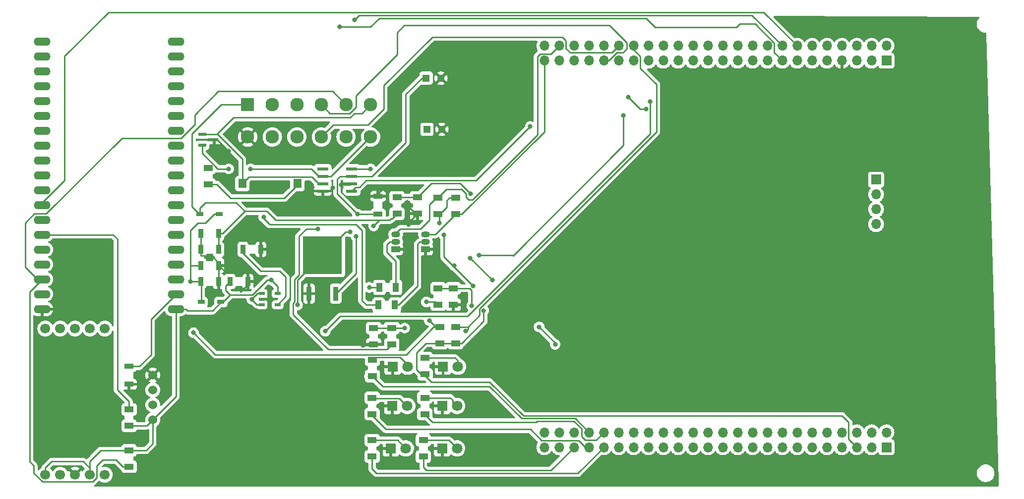
<source format=gbr>
%TF.GenerationSoftware,KiCad,Pcbnew,8.0.0-rc1*%
%TF.CreationDate,2024-05-26T19:18:52+09:00*%
%TF.ProjectId,KDL,4b444c2e-6b69-4636-9164-5f7063625858,rev?*%
%TF.SameCoordinates,PX2a88ac0PY77c8bf0*%
%TF.FileFunction,Copper,L1,Top*%
%TF.FilePolarity,Positive*%
%FSLAX46Y46*%
G04 Gerber Fmt 4.6, Leading zero omitted, Abs format (unit mm)*
G04 Created by KiCad (PCBNEW 8.0.0-rc1) date 2024-05-26 19:18:52*
%MOMM*%
%LPD*%
G01*
G04 APERTURE LIST*
%TA.AperFunction,SMDPad,CuDef*%
%ADD10R,1.600200X1.117600*%
%TD*%
%TA.AperFunction,ComponentPad*%
%ADD11R,1.800000X1.800000*%
%TD*%
%TA.AperFunction,ComponentPad*%
%ADD12C,1.800000*%
%TD*%
%TA.AperFunction,SMDPad,CuDef*%
%ADD13R,1.981200X0.558800*%
%TD*%
%TA.AperFunction,ComponentPad*%
%ADD14C,1.524000*%
%TD*%
%TA.AperFunction,ComponentPad*%
%ADD15O,2.844800X1.422400*%
%TD*%
%TA.AperFunction,SMDPad,CuDef*%
%ADD16R,1.117600X1.600200*%
%TD*%
%TA.AperFunction,SMDPad,CuDef*%
%ADD17R,1.600000X0.855600*%
%TD*%
%TA.AperFunction,ComponentPad*%
%ADD18R,2.300000X2.300000*%
%TD*%
%TA.AperFunction,ComponentPad*%
%ADD19C,2.300000*%
%TD*%
%TA.AperFunction,SMDPad,CuDef*%
%ADD20R,0.855600X1.600000*%
%TD*%
%TA.AperFunction,SMDPad,CuDef*%
%ADD21R,1.219200X0.762000*%
%TD*%
%TA.AperFunction,SMDPad,CuDef*%
%ADD22R,1.320800X0.558800*%
%TD*%
%TA.AperFunction,SMDPad,CuDef*%
%ADD23R,0.977900X0.508000*%
%TD*%
%TA.AperFunction,ComponentPad*%
%ADD24R,1.500000X1.050000*%
%TD*%
%TA.AperFunction,ComponentPad*%
%ADD25O,1.500000X1.050000*%
%TD*%
%TA.AperFunction,ComponentPad*%
%ADD26R,1.270000X1.270000*%
%TD*%
%TA.AperFunction,ComponentPad*%
%ADD27C,1.270000*%
%TD*%
%TA.AperFunction,SMDPad,CuDef*%
%ADD28R,1.450000X1.600000*%
%TD*%
%TA.AperFunction,ComponentPad*%
%ADD29O,1.700000X1.700000*%
%TD*%
%TA.AperFunction,ComponentPad*%
%ADD30R,1.700000X1.700000*%
%TD*%
%TA.AperFunction,SMDPad,CuDef*%
%ADD31R,0.939800X2.489200*%
%TD*%
%TA.AperFunction,SMDPad,CuDef*%
%ADD32R,6.705600X6.527800*%
%TD*%
%TA.AperFunction,ComponentPad*%
%ADD33C,1.700000*%
%TD*%
%TA.AperFunction,ViaPad*%
%ADD34C,0.800000*%
%TD*%
%TA.AperFunction,ViaPad*%
%ADD35C,0.300000*%
%TD*%
%TA.AperFunction,Conductor*%
%ADD36C,0.250000*%
%TD*%
G04 APERTURE END LIST*
D10*
%TO.P,R14,1*%
%TO.N,/AIN1*%
X66000000Y24605800D03*
%TO.P,R14,2*%
%TO.N,/STM_AIN1*%
X66000000Y27399800D03*
%TD*%
D11*
%TO.P,D1,1,K*%
%TO.N,GND*%
X74760000Y20809800D03*
D12*
%TO.P,D1,2,A*%
%TO.N,Net-(D1-A)*%
X77300000Y20809800D03*
%TD*%
D13*
%TO.P,U5,1,TXD*%
%TO.N,/CTX*%
X59150000Y50812800D03*
%TO.P,U5,2,GND*%
%TO.N,GND*%
X59150000Y52082800D03*
%TO.P,U5,3,VCC*%
%TO.N,/5V*%
X59150000Y53352800D03*
%TO.P,U5,4,RXD*%
%TO.N,/CRX*%
X59150000Y54622800D03*
%TO.P,U5,5,VREF*%
%TO.N,unconnected-(U5-VREF-Pad5)*%
X54222400Y54622800D03*
%TO.P,U5,6,CANL*%
%TO.N,/CANL*%
X54222400Y53352800D03*
%TO.P,U5,7,CANH*%
%TO.N,/CANH*%
X54222400Y52082800D03*
%TO.P,U5,8,S*%
%TO.N,GND*%
X54222400Y50812800D03*
%TD*%
D14*
%TO.P,U1,1,VCC*%
%TO.N,+3.3V*%
X25196000Y11737600D03*
%TO.P,U1,2,RX*%
%TO.N,/GPS_UART_TX*%
X25196000Y14277600D03*
%TO.P,U1,3,TX*%
%TO.N,/GPS_UART_RX*%
X25196000Y16817600D03*
%TO.P,U1,4,GND*%
%TO.N,GND*%
X25196000Y19357600D03*
%TD*%
D10*
%TO.P,R19,1*%
%TO.N,/CANL*%
X34650000Y54747000D03*
%TO.P,R19,2*%
%TO.N,Net-(R19-Pad2)*%
X34650000Y51953000D03*
%TD*%
%TO.P,R3,1*%
%TO.N,/AIN0*%
X73900000Y31405800D03*
%TO.P,R3,2*%
%TO.N,/STM_AIN0*%
X73900000Y34199800D03*
%TD*%
D15*
%TO.P,U8,3V3,3.3V*%
%TO.N,+3.3V*%
X29150000Y30652800D03*
%TO.P,U8,EN,EN*%
%TO.N,Net-(C10-Pad2)*%
X29150000Y33192800D03*
%TO.P,U8,GND@1,GND@1*%
%TO.N,unconnected-(U8-PadGND@1)*%
X29150000Y63672800D03*
%TO.P,U8,GND@2,GND@2*%
%TO.N,GND*%
X6290000Y30652800D03*
%TO.P,U8,GND@3,GND@3*%
%TO.N,unconnected-(U8-PadGND@3)*%
X6290000Y45892800D03*
%TO.P,U8,GPIO0,GPIO0*%
%TO.N,unconnected-(U8-PadGPIO0)*%
X6290000Y63672800D03*
%TO.P,U8,GPIO2,GPIO2*%
%TO.N,unconnected-(U8-PadGPIO2)*%
X6290000Y66212800D03*
%TO.P,U8,GPIO4,GPIO4*%
%TO.N,unconnected-(U8-PadGPIO4)*%
X6290000Y61132800D03*
%TO.P,U8,GPIO5,GPIO5*%
%TO.N,unconnected-(U8-PadGPIO5)*%
X6290000Y53512800D03*
%TO.P,U8,GPIO6,GPIO6*%
%TO.N,unconnected-(U8-PadGPIO6)*%
X6290000Y76372800D03*
%TO.P,U8,GPIO7,GPIO7*%
%TO.N,unconnected-(U8-PadGPIO7)*%
X6290000Y73832800D03*
%TO.P,U8,GPIO8,GPIO8*%
%TO.N,unconnected-(U8-PadGPIO8)*%
X6290000Y71292800D03*
%TO.P,U8,GPIO9,GPIO9*%
%TO.N,unconnected-(U8-PadGPIO9)*%
X29150000Y68752800D03*
%TO.P,U8,GPIO10,GPIO10*%
%TO.N,unconnected-(U8-PadGPIO10)*%
X29150000Y71292800D03*
%TO.P,U8,GPIO11,GPIO11*%
%TO.N,unconnected-(U8-PadGPIO11)*%
X29150000Y73832800D03*
%TO.P,U8,GPIO12,GPIO12*%
%TO.N,unconnected-(U8-PadGPIO12)*%
X29150000Y61132800D03*
%TO.P,U8,GPIO13,GPIO13*%
%TO.N,unconnected-(U8-PadGPIO13)*%
X29150000Y66212800D03*
%TO.P,U8,GPIO14,GPIO14*%
%TO.N,unconnected-(U8-PadGPIO14)*%
X29150000Y58592800D03*
%TO.P,U8,GPIO15,GPIO15*%
%TO.N,unconnected-(U8-PadGPIO15)*%
X6290000Y68752800D03*
%TO.P,U8,GPIO16,GPIO16*%
%TO.N,unconnected-(U8-PadGPIO16)*%
X6290000Y58592800D03*
%TO.P,U8,GPIO17,GPIO17*%
%TO.N,unconnected-(U8-PadGPIO17)*%
X6290000Y56052800D03*
%TO.P,U8,GPIO18,GPIO18*%
%TO.N,unconnected-(U8-PadGPIO18)*%
X6290000Y50972800D03*
%TO.P,U8,GPIO19,GPIO19*%
%TO.N,/ESP_COMM*%
X6290000Y48432800D03*
%TO.P,U8,GPIO21,GPIO21*%
%TO.N,/ESP_I2C_SCL*%
X6290000Y43352800D03*
%TO.P,U8,GPIO22,GPIO22*%
%TO.N,/ESP_I2C_SDA*%
X6290000Y35732800D03*
%TO.P,U8,GPIO23,GPIO23*%
%TO.N,unconnected-(U8-PadGPIO23)*%
X6290000Y33192800D03*
%TO.P,U8,GPIO25,GPIO25*%
%TO.N,unconnected-(U8-PadGPIO25)*%
X29150000Y50972800D03*
%TO.P,U8,GPIO26,GPIO26*%
%TO.N,unconnected-(U8-PadGPIO26)*%
X29150000Y53512800D03*
%TO.P,U8,GPIO27,GPIO27*%
%TO.N,unconnected-(U8-PadGPIO27)*%
X29150000Y56052800D03*
%TO.P,U8,GPIO32,GPIO32*%
%TO.N,unconnected-(U8-PadGPIO32)*%
X29150000Y45892800D03*
%TO.P,U8,GPIO33,GPIO33*%
%TO.N,unconnected-(U8-PadGPIO33)*%
X29150000Y48432800D03*
%TO.P,U8,GPIO34,GPIO34*%
%TO.N,unconnected-(U8-PadGPIO34)*%
X29150000Y40812800D03*
%TO.P,U8,GPIO35,GPIO35*%
%TO.N,unconnected-(U8-PadGPIO35)*%
X29150000Y43352800D03*
%TO.P,U8,GPIO36,GPIO36*%
%TO.N,unconnected-(U8-PadGPIO36)*%
X29150000Y35732800D03*
%TO.P,U8,GPIO39,GPIO39*%
%TO.N,unconnected-(U8-PadGPIO39)*%
X29150000Y38272800D03*
%TO.P,U8,RX0,RX0*%
%TO.N,unconnected-(U8-PadRX0)*%
X6290000Y40812800D03*
%TO.P,U8,TX0,TX0*%
%TO.N,unconnected-(U8-PadTX0)*%
X6290000Y38272800D03*
%TO.P,U8,VIN,VIN*%
%TO.N,unconnected-(U8-PadVIN)*%
X29150000Y76372800D03*
%TD*%
D16*
%TO.P,R13,1*%
%TO.N,Net-(Q1-B)*%
X66547000Y31352800D03*
%TO.P,R13,2*%
%TO.N,/DIN0*%
X63753000Y31352800D03*
%TD*%
D11*
%TO.P,D5,1,K*%
%TO.N,GND*%
X66160000Y20802800D03*
D12*
%TO.P,D5,2,A*%
%TO.N,Net-(D5-A)*%
X68700000Y20802800D03*
%TD*%
D11*
%TO.P,D4,1,K*%
%TO.N,GND*%
X66110000Y14100000D03*
D12*
%TO.P,D4,2,A*%
%TO.N,Net-(D4-A)*%
X68650000Y14100000D03*
%TD*%
D17*
%TO.P,C9,1*%
%TO.N,GND*%
X63650000Y49908402D03*
%TO.P,C9,2*%
%TO.N,/5V*%
X63650000Y46852800D03*
%TD*%
D10*
%TO.P,R18,1*%
%TO.N,+3.3V*%
X73900000Y46852800D03*
%TO.P,R18,2*%
%TO.N,/STM_DIN1*%
X73900000Y49646800D03*
%TD*%
%TO.P,R11,1*%
%TO.N,/VSENSE*%
X70400000Y49747000D03*
%TO.P,R11,2*%
%TO.N,GND*%
X70400000Y46953000D03*
%TD*%
%TO.P,R15,1*%
%TO.N,+3.3V*%
X76900000Y49646800D03*
%TO.P,R15,2*%
%TO.N,/STM_DIN0*%
X76900000Y46852800D03*
%TD*%
D18*
%TO.P,J1,1,1*%
%TO.N,VBUS*%
X41400042Y65549999D03*
D19*
%TO.P,J1,2,2*%
%TO.N,/DIN0*%
X45600041Y65549999D03*
%TO.P,J1,3,3*%
%TO.N,/AIN0*%
X49800040Y65549999D03*
%TO.P,J1,4,4*%
%TO.N,/LOG_UART_TX*%
X54000040Y65549999D03*
%TO.P,J1,5,5*%
%TO.N,/ESP_I2C_SDA*%
X58200039Y65549999D03*
%TO.P,J1,6,6*%
%TO.N,/CANH*%
X62400038Y65549999D03*
%TO.P,J1,7,7*%
%TO.N,GND*%
X41400042Y60050000D03*
%TO.P,J1,8,8*%
%TO.N,/DIN1*%
X45600041Y60050000D03*
%TO.P,J1,9,9*%
%TO.N,/AIN1*%
X49800040Y60050000D03*
%TO.P,J1,10,10*%
%TO.N,/LOG_UART_RX*%
X54000040Y60050000D03*
%TO.P,J1,11,11*%
%TO.N,/ESP_I2C_SCL*%
X58200039Y60050000D03*
%TO.P,J1,12,12*%
%TO.N,/CANL*%
X62400038Y60050000D03*
%TD*%
D10*
%TO.P,R6,1*%
%TO.N,Net-(D2-A)*%
X62650000Y8247000D03*
%TO.P,R6,2*%
%TO.N,/LED_ERR*%
X62650000Y5453000D03*
%TD*%
D20*
%TO.P,C4,1*%
%TO.N,/5V*%
X33372199Y38100000D03*
%TO.P,C4,2*%
%TO.N,GND*%
X36427801Y38100000D03*
%TD*%
D11*
%TO.P,D3,1,K*%
%TO.N,GND*%
X74610000Y14100000D03*
D12*
%TO.P,D3,2,A*%
%TO.N,Net-(D3-A)*%
X77150000Y14100000D03*
%TD*%
D21*
%TO.P,U3,1,CATHODE*%
%TO.N,VBUS*%
X33223600Y46850000D03*
%TO.P,U3,2,ANODE*%
%TO.N,/5V*%
X36576400Y46850000D03*
%TD*%
D22*
%TO.P,CR1,1,1*%
%TO.N,/CANH*%
X33650000Y60502802D03*
%TO.P,CR1,2,2*%
%TO.N,/CANL*%
X33650000Y58602800D03*
%TO.P,CR1,3,3*%
%TO.N,GND*%
X35682000Y59552801D03*
%TD*%
D10*
%TO.P,R9,1*%
%TO.N,Net-(D5-A)*%
X62688000Y21982800D03*
%TO.P,R9,2*%
%TO.N,/LED_CAN*%
X62688000Y19188800D03*
%TD*%
D23*
%TO.P,U7,1,IN*%
%TO.N,/5V*%
X43784750Y33300001D03*
%TO.P,U7,2,GND*%
%TO.N,GND*%
X43784750Y32350000D03*
%TO.P,U7,3,EN*%
%TO.N,/5V*%
X43784750Y31399999D03*
%TO.P,U7,4,BYP*%
%TO.N,Net-(U7-BYP)*%
X46515250Y31399999D03*
%TO.P,U7,5,OUT*%
%TO.N,+3.3V*%
X46515250Y33300001D03*
%TD*%
D17*
%TO.P,C10,1*%
%TO.N,GND*%
X21150000Y17797198D03*
%TO.P,C10,2*%
%TO.N,Net-(C10-Pad2)*%
X21150000Y20852800D03*
%TD*%
D10*
%TO.P,R5,1*%
%TO.N,Net-(D1-A)*%
X71699000Y22286800D03*
%TO.P,R5,2*%
%TO.N,+3.3V*%
X71699000Y19492800D03*
%TD*%
D16*
%TO.P,R17,1*%
%TO.N,Net-(Q2-B)*%
X66694000Y34352800D03*
%TO.P,R17,2*%
%TO.N,/DIN1*%
X63900000Y34352800D03*
%TD*%
D10*
%TO.P,R16,1*%
%TO.N,/STM_AIN1*%
X62900000Y27399800D03*
%TO.P,R16,2*%
%TO.N,GND*%
X62900000Y24605800D03*
%TD*%
%TO.P,R7,1*%
%TO.N,Net-(D3-A)*%
X71650000Y15497000D03*
%TO.P,R7,2*%
%TO.N,/LED_HEARTBEAT*%
X71650000Y12703000D03*
%TD*%
%TO.P,R20,1*%
%TO.N,+3.3V*%
X21150000Y10705800D03*
%TO.P,R20,2*%
%TO.N,/ESP_I2C_SCL*%
X21150000Y13499800D03*
%TD*%
%TO.P,R1,1*%
%TO.N,/ACC_I2C_SCL*%
X74200000Y27599800D03*
%TO.P,R1,2*%
%TO.N,+3.3V*%
X74200000Y24805800D03*
%TD*%
%TO.P,R21,1*%
%TO.N,+3.3V*%
X21150000Y6499800D03*
%TO.P,R21,2*%
%TO.N,/ESP_I2C_SDA*%
X21150000Y3705800D03*
%TD*%
D11*
%TO.P,D6,1,K*%
%TO.N,GND*%
X74610000Y6850000D03*
D12*
%TO.P,D6,2,A*%
%TO.N,Net-(D6-A)*%
X77150000Y6850000D03*
%TD*%
D24*
%TO.P,Q1,1,E*%
%TO.N,GND*%
X71760000Y40832800D03*
D25*
%TO.P,Q1,2,B*%
%TO.N,Net-(Q1-B)*%
X71760000Y42102800D03*
%TO.P,Q1,3,C*%
%TO.N,/STM_DIN0*%
X71760000Y43372800D03*
%TD*%
D20*
%TO.P,C5,1*%
%TO.N,/5V*%
X33372199Y35350000D03*
%TO.P,C5,2*%
%TO.N,GND*%
X36427801Y35350000D03*
%TD*%
D21*
%TO.P,U6,1,CATHODE*%
%TO.N,/5V*%
X33473600Y31850000D03*
%TO.P,U6,2,ANODE*%
%TO.N,+3.3V*%
X36826400Y31850000D03*
%TD*%
D26*
%TO.P,C3,1*%
%TO.N,/5V*%
X71860000Y70100000D03*
D27*
%TO.P,C3,2*%
%TO.N,GND*%
X74400000Y70100000D03*
%TD*%
D20*
%TO.P,C1,1*%
%TO.N,VBUS*%
X36427801Y43600000D03*
%TO.P,C1,2*%
%TO.N,GND*%
X33372199Y43600000D03*
%TD*%
D10*
%TO.P,R12,1*%
%TO.N,/STM_AIN0*%
X76500000Y34199800D03*
%TO.P,R12,2*%
%TO.N,GND*%
X76500000Y31405800D03*
%TD*%
D28*
%TO.P,S1,1,1*%
%TO.N,Net-(R19-Pad2)*%
X49900000Y52102800D03*
%TO.P,S1,2,2*%
%TO.N,/CANH*%
X40500000Y52102800D03*
%TD*%
D29*
%TO.P,U9,10,VSS*%
%TO.N,GND*%
X142839000Y73082800D03*
%TO.P,U9,15,PC0*%
%TO.N,/STM_AIN0*%
X130139000Y7040600D03*
%TO.P,U9,16,PC1*%
%TO.N,/STM_AIN1*%
X130139000Y9580600D03*
%TO.P,U9,17,PC2*%
%TO.N,unconnected-(U9-PC2-Pad17)*%
X127599000Y7040600D03*
%TO.P,U9,18,PC3*%
%TO.N,unconnected-(U9-PC3-Pad18)*%
X127599000Y9580600D03*
%TO.P,U9,23,PA0*%
%TO.N,unconnected-(U9-PA0-Pad23)*%
X122519000Y7040600D03*
%TO.P,U9,24,PA1*%
%TO.N,unconnected-(U9-PA1-Pad24)*%
X122519000Y9580600D03*
%TO.P,U9,25,PA2*%
%TO.N,unconnected-(U9-PA2-Pad25)*%
X119979000Y7040600D03*
%TO.P,U9,26,PA3*%
%TO.N,unconnected-(U9-PA3-Pad26)*%
X119979000Y9580600D03*
%TO.P,U9,34,PC5*%
%TO.N,/VSENSE*%
X112359000Y9580600D03*
%TO.P,U9,41,PE10*%
%TO.N,unconnected-(U9-PE10-Pad41)*%
X104739000Y9580600D03*
%TO.P,U9,42,PE11*%
%TO.N,/LED_ERR*%
X102199000Y7040600D03*
%TO.P,U9,43,PE12*%
%TO.N,/LED_HEARTBEAT*%
X102199000Y9580600D03*
%TO.P,U9,44,PE13*%
%TO.N,/LED_SD*%
X99659000Y7040600D03*
%TO.P,U9,45,PE14*%
%TO.N,/LED_CAN*%
X99659000Y9580600D03*
%TO.P,U9,46,PE15*%
%TO.N,/LED_TELEMETRY*%
X97119000Y7040600D03*
%TO.P,U9,47,PB10*%
%TO.N,unconnected-(U9-PB10-Pad47)*%
X97119000Y9580600D03*
%TO.P,U9,48,PB11*%
%TO.N,unconnected-(U9-PB11-Pad48)*%
X94579000Y7040600D03*
%TO.P,U9,55,PD8*%
%TO.N,/STM_DIN0*%
X92039000Y73082800D03*
%TO.P,U9,56,PD9*%
%TO.N,/STM_DIN1*%
X94579000Y75622800D03*
%TO.P,U9,57,PD10*%
%TO.N,unconnected-(U9-PD10-Pad57)*%
X94579000Y73082800D03*
%TO.P,U9,58,PD11*%
%TO.N,unconnected-(U9-PD11-Pad58)*%
X97119000Y75622800D03*
%TO.P,U9,59,PD12*%
%TO.N,unconnected-(U9-PD12-Pad59)*%
X97119000Y73082800D03*
%TO.P,U9,60,PD13*%
%TO.N,unconnected-(U9-PD13-Pad60)*%
X99659000Y75622800D03*
%TO.P,U9,61,PD14*%
%TO.N,unconnected-(U9-PD14-Pad61)*%
X99659000Y73082800D03*
%TO.P,U9,62,PD15*%
%TO.N,unconnected-(U9-PD15-Pad62)*%
X102199000Y75622800D03*
%TO.P,U9,63,PC6*%
%TO.N,/LOG_UART_TX*%
X102199000Y73082800D03*
%TO.P,U9,64,PC7*%
%TO.N,/LOG_UART_RX*%
X104739000Y75622800D03*
%TO.P,U9,66,PC9*%
%TO.N,/ACC_I2C_SDA*%
X107279000Y75622800D03*
%TO.P,U9,67,PA8*%
%TO.N,/ACC_I2C_SCL*%
X107279000Y73082800D03*
%TO.P,U9,68,PA9*%
%TO.N,unconnected-(U9-PA9-Pad68)*%
X109819000Y75622800D03*
%TO.P,U9,69,PA10*%
%TO.N,unconnected-(U9-PA10-Pad69)*%
X109819000Y73082800D03*
%TO.P,U9,78,PC10*%
%TO.N,/GPS_UART_TX*%
X114899000Y73082800D03*
%TO.P,U9,79,PC11*%
%TO.N,/GPS_UART_RX*%
X117439000Y75622800D03*
%TO.P,U9,81,PD0*%
%TO.N,/CRX*%
X119979000Y75622800D03*
%TO.P,U9,82,PD1*%
%TO.N,/CTX*%
X119979000Y73082800D03*
%TO.P,U9,83,PD2*%
%TO.N,unconnected-(U9-PD2-Pad83)*%
X122519000Y75622800D03*
%TO.P,U9,84,PD3*%
%TO.N,unconnected-(U9-PD3-Pad84)*%
X122519000Y73082800D03*
%TO.P,U9,85,PD4*%
%TO.N,unconnected-(U9-PD4-Pad85)*%
X125059000Y75622800D03*
%TO.P,U9,86,PD5*%
%TO.N,unconnected-(U9-PD5-Pad86)*%
X125059000Y73082800D03*
%TO.P,U9,87,PD6*%
%TO.N,unconnected-(U9-PD6-Pad87)*%
X127599000Y75622800D03*
%TO.P,U9,92,PB6*%
%TO.N,/ESP_I2C_SCL*%
X132679000Y75622800D03*
%TO.P,U9,93,PB7*%
%TO.N,/ESP_I2C_SDA*%
X132679000Y73082800D03*
%TO.P,U9,94,BOOT0*%
%TO.N,unconnected-(U9-BOOT0-Pad94)*%
X145379000Y73082800D03*
%TO.P,U9,95,PB8*%
%TO.N,/ESP_COMM*%
X135219000Y75622800D03*
%TO.P,U9,100,VDD*%
%TO.N,+3.3V*%
X145379000Y7040600D03*
D30*
%TO.P,U9,110*%
%TO.N,N/C*%
X148686500Y52762800D03*
D29*
%TO.P,U9,111*%
X148686500Y50222800D03*
%TO.P,U9,112*%
X148686500Y47682800D03*
%TO.P,U9,113*%
X148686500Y45142800D03*
%TO.P,U9,X*%
X147919000Y75622800D03*
X145379000Y75622800D03*
X142839000Y75622800D03*
X140299000Y75622800D03*
X137759000Y75622800D03*
X130139000Y75622800D03*
X114899000Y75622800D03*
X112359000Y75622800D03*
X92039000Y75622800D03*
D30*
X150459000Y73082800D03*
D29*
X147919000Y73082800D03*
X140299000Y73082800D03*
X137759000Y73082800D03*
X135219000Y73082800D03*
X130139000Y73082800D03*
X127599000Y73082800D03*
X117439000Y73082800D03*
X112359000Y73082800D03*
X104739000Y73082800D03*
X150459000Y9580600D03*
X147919000Y9580600D03*
X145379000Y9580600D03*
X142839000Y9580600D03*
X140299000Y9580600D03*
X137759000Y9580600D03*
X135219000Y9580600D03*
X132679000Y9580600D03*
X125059000Y9580600D03*
X117439000Y9580600D03*
X114899000Y9580600D03*
X109819000Y9580600D03*
X107279000Y9580600D03*
X94579000Y9580600D03*
X92039000Y9580600D03*
X147919000Y7040600D03*
X142839000Y7040600D03*
X140299000Y7040600D03*
X137759000Y7040600D03*
X135219000Y7040600D03*
X132679000Y7040600D03*
X125059000Y7040600D03*
X117439000Y7040600D03*
X114899000Y7040600D03*
X112359000Y7040600D03*
X109819000Y7040600D03*
X107279000Y7040600D03*
X104739000Y7040600D03*
X92039000Y7040600D03*
%TO.P,U9,x*%
X150459000Y75622800D03*
D30*
X150459000Y7040600D03*
%TD*%
D20*
%TO.P,C2,1*%
%TO.N,VBUS*%
X36427801Y40850000D03*
%TO.P,C2,2*%
%TO.N,GND*%
X33372199Y40850000D03*
%TD*%
D26*
%TO.P,C8,1*%
%TO.N,+3.3V*%
X72015000Y61350000D03*
D27*
%TO.P,C8,2*%
%TO.N,GND*%
X74555000Y61350000D03*
%TD*%
D20*
%TO.P,C7,1*%
%TO.N,+3.3V*%
X38372199Y35350000D03*
%TO.P,C7,2*%
%TO.N,GND*%
X41427801Y35350000D03*
%TD*%
D10*
%TO.P,R2,1*%
%TO.N,VBUS*%
X66900000Y46953000D03*
%TO.P,R2,2*%
%TO.N,/VSENSE*%
X66900000Y49747000D03*
%TD*%
%TO.P,R8,1*%
%TO.N,Net-(D4-A)*%
X62650000Y15497000D03*
%TO.P,R8,2*%
%TO.N,/LED_SD*%
X62650000Y12703000D03*
%TD*%
%TO.P,R10,1*%
%TO.N,Net-(D6-A)*%
X71400000Y8247000D03*
%TO.P,R10,2*%
%TO.N,/LED_TELEMETRY*%
X71400000Y5453000D03*
%TD*%
D11*
%TO.P,D2,1,K*%
%TO.N,GND*%
X65860000Y6850000D03*
D12*
%TO.P,D2,2,A*%
%TO.N,Net-(D2-A)*%
X68400000Y6850000D03*
%TD*%
D10*
%TO.P,R4,1*%
%TO.N,/ACC_I2C_SDA*%
X76900000Y27599800D03*
%TO.P,R4,2*%
%TO.N,+3.3V*%
X76900000Y24805800D03*
%TD*%
D24*
%TO.P,Q2,1,E*%
%TO.N,GND*%
X66660000Y40862800D03*
D25*
%TO.P,Q2,2,B*%
%TO.N,Net-(Q2-B)*%
X66660000Y42132800D03*
%TO.P,Q2,3,C*%
%TO.N,/STM_DIN1*%
X66660000Y43402800D03*
%TD*%
D31*
%TO.P,U4,1,GND*%
%TO.N,GND*%
X51864000Y33284100D03*
D32*
%TO.P,U4,2,OUTPUT*%
%TO.N,/5V*%
X54150000Y39850000D03*
D31*
%TO.P,U4,3,INPUT*%
%TO.N,VBUS*%
X56436000Y33284100D03*
%TD*%
D33*
%TO.P,U2,1,3V3*%
%TO.N,+3.3V*%
X14463000Y2330800D03*
%TO.P,U2,2,GND*%
%TO.N,GND*%
X11923000Y2330800D03*
%TO.P,U2,6,Vs*%
%TO.N,unconnected-(U2-Vs-Pad6)*%
X9383000Y2330800D03*
%TO.P,U2,7,~{CS}*%
%TO.N,+3.3V*%
X6843000Y2330800D03*
%TO.P,U2,8,INT1*%
%TO.N,unconnected-(U2-INT1-Pad8)*%
X6843000Y27330800D03*
%TO.P,U2,9,INT2*%
%TO.N,unconnected-(U2-INT2-Pad9)*%
X9383000Y27330800D03*
%TO.P,U2,12,SDO/ADDR*%
%TO.N,unconnected-(U2-SDO{slash}ADDR-Pad12)*%
X11923000Y27330800D03*
%TO.P,U2,13,SDA*%
%TO.N,/ACC_I2C_SDA*%
X14463000Y27330800D03*
%TO.P,U2,14,SCL/SCLK*%
%TO.N,/ACC_I2C_SCL*%
X17003000Y27330800D03*
%TO.P,U2,22,5V*%
%TO.N,unconnected-(U2-5V-Pad22)*%
X17003000Y2330800D03*
%TD*%
D20*
%TO.P,C6,1*%
%TO.N,Net-(U7-BYP)*%
X40594398Y40850000D03*
%TO.P,C6,2*%
%TO.N,GND*%
X43650000Y40850000D03*
%TD*%
D34*
%TO.N,GND*%
X61100000Y24447000D03*
X68900000Y45100000D03*
X64650000Y51350000D03*
X55900000Y51350000D03*
D35*
X40150000Y31350000D03*
X68650000Y49272000D03*
D34*
X38138747Y57588747D03*
X49650000Y44100000D03*
X57400000Y51850000D03*
D35*
X40150000Y33600000D03*
D34*
%TO.N,VBUS*%
X62900000Y44850000D03*
X59900000Y43100000D03*
%TO.N,/DIN0*%
X44150000Y46352800D03*
%TO.N,/AIN0*%
X71900000Y31852800D03*
%TO.N,/ESP_I2C_SDA*%
X57150000Y78852800D03*
%TO.N,/DIN1*%
X62150000Y34350000D03*
%TO.N,/AIN1*%
X53400000Y44377800D03*
%TO.N,/ESP_I2C_SCL*%
X59650000Y80077800D03*
%TO.N,/CANL*%
X38150000Y54602800D03*
X41900000Y54602800D03*
%TO.N,/VSENSE*%
X93900000Y24602800D03*
X79398600Y39351400D03*
X91150000Y27600000D03*
X83150000Y35600000D03*
X79440503Y50327800D03*
%TO.N,/STM_AIN0*%
X79650000Y31202800D03*
%TO.N,+3.3V*%
X45400000Y35600000D03*
X74900000Y43352800D03*
X79900000Y34602800D03*
X76650000Y38100000D03*
X74150000Y45352800D03*
X81700000Y30402800D03*
%TO.N,/STM_AIN1*%
X68200000Y27402800D03*
%TO.N,/GPS_UART_TX*%
X110150000Y66102800D03*
X54650000Y26852800D03*
%TO.N,/GPS_UART_RX*%
X105500000Y63702800D03*
X80900000Y39852800D03*
%TO.N,/CTX*%
X109425000Y64852800D03*
X106387347Y66865453D03*
X89650000Y61852800D03*
%TO.N,/CRX*%
X62400000Y54602800D03*
%TO.N,/ACC_I2C_SCL*%
X72400000Y28702800D03*
X32150000Y26602800D03*
%TO.N,/ACC_I2C_SDA*%
X78650000Y26852800D03*
%TO.N,/5V*%
X42095799Y32350000D03*
X49900000Y31350000D03*
X60147200Y46852800D03*
X31650000Y35350000D03*
X58900000Y43850000D03*
%TD*%
D36*
%TO.N,GND*%
X142900000Y70350000D02*
X142839000Y70411000D01*
X68900000Y45453000D02*
X70400000Y46953000D01*
X58917200Y51850000D02*
X59150000Y52082800D01*
X36427801Y38100000D02*
X36427801Y35350000D01*
X57400000Y51850000D02*
X58917200Y51850000D01*
X62741200Y24447000D02*
X62900000Y24605800D01*
X63650000Y49908402D02*
X63650000Y50350000D01*
X44523700Y32350000D02*
X45150000Y31723700D01*
X33372199Y39800000D02*
X35175179Y39800000D01*
X70400000Y46953000D02*
X70083522Y46953000D01*
X55362800Y50812800D02*
X55900000Y51350000D01*
X40150000Y33600000D02*
X41427801Y34877801D01*
X61100000Y24447000D02*
X62741200Y24447000D01*
X36427801Y38100000D02*
X37427801Y37100000D01*
X37427801Y37100000D02*
X40727801Y37100000D01*
X33372199Y40850000D02*
X33372199Y39800000D01*
X35175179Y39800000D02*
X36427801Y38547378D01*
X44150000Y30100000D02*
X41400000Y30100000D01*
X68650000Y48600000D02*
X68650000Y49022000D01*
X41427801Y34877801D02*
X41427801Y35350000D01*
X36174693Y59552801D02*
X38138747Y57588747D01*
X33372199Y43600000D02*
X33372199Y40850000D01*
X68900000Y45100000D02*
X68900000Y45453000D01*
X59150000Y52082800D02*
X59861200Y52082800D01*
X57400000Y50642800D02*
X58134398Y49908402D01*
X68650000Y48386522D02*
X68650000Y48600000D01*
X45150000Y31723700D02*
X45150000Y31100000D01*
X68650000Y49022000D02*
X68650000Y49272000D01*
X40727801Y37100000D02*
X41427801Y36400000D01*
X35682000Y59552801D02*
X36174693Y59552801D01*
X43784750Y32350000D02*
X44523700Y32350000D01*
X41400000Y30100000D02*
X40150000Y31350000D01*
X54222400Y50812800D02*
X55362800Y50812800D01*
X142839000Y73082800D02*
X142839000Y70411000D01*
X45150000Y31100000D02*
X44150000Y30100000D01*
X41427801Y36400000D02*
X41427801Y35350000D01*
X36427801Y38547378D02*
X36427801Y38100000D01*
X70083522Y46953000D02*
X68650000Y48386522D01*
X63650000Y50350000D02*
X64650000Y51350000D01*
X58134398Y49908402D02*
X63650000Y49908402D01*
X57400000Y51850000D02*
X57400000Y50642800D01*
%TO.N,Net-(D1-A)*%
X76800000Y22302800D02*
X76784000Y22286800D01*
X77300000Y21802800D02*
X76800000Y22302800D01*
X77300000Y20809800D02*
X77300000Y21802800D01*
X76784000Y22286800D02*
X71699000Y22286800D01*
%TO.N,Net-(D2-A)*%
X62650000Y8247000D02*
X67003000Y8247000D01*
X67003000Y8247000D02*
X68400000Y6850000D01*
%TO.N,Net-(D3-A)*%
X76004200Y15495800D02*
X71471000Y15495800D01*
X76700000Y14002800D02*
X76400000Y14302800D01*
X76400000Y15100000D02*
X76004200Y15495800D01*
X76400000Y14302800D02*
X76400000Y15100000D01*
%TO.N,Net-(D4-A)*%
X68400000Y14102800D02*
X68279000Y14223800D01*
X68577000Y14102800D02*
X67307000Y15372800D01*
X67307000Y15372800D02*
X62486000Y15372800D01*
X68400000Y14102800D02*
X68577000Y14102800D01*
%TO.N,Net-(D5-A)*%
X68571000Y21300800D02*
X67469000Y22402800D01*
X67469000Y22402800D02*
X66469896Y22402800D01*
X66469896Y22402800D02*
X66456096Y22416600D01*
X66456096Y22416600D02*
X62996800Y22416600D01*
X68571000Y20610800D02*
X68606000Y20575800D01*
X62996800Y22416600D02*
X62559000Y21978800D01*
%TO.N,Net-(D6-A)*%
X71400000Y8247000D02*
X75753000Y8247000D01*
X75753000Y8247000D02*
X77150000Y6850000D01*
%TO.N,VBUS*%
X37150000Y43600000D02*
X40900000Y47350000D01*
X66047000Y46100000D02*
X65900000Y46100000D01*
X59900000Y36748100D02*
X59900000Y43100000D01*
X63900000Y45850000D02*
X65650000Y45850000D01*
X31900000Y60600000D02*
X31900000Y48173600D01*
X44650000Y47350000D02*
X40900000Y47350000D01*
X62900000Y44850000D02*
X63900000Y45850000D01*
X33223600Y47923600D02*
X33223600Y46850000D01*
X56436000Y33284100D02*
X59900000Y36748100D01*
X66900000Y46953000D02*
X66047000Y46100000D01*
X40900000Y47350000D02*
X39400000Y48850000D01*
X36849999Y65549999D02*
X31900000Y60600000D01*
X65900000Y46100000D02*
X65650000Y45850000D01*
X41400042Y65549999D02*
X36849999Y65549999D01*
X31900000Y48173600D02*
X32905402Y47168198D01*
X34150000Y48850000D02*
X33223600Y47923600D01*
X36427801Y43600000D02*
X36427801Y40850000D01*
X36427801Y43600000D02*
X37150000Y43600000D01*
X39400000Y48850000D02*
X34150000Y48850000D01*
X46150000Y45850000D02*
X44650000Y47350000D01*
X65650000Y45850000D02*
X46150000Y45850000D01*
%TO.N,/DIN0*%
X60900000Y44100000D02*
X60900000Y32100000D01*
X59897200Y45102800D02*
X60900000Y44100000D01*
X44150000Y46100000D02*
X45147200Y45102800D01*
X60900000Y32100000D02*
X61647200Y31352800D01*
X61647200Y31352800D02*
X63753000Y31352800D01*
X44150000Y46352800D02*
X44150000Y46100000D01*
X45147200Y45102800D02*
X59897200Y45102800D01*
%TO.N,/AIN0*%
X49800040Y65549999D02*
X49800040Y65552761D01*
X73453000Y31852800D02*
X73900000Y31405800D01*
X49800040Y65552761D02*
X49750001Y65602800D01*
X71900000Y31852800D02*
X73453000Y31852800D01*
X49943698Y66130601D02*
X50154000Y65920299D01*
X50322202Y66130601D02*
X50600003Y65852800D01*
%TO.N,/LOG_UART_TX*%
X59900000Y67131997D02*
X59900000Y65163994D01*
X106104000Y75056800D02*
X106104000Y76148800D01*
X103152800Y79100000D02*
X68150000Y79100000D01*
X55450001Y64102800D02*
X53950001Y65602800D01*
X58811005Y64074999D02*
X57589073Y64074999D01*
X103077299Y73082800D02*
X104442299Y74447800D01*
X68150000Y79100000D02*
X66900000Y77850000D01*
X59900000Y65163994D02*
X58811005Y64074999D01*
X66900000Y77850000D02*
X66900000Y74131997D01*
X66900000Y74131997D02*
X59900000Y67131997D01*
X57561272Y64102800D02*
X55450001Y64102800D01*
X104442299Y74447800D02*
X105495000Y74447800D01*
X105495000Y74447800D02*
X106104000Y75056800D01*
X57589073Y64074999D02*
X57561272Y64102800D01*
X102199000Y73082800D02*
X103077299Y73082800D01*
X106104000Y76148800D02*
X103152800Y79100000D01*
%TO.N,/ESP_I2C_SDA*%
X6976200Y46929000D02*
X4976200Y46929000D01*
X36402800Y67852800D02*
X32400000Y63850000D01*
X131314000Y76109501D02*
X128070701Y79352800D01*
X4900000Y3850000D02*
X4150000Y4600000D01*
X6356299Y1155800D02*
X4900000Y2612099D01*
X4976200Y46929000D02*
X3400000Y45352800D01*
X20099900Y3705800D02*
X18953000Y4852700D01*
X3400000Y45352800D02*
X3400000Y37852800D01*
X132679000Y73082800D02*
X131314000Y74447800D01*
X32400000Y62206192D02*
X30046608Y59852800D01*
X110963604Y78789196D02*
X109402800Y80350000D01*
X18953000Y4852700D02*
X16649900Y4852700D01*
X21150000Y3705800D02*
X20099900Y3705800D01*
X131314000Y74447800D02*
X131314000Y76109501D01*
X125400000Y79352800D02*
X124836396Y78789196D01*
X15638000Y1844099D02*
X14949701Y1155800D01*
X4150000Y4600000D02*
X4150000Y33592800D01*
X128070701Y79352800D02*
X125400000Y79352800D01*
X109402800Y80350000D02*
X63897200Y80350000D01*
X16649900Y4852700D02*
X15638000Y3840800D01*
X19900000Y59852800D02*
X6976200Y46929000D01*
X14949701Y1155800D02*
X6356299Y1155800D01*
X32400000Y63850000D02*
X32400000Y62206192D01*
X62400000Y78852800D02*
X57150000Y78852800D01*
X5520000Y35732800D02*
X6290000Y35732800D01*
X30046608Y59852800D02*
X19900000Y59852800D01*
X124836396Y78789196D02*
X110963604Y78789196D01*
X55900000Y67852800D02*
X36402800Y67852800D01*
X15638000Y3840800D02*
X15638000Y1844099D01*
X4900000Y2612099D02*
X4900000Y3850000D01*
X4150000Y33592800D02*
X6290000Y35732800D01*
X58150000Y65602800D02*
X55900000Y67852800D01*
X63897200Y80350000D02*
X62400000Y78852800D01*
X3400000Y37852800D02*
X5520000Y35732800D01*
%TO.N,/CANH*%
X53511200Y52082800D02*
X52366200Y53227800D01*
X58902800Y63352800D02*
X59650000Y64100000D01*
X40500000Y56252800D02*
X40500000Y52102800D01*
X38999998Y63352800D02*
X58902800Y63352800D01*
X36150000Y60502802D02*
X36249998Y60502802D01*
X41625000Y53227800D02*
X40500000Y52102800D01*
X54222400Y52082800D02*
X53511200Y52082800D01*
X60950039Y64100000D02*
X62400038Y65549999D01*
X36249998Y60502802D02*
X40500000Y56252800D01*
X61900000Y65152801D02*
X62349999Y65602800D01*
X36150000Y60502802D02*
X38999998Y63352800D01*
X52366200Y53227800D02*
X41625000Y53227800D01*
X33650000Y60502802D02*
X36150000Y60502802D01*
X59650000Y64100000D02*
X60950039Y64100000D01*
%TO.N,/DIN1*%
X62152800Y34352800D02*
X62150000Y34350000D01*
X63900000Y34352800D02*
X62152800Y34352800D01*
%TO.N,/AIN1*%
X51411100Y44377800D02*
X50150000Y43116700D01*
X50150000Y43116700D02*
X50150000Y36486396D01*
X49175000Y29727800D02*
X55180800Y23722000D01*
X55180800Y23722000D02*
X65116200Y23722000D01*
X50150000Y36486396D02*
X49400000Y35736396D01*
X49175000Y31650305D02*
X49175000Y29727800D01*
X49400000Y31875305D02*
X49175000Y31650305D01*
X49400000Y35736396D02*
X49400000Y31875305D01*
X53400000Y44377800D02*
X51411100Y44377800D01*
X65116200Y23722000D02*
X66000000Y24605800D01*
%TO.N,/LOG_UART_RX*%
X95150000Y77100000D02*
X95754000Y76496000D01*
X72900000Y77100000D02*
X95150000Y77100000D01*
X64650000Y68850000D02*
X72900000Y77100000D01*
X55900000Y62100000D02*
X61900000Y62100000D01*
X103564000Y74447800D02*
X104739000Y75622800D01*
X64650000Y64850000D02*
X64650000Y68850000D01*
X96442299Y74447800D02*
X103564000Y74447800D01*
X55900000Y62052800D02*
X55900000Y62100000D01*
X95754000Y75136099D02*
X96442299Y74447800D01*
X61900000Y62100000D02*
X64650000Y64850000D01*
X53950001Y60102801D02*
X55900000Y62052800D01*
X95754000Y76496000D02*
X95754000Y75136099D01*
%TO.N,/ESP_I2C_SCL*%
X59650000Y80077800D02*
X60422200Y80850000D01*
X18400000Y43352800D02*
X6290000Y43352800D01*
X19150000Y42602800D02*
X18400000Y43352800D01*
X127451800Y80850000D02*
X132679000Y75622800D01*
X21150000Y13499800D02*
X21150000Y14852800D01*
X19150000Y16852800D02*
X19150000Y42602800D01*
X60422200Y80850000D02*
X127451800Y80850000D01*
X21150000Y14852800D02*
X19150000Y16852800D01*
%TO.N,/CANL*%
X38150000Y54602800D02*
X36297000Y54602800D01*
X52261200Y54602800D02*
X41900000Y54602800D01*
X33650000Y58602800D02*
X33650000Y57249800D01*
X55599998Y53352800D02*
X62349999Y60102801D01*
X53511200Y53352800D02*
X52261200Y54602800D01*
X54222400Y53352800D02*
X53511200Y53352800D01*
X36297000Y54602800D02*
X36150000Y54749800D01*
X33650000Y57249800D02*
X36150000Y54749800D01*
X54222400Y53352800D02*
X55599998Y53352800D01*
%TO.N,Net-(Q1-B)*%
X66547000Y31352800D02*
X67152800Y31352800D01*
X70760000Y42102800D02*
X71760000Y42102800D01*
X70400000Y41742800D02*
X70760000Y42102800D01*
X70400000Y34600000D02*
X70400000Y41742800D01*
X67152800Y31352800D02*
X70400000Y34600000D01*
%TO.N,/STM_DIN0*%
X73420000Y43372800D02*
X71760000Y43372800D01*
X77950100Y46852800D02*
X92039000Y60941700D01*
X92039000Y60941700D02*
X92039000Y73082800D01*
X76900000Y46852800D02*
X77950100Y46852800D01*
X76900000Y46852800D02*
X73420000Y43372800D01*
%TO.N,Net-(Q2-B)*%
X66694000Y38808800D02*
X66694000Y34352800D01*
X65150000Y40352800D02*
X66694000Y38808800D01*
X65150000Y41622800D02*
X65150000Y40352800D01*
X66660000Y42132800D02*
X65660000Y42132800D01*
X65660000Y42132800D02*
X65150000Y41622800D01*
%TO.N,/STM_DIN1*%
X72400000Y48463278D02*
X72400000Y45850000D01*
X93214000Y74257800D02*
X91305000Y74257800D01*
X90864000Y60403096D02*
X79810904Y49350000D01*
X73900000Y49646800D02*
X73583522Y49646800D01*
X73583522Y49646800D02*
X72400000Y48463278D01*
X67397200Y44350000D02*
X66660000Y43612800D01*
X79140198Y49350000D02*
X78715503Y49774695D01*
X75353200Y51100000D02*
X73900000Y49646800D01*
X78715503Y49774695D02*
X78715503Y50312347D01*
X79810904Y49350000D02*
X79140198Y49350000D01*
X66660000Y43612800D02*
X66660000Y43402800D01*
X91305000Y74257800D02*
X90864000Y73816800D01*
X77927850Y51100000D02*
X75353200Y51100000D01*
X70900000Y44350000D02*
X67397200Y44350000D01*
X78715503Y50312347D02*
X77927850Y51100000D01*
X72400000Y45850000D02*
X70900000Y44350000D01*
X94579000Y75622800D02*
X93214000Y74257800D01*
X90864000Y73816800D02*
X90864000Y60403096D01*
%TO.N,/VSENSE*%
X77668303Y52100000D02*
X79440503Y50327800D01*
X93900000Y24850000D02*
X91150000Y27600000D01*
X70400000Y49747000D02*
X72753000Y52100000D01*
X93900000Y24602800D02*
X93900000Y24850000D01*
X79398600Y39351400D02*
X83150000Y35600000D01*
X66900000Y49747000D02*
X70400000Y49747000D01*
X72753000Y52100000D02*
X77668303Y52100000D01*
X70900000Y49646800D02*
X70900000Y50100000D01*
%TO.N,/STM_AIN0*%
X79599695Y33877800D02*
X79277695Y34199800D01*
X73900000Y34199800D02*
X76500000Y34199800D01*
X79277695Y34199800D02*
X76500000Y34199800D01*
X79650000Y31202800D02*
X79650000Y33850000D01*
%TO.N,+3.3V*%
X24047000Y6499800D02*
X25196000Y7648800D01*
X74900000Y39602800D02*
X74900000Y43352800D01*
X25196000Y7648800D02*
X25196000Y11761800D01*
X42184403Y33075000D02*
X38425000Y33075000D01*
X25196000Y11761800D02*
X24140000Y10705800D01*
X74200000Y24805800D02*
X71800000Y24805800D01*
X45400000Y35600000D02*
X44709403Y35600000D01*
X145379000Y7040600D02*
X144014000Y8405600D01*
X29150000Y15715800D02*
X25196000Y11761800D01*
X46515250Y34484750D02*
X46515250Y33300001D01*
X16297000Y6499800D02*
X21150000Y6499800D01*
X73900000Y46852800D02*
X74216478Y46852800D01*
X44709403Y35600000D02*
X42184403Y33075000D01*
X45400000Y35600000D02*
X46515250Y34484750D01*
X14463000Y4665800D02*
X16297000Y6499800D01*
X70200000Y23205800D02*
X70200000Y20302800D01*
X75400000Y49196900D02*
X75849900Y49646800D01*
X35400000Y30350000D02*
X36826400Y31776400D01*
X70200000Y20302800D02*
X71010000Y19492800D01*
X7900000Y4602800D02*
X6843000Y3545800D01*
X21150000Y6499800D02*
X24047000Y6499800D01*
X75849900Y49646800D02*
X76900000Y49646800D01*
X31150000Y30350000D02*
X35400000Y30350000D01*
X71010000Y19492800D02*
X71699000Y19492800D01*
X29150000Y30652800D02*
X29150000Y15715800D01*
X74150000Y45352800D02*
X74150000Y46602800D01*
X74200000Y24805800D02*
X76900000Y24805800D01*
X13295500Y4602800D02*
X7900000Y4602800D01*
X14463000Y2330800D02*
X14463000Y3435300D01*
X71699000Y19303800D02*
X71699000Y19492800D01*
X144014000Y8405600D02*
X144014000Y11288800D01*
X74216478Y46852800D02*
X75400000Y48036322D01*
X72800000Y18202800D02*
X71699000Y19303800D01*
X74150000Y46602800D02*
X73900000Y46852800D01*
X81700000Y28555700D02*
X77950100Y24805800D01*
X37650000Y34627801D02*
X38372199Y35350000D01*
X142900000Y12402800D02*
X88500000Y12402800D01*
X14463000Y3435300D02*
X13295500Y4602800D01*
X144014000Y11288800D02*
X142900000Y12402800D01*
X77950100Y24805800D02*
X76900000Y24805800D01*
X88500000Y12402800D02*
X82700000Y18202800D01*
X82700000Y18202800D02*
X72800000Y18202800D01*
X38425000Y33075000D02*
X37650000Y33850000D01*
X14463000Y2330800D02*
X14463000Y4665800D01*
X37200000Y31850000D02*
X38425000Y33075000D01*
X79900000Y34602800D02*
X74900000Y39602800D01*
X36826400Y31776400D02*
X36826400Y31850000D01*
X75400000Y48036322D02*
X75400000Y49196900D01*
X37650000Y33850000D02*
X37650000Y34627801D01*
X30847200Y30652800D02*
X31150000Y30350000D01*
X72080000Y19492800D02*
X71699000Y19492800D01*
X81700000Y30402800D02*
X81700000Y28555700D01*
X36826400Y31850000D02*
X37200000Y31850000D01*
X24140000Y10705800D02*
X21150000Y10705800D01*
X71800000Y24805800D02*
X70200000Y23205800D01*
X29150000Y30652800D02*
X30847200Y30652800D01*
X6843000Y3545800D02*
X6843000Y2330800D01*
%TO.N,/LED_ERR*%
X97758400Y2600000D02*
X102199000Y7040600D01*
X62650000Y5453000D02*
X62650000Y3350000D01*
X63400000Y2600000D02*
X97758400Y2600000D01*
X62650000Y3350000D02*
X63400000Y2600000D01*
%TO.N,/LED_HEARTBEAT*%
X97100000Y11502800D02*
X98400000Y10202800D01*
X90802800Y11502800D02*
X97100000Y11502800D01*
X72955800Y11350000D02*
X90650000Y11350000D01*
X98400000Y8902800D02*
X99000000Y8302800D01*
X100921200Y8302800D02*
X102199000Y9580600D01*
X71600000Y12705800D02*
X72955800Y11350000D01*
X99000000Y8302800D02*
X100921200Y8302800D01*
X90650000Y11350000D02*
X90802800Y11502800D01*
X98400000Y10202800D02*
X98400000Y8902800D01*
%TO.N,/LED_SD*%
X64964800Y10100000D02*
X89667899Y10100000D01*
X99062200Y7040600D02*
X99659000Y7040600D01*
X89667899Y10100000D02*
X91552299Y8215600D01*
X91552299Y8215600D02*
X97887200Y8215600D01*
X97887200Y8215600D02*
X99062200Y7040600D01*
X62486000Y12578800D02*
X64964800Y10100000D01*
%TO.N,/LED_CAN*%
X97286800Y11952800D02*
X99659000Y9580600D01*
X62559000Y19184800D02*
X61906000Y19184800D01*
X62688000Y19188800D02*
X64474000Y17402800D01*
X82700000Y17402800D02*
X88150000Y11952800D01*
X64474000Y17402800D02*
X82700000Y17402800D01*
X88150000Y11952800D02*
X97286800Y11952800D01*
%TO.N,/LED_TELEMETRY*%
X93150000Y3100000D02*
X93150000Y3071600D01*
X71400000Y5453000D02*
X71400000Y3600000D01*
X71900000Y3100000D02*
X93150000Y3100000D01*
X71400000Y3600000D02*
X71900000Y3100000D01*
X93150000Y3071600D02*
X97119000Y7040600D01*
%TO.N,/STM_AIN1*%
X68200000Y27402800D02*
X68197000Y27399800D01*
X68197000Y27399800D02*
X66000000Y27399800D01*
X66000000Y27399800D02*
X62900000Y27399800D01*
X65997000Y27402800D02*
X66000000Y27399800D01*
%TO.N,/GPS_UART_TX*%
X57225000Y29427800D02*
X54650000Y26852800D01*
X110150000Y66102800D02*
X110150000Y60602800D01*
X78975000Y29427800D02*
X57225000Y29427800D01*
X110150000Y60602800D02*
X78975000Y29427800D01*
%TO.N,/GPS_UART_RX*%
X80900000Y39852800D02*
X86650000Y39852800D01*
X105500000Y58602800D02*
X86700000Y39802800D01*
X86650000Y39852800D02*
X86700000Y39802800D01*
X105500000Y63702800D02*
X105500000Y58602800D01*
%TO.N,/CTX*%
X108400000Y64852800D02*
X106387347Y66865453D01*
X59815600Y51478400D02*
X60465600Y51478400D01*
X60465600Y51478400D02*
X61587200Y52600000D01*
X59150000Y50812800D02*
X59815600Y51478400D01*
X109425000Y64852800D02*
X108400000Y64852800D01*
X61587200Y52600000D02*
X80397200Y52600000D01*
X80397200Y52600000D02*
X89650000Y61852800D01*
%TO.N,/CRX*%
X62380000Y54622800D02*
X62400000Y54602800D01*
X59150000Y54622800D02*
X62380000Y54622800D01*
%TO.N,/ESP_COMM*%
X17647200Y81350000D02*
X10150000Y73852800D01*
X10150000Y52656192D02*
X6290000Y48796192D01*
X10150000Y73852800D02*
X10150000Y52656192D01*
X6290000Y48796192D02*
X6290000Y48432800D01*
X129491800Y81350000D02*
X17647200Y81350000D01*
X135219000Y75622800D02*
X129491800Y81350000D01*
%TO.N,/ACC_I2C_SCL*%
X74200000Y27599800D02*
X73149800Y27599800D01*
X73503000Y27599800D02*
X72400000Y28702800D01*
X68416600Y22866600D02*
X35886200Y22866600D01*
X73149800Y27599800D02*
X68416600Y22866600D01*
X35886200Y22866600D02*
X32150000Y26602800D01*
X74200000Y27599800D02*
X73503000Y27599800D01*
%TO.N,/ACC_I2C_SDA*%
X111184000Y69068800D02*
X108454000Y71798800D01*
X76900000Y27599800D02*
X79033396Y27599800D01*
X79033396Y27219404D02*
X78666792Y26852800D01*
X78666792Y26852800D02*
X78650000Y26852800D01*
X81000000Y29566404D02*
X81000000Y30077495D01*
X79033396Y27599800D02*
X81000000Y29566404D01*
X81000000Y30077495D02*
X80975000Y30102495D01*
X108454000Y71798800D02*
X108454000Y73811404D01*
X111184000Y60912105D02*
X111184000Y69068800D01*
X79033396Y27599800D02*
X79033396Y27219404D01*
X80975000Y30102495D02*
X80975000Y30703105D01*
X80975000Y30703105D02*
X111184000Y60912105D01*
X108454000Y73811404D02*
X107279000Y74986404D01*
X107279000Y74986404D02*
X107279000Y75622800D01*
%TO.N,/5V*%
X36576400Y46850000D02*
X35650000Y46850000D01*
X68400000Y59100000D02*
X68400000Y67350000D01*
X31650000Y38127801D02*
X31677801Y38100000D01*
X42949999Y31399999D02*
X42095799Y32254199D01*
X31677801Y38100000D02*
X33372199Y38100000D01*
X68400000Y67350000D02*
X71150000Y70100000D01*
X71150000Y70100000D02*
X71860000Y70100000D01*
X32900000Y45350000D02*
X31650000Y44100000D01*
X56650000Y52850000D02*
X57152800Y53352800D01*
X56650000Y50350000D02*
X56650000Y52850000D01*
X33372199Y35350000D02*
X31650000Y35350000D01*
X59150000Y53352800D02*
X62652800Y53352800D01*
X31650000Y44100000D02*
X31650000Y38127801D01*
X60147200Y46852800D02*
X56650000Y50350000D01*
X42095799Y32350000D02*
X41900000Y32350000D01*
X62652800Y53352800D02*
X68400000Y59100000D01*
X58150000Y43850000D02*
X58900000Y43850000D01*
X43045800Y33300001D02*
X43784750Y33300001D01*
X35650000Y46850000D02*
X34150000Y45350000D01*
X54150000Y39850000D02*
X58150000Y43850000D01*
X33473600Y35248599D02*
X33372199Y35350000D01*
X42400000Y32654201D02*
X43045800Y33300001D01*
X54150000Y39850000D02*
X49900000Y35600000D01*
X63650000Y46852800D02*
X60147200Y46852800D01*
X31650000Y35350000D02*
X31650000Y38127801D01*
X42949999Y31399999D02*
X43784750Y31399999D01*
X57152800Y53352800D02*
X59150000Y53352800D01*
X33473600Y31850000D02*
X33473600Y35248599D01*
X34150000Y45350000D02*
X32900000Y45350000D01*
X49900000Y35600000D02*
X49900000Y31350000D01*
X42095799Y32254199D02*
X42095799Y32350000D01*
X42095799Y32350000D02*
X42400000Y32654201D01*
%TO.N,Net-(U7-BYP)*%
X47900000Y36100000D02*
X47900000Y32784749D01*
X47900000Y32784749D02*
X46515250Y31399999D01*
X40594398Y40850000D02*
X40594398Y40155602D01*
X46900000Y37100000D02*
X47900000Y36100000D01*
X43650000Y37100000D02*
X46900000Y37100000D01*
X40594398Y40155602D02*
X43650000Y37100000D01*
%TO.N,Net-(R19-Pad2)*%
X38503000Y49602800D02*
X47650000Y49602800D01*
X36152800Y51953000D02*
X36202900Y51902900D01*
X36150000Y51955800D02*
X36202900Y51902900D01*
X34650000Y51953000D02*
X36152800Y51953000D01*
X47650000Y49602800D02*
X49900000Y51852800D01*
X49900000Y51852800D02*
X49900000Y52102800D01*
X36202900Y51902900D02*
X38503000Y49602800D01*
%TO.N,unconnected-(U9-PD4-Pad85)*%
X125420000Y75622800D02*
X125600000Y75802800D01*
X125059000Y75622800D02*
X125420000Y75622800D01*
%TO.N,Net-(C10-Pad2)*%
X22902800Y20852800D02*
X24900000Y22850000D01*
X21150000Y20852800D02*
X22902800Y20852800D01*
X24900000Y22850000D02*
X24900000Y28942800D01*
X24900000Y28942800D02*
X29150000Y33192800D01*
%TD*%
%TA.AperFunction,Conductor*%
%TO.N,GND*%
G36*
X166233303Y80603504D02*
G01*
X166300283Y80583619D01*
X166345880Y80530678D01*
X166355615Y80461489D01*
X166326400Y80398021D01*
X166316915Y80388276D01*
X166294521Y80367661D01*
X166294517Y80367657D01*
X166142100Y80171832D01*
X166142094Y80171823D01*
X166023989Y79953583D01*
X166023984Y79953573D01*
X165943408Y79718863D01*
X165902562Y79474080D01*
X165902562Y79225921D01*
X165943408Y78981138D01*
X166023984Y78746428D01*
X166023989Y78746418D01*
X166142094Y78528178D01*
X166142100Y78528169D01*
X166294517Y78332344D01*
X166294520Y78332340D01*
X166294522Y78332338D01*
X166294523Y78332337D01*
X166477102Y78164261D01*
X166580978Y78096395D01*
X166678845Y78032455D01*
X166684855Y78028529D01*
X166912116Y77928843D01*
X167152685Y77867923D01*
X167293948Y77856218D01*
X167366752Y77850184D01*
X167431937Y77825031D01*
X167473175Y77768629D01*
X167480463Y77730083D01*
X169447876Y7559100D01*
X169623966Y1278529D01*
X169646426Y477475D01*
X169628628Y409910D01*
X169577127Y362694D01*
X169522475Y350000D01*
X15262230Y350000D01*
X15195191Y369685D01*
X15149436Y422489D01*
X15139492Y491647D01*
X15168517Y555203D01*
X15214778Y588561D01*
X15235369Y597091D01*
X15245987Y601488D01*
X15297210Y635716D01*
X15348434Y669942D01*
X15435559Y757067D01*
X15435560Y757069D01*
X15442626Y764135D01*
X15442629Y764139D01*
X15963819Y1285330D01*
X16025140Y1318813D01*
X16094832Y1313829D01*
X16126955Y1295112D01*
X16127164Y1295410D01*
X16130733Y1292911D01*
X16131203Y1292637D01*
X16131600Y1292304D01*
X16325165Y1156768D01*
X16325167Y1156767D01*
X16325170Y1156765D01*
X16539337Y1056897D01*
X16767592Y995737D01*
X16955918Y979261D01*
X17002999Y975141D01*
X17003000Y975141D01*
X17003001Y975141D01*
X17042234Y978574D01*
X17238408Y995737D01*
X17466663Y1056897D01*
X17680830Y1156765D01*
X17874401Y1292305D01*
X18041495Y1459399D01*
X18177035Y1652970D01*
X18276903Y1867137D01*
X18338063Y2095392D01*
X18358659Y2330800D01*
X18338063Y2566208D01*
X18291626Y2739515D01*
X18276905Y2794456D01*
X18276904Y2794457D01*
X18276903Y2794463D01*
X18177035Y3008629D01*
X18171731Y3016205D01*
X18041494Y3202203D01*
X17874402Y3369294D01*
X17874395Y3369299D01*
X17680834Y3504833D01*
X17680830Y3504835D01*
X17608873Y3538389D01*
X17466663Y3604703D01*
X17466659Y3604704D01*
X17466655Y3604706D01*
X17238413Y3665862D01*
X17238403Y3665864D01*
X17003001Y3686459D01*
X17002999Y3686459D01*
X16767596Y3665864D01*
X16767583Y3665861D01*
X16640949Y3631931D01*
X16571099Y3633594D01*
X16513237Y3672758D01*
X16485734Y3736986D01*
X16497321Y3805888D01*
X16521172Y3839383D01*
X16872672Y4190881D01*
X16933995Y4224366D01*
X16960353Y4227200D01*
X18642548Y4227200D01*
X18709587Y4207515D01*
X18730229Y4190881D01*
X19701163Y3219945D01*
X19701167Y3219942D01*
X19798677Y3154787D01*
X19843482Y3101175D01*
X19853076Y3064939D01*
X19855809Y3039517D01*
X19906102Y2904672D01*
X19906106Y2904665D01*
X19992352Y2789456D01*
X19992355Y2789453D01*
X20107564Y2703207D01*
X20107571Y2703203D01*
X20242417Y2652909D01*
X20242416Y2652909D01*
X20249344Y2652165D01*
X20302027Y2646500D01*
X21997972Y2646501D01*
X22057583Y2652909D01*
X22192431Y2703204D01*
X22307646Y2789454D01*
X22393896Y2904669D01*
X22444191Y3039517D01*
X22450600Y3099127D01*
X22450599Y4312472D01*
X22444191Y4372083D01*
X22436128Y4393700D01*
X22393897Y4506929D01*
X22393893Y4506936D01*
X22307647Y4622145D01*
X22307644Y4622148D01*
X22192435Y4708394D01*
X22192428Y4708398D01*
X22057583Y4758692D01*
X22010043Y4763803D01*
X21945492Y4790542D01*
X21905645Y4847935D01*
X21899300Y4887092D01*
X21899300Y5318509D01*
X21918985Y5385548D01*
X21971789Y5431303D01*
X22010047Y5441799D01*
X22057583Y5446909D01*
X22128234Y5473260D01*
X22192431Y5497204D01*
X22307646Y5583454D01*
X22393896Y5698669D01*
X22407017Y5733848D01*
X22429316Y5793633D01*
X22471187Y5849567D01*
X22536652Y5873984D01*
X22545498Y5874300D01*
X24108608Y5874300D01*
X24108608Y5874301D01*
X24188543Y5890200D01*
X24188544Y5890200D01*
X24202430Y5892963D01*
X24229452Y5898337D01*
X24262792Y5912148D01*
X24343286Y5945488D01*
X24394509Y5979716D01*
X24445733Y6013942D01*
X24532858Y6101067D01*
X24532858Y6101069D01*
X24543066Y6111276D01*
X24543067Y6111279D01*
X25681857Y7250066D01*
X25715377Y7300231D01*
X25750311Y7352514D01*
X25797463Y7466348D01*
X25821500Y7587194D01*
X25821500Y10569801D01*
X25841185Y10636840D01*
X25874377Y10671376D01*
X25875407Y10672097D01*
X26010620Y10766774D01*
X26166826Y10922980D01*
X26293534Y11103938D01*
X26386894Y11304150D01*
X26444070Y11517532D01*
X26463323Y11737600D01*
X26460112Y11774298D01*
X26448952Y11901865D01*
X26444070Y11957668D01*
X26427178Y12020710D01*
X26428841Y12090560D01*
X26459270Y12140482D01*
X29635857Y15317066D01*
X29645511Y15331514D01*
X29650287Y15338660D01*
X29704307Y15419508D01*
X29704307Y15419509D01*
X29704311Y15419514D01*
X29751463Y15533348D01*
X29756248Y15557406D01*
X29775500Y15654193D01*
X29775500Y15777406D01*
X29775500Y29317100D01*
X29795185Y29384139D01*
X29847989Y29429894D01*
X29899500Y29441100D01*
X29956562Y29441100D01*
X29956563Y29441100D01*
X30144940Y29470936D01*
X30326331Y29529873D01*
X30496269Y29616461D01*
X30650570Y29728567D01*
X30700216Y29778214D01*
X30761538Y29811699D01*
X30831229Y29806715D01*
X30848089Y29798087D01*
X30848343Y29798560D01*
X30853707Y29795693D01*
X30853715Y29795688D01*
X30920396Y29768069D01*
X30920398Y29768067D01*
X30967543Y29748539D01*
X30967548Y29748537D01*
X30993189Y29743437D01*
X31016323Y29738835D01*
X31016343Y29738832D01*
X31016365Y29738827D01*
X31088391Y29724501D01*
X31088392Y29724500D01*
X31088393Y29724500D01*
X35461608Y29724500D01*
X35461608Y29724501D01*
X35533635Y29738827D01*
X35533636Y29738827D01*
X35550207Y29742124D01*
X35582452Y29748537D01*
X35615792Y29762348D01*
X35696286Y29795688D01*
X35747509Y29829916D01*
X35798733Y29864142D01*
X35885858Y29951267D01*
X35885859Y29951269D01*
X35892925Y29958335D01*
X35892928Y29958339D01*
X36866771Y30932182D01*
X36928094Y30965667D01*
X36954452Y30968501D01*
X37483871Y30968501D01*
X37483872Y30968501D01*
X37543483Y30974909D01*
X37678331Y31025204D01*
X37793546Y31111454D01*
X37879796Y31226669D01*
X37930091Y31361517D01*
X37936500Y31421127D01*
X37936499Y31650549D01*
X37956183Y31717588D01*
X37972813Y31738225D01*
X38647772Y32413181D01*
X38709095Y32446666D01*
X38735453Y32449500D01*
X41068231Y32449500D01*
X41135270Y32429815D01*
X41181025Y32377011D01*
X41191551Y32338465D01*
X41210125Y32161744D01*
X41210126Y32161741D01*
X41268617Y31981723D01*
X41268619Y31981719D01*
X41268620Y31981716D01*
X41363266Y31817784D01*
X41453483Y31717588D01*
X41489928Y31677112D01*
X41643064Y31565852D01*
X41643069Y31565849D01*
X41815991Y31488858D01*
X41815996Y31488856D01*
X41983963Y31453154D01*
X42045445Y31419962D01*
X42045863Y31419545D01*
X42461015Y31004393D01*
X42461044Y31004362D01*
X42551262Y30914144D01*
X42551266Y30914141D01*
X42653706Y30845692D01*
X42653712Y30845689D01*
X42653713Y30845688D01*
X42767547Y30798536D01*
X42818239Y30788453D01*
X42888390Y30774500D01*
X42888391Y30774499D01*
X42888392Y30774499D01*
X42888393Y30774499D01*
X42915622Y30774499D01*
X42982661Y30754814D01*
X42989933Y30749766D01*
X43053469Y30702203D01*
X43053470Y30702203D01*
X43053471Y30702202D01*
X43188317Y30651908D01*
X43188316Y30651908D01*
X43195244Y30651164D01*
X43247927Y30645499D01*
X44321572Y30645500D01*
X44381183Y30651908D01*
X44516031Y30702203D01*
X44631246Y30788453D01*
X44717496Y30903668D01*
X44767791Y31038516D01*
X44774200Y31098126D01*
X44774199Y31701871D01*
X44767791Y31761482D01*
X44762477Y31775729D01*
X44741347Y31832382D01*
X44736363Y31902073D01*
X44741348Y31919050D01*
X44767297Y31988621D01*
X44767297Y31988623D01*
X44773699Y32048156D01*
X44773700Y32048173D01*
X44773700Y32100000D01*
X44532491Y32100000D01*
X44489158Y32107818D01*
X44381182Y32148091D01*
X44381183Y32148091D01*
X44321583Y32154498D01*
X44321581Y32154499D01*
X44321573Y32154499D01*
X44321565Y32154499D01*
X43658750Y32154499D01*
X43591711Y32174184D01*
X43545956Y32226988D01*
X43534750Y32278499D01*
X43534750Y32421502D01*
X43554435Y32488541D01*
X43607239Y32534296D01*
X43658747Y32545502D01*
X44321572Y32545502D01*
X44381183Y32551910D01*
X44489158Y32592182D01*
X44532491Y32600000D01*
X44773700Y32600000D01*
X44773700Y32651828D01*
X44773699Y32651845D01*
X44767298Y32711373D01*
X44767297Y32711377D01*
X44741347Y32780952D01*
X44736363Y32850644D01*
X44741348Y32867620D01*
X44767788Y32938510D01*
X44767789Y32938513D01*
X44767788Y32938513D01*
X44767791Y32938518D01*
X44774200Y32998128D01*
X44774199Y33601873D01*
X44767791Y33661484D01*
X44765526Y33667556D01*
X44717497Y33796330D01*
X44717493Y33796337D01*
X44631247Y33911546D01*
X44631244Y33911549D01*
X44516035Y33997795D01*
X44516028Y33997799D01*
X44381182Y34048093D01*
X44381183Y34048093D01*
X44332692Y34053306D01*
X44268141Y34080044D01*
X44228293Y34137437D01*
X44225800Y34207262D01*
X44258265Y34264274D01*
X44792865Y34798874D01*
X44854186Y34832357D01*
X44923878Y34827373D01*
X44942545Y34818578D01*
X44947260Y34815857D01*
X44947270Y34815849D01*
X45066551Y34762741D01*
X45120192Y34738858D01*
X45120197Y34738856D01*
X45305354Y34699500D01*
X45364548Y34699500D01*
X45431587Y34679815D01*
X45452229Y34663181D01*
X45853431Y34261979D01*
X45886916Y34200656D01*
X45889750Y34174298D01*
X45889750Y34123347D01*
X45870065Y34056308D01*
X45817261Y34010553D01*
X45809085Y34007166D01*
X45783974Y33997800D01*
X45783964Y33997795D01*
X45668755Y33911549D01*
X45668752Y33911546D01*
X45582506Y33796337D01*
X45582502Y33796330D01*
X45534471Y33667549D01*
X45532209Y33661484D01*
X45525800Y33601874D01*
X45525800Y33601867D01*
X45525800Y33601866D01*
X45525800Y32998131D01*
X45525801Y32998125D01*
X45532208Y32938518D01*
X45582502Y32803673D01*
X45582506Y32803666D01*
X45668752Y32688457D01*
X45668755Y32688454D01*
X45783964Y32602208D01*
X45783971Y32602204D01*
X45918817Y32551910D01*
X45918816Y32551910D01*
X45925744Y32551166D01*
X45978427Y32545501D01*
X46476800Y32545502D01*
X46543838Y32525818D01*
X46589593Y32473014D01*
X46599537Y32403855D01*
X46570512Y32340299D01*
X46564480Y32333821D01*
X46421477Y32190818D01*
X46360154Y32157333D01*
X46333796Y32154499D01*
X45978430Y32154499D01*
X45978423Y32154498D01*
X45918816Y32148091D01*
X45783971Y32097797D01*
X45783964Y32097793D01*
X45668755Y32011547D01*
X45668752Y32011544D01*
X45582506Y31896335D01*
X45582502Y31896328D01*
X45537349Y31775264D01*
X45532209Y31761482D01*
X45525800Y31701872D01*
X45525800Y31701865D01*
X45525800Y31701864D01*
X45525800Y31098129D01*
X45525801Y31098123D01*
X45532208Y31038516D01*
X45582502Y30903671D01*
X45582506Y30903664D01*
X45668752Y30788455D01*
X45668754Y30788453D01*
X45783964Y30702206D01*
X45783971Y30702202D01*
X45918817Y30651908D01*
X45918816Y30651908D01*
X45925744Y30651164D01*
X45978427Y30645499D01*
X47052072Y30645500D01*
X47111683Y30651908D01*
X47246531Y30702203D01*
X47361746Y30788453D01*
X47447996Y30903668D01*
X47498291Y31038516D01*
X47504700Y31098126D01*
X47504699Y31453499D01*
X47524383Y31520537D01*
X47541013Y31541174D01*
X48298729Y32298889D01*
X48298733Y32298891D01*
X48385858Y32386016D01*
X48454311Y32488463D01*
X48501463Y32602297D01*
X48515825Y32674501D01*
X48525500Y32723142D01*
X48525500Y32846356D01*
X48525500Y36032259D01*
X48525501Y36032280D01*
X48525501Y36161609D01*
X48506450Y36257380D01*
X48501463Y36282451D01*
X48499532Y36287112D01*
X48480002Y36334263D01*
X48454312Y36396285D01*
X48385858Y36498733D01*
X48385855Y36498737D01*
X47392928Y37491662D01*
X47392925Y37491666D01*
X47392925Y37491665D01*
X47385858Y37498732D01*
X47385858Y37498733D01*
X47298733Y37585858D01*
X47298732Y37585859D01*
X47298731Y37585860D01*
X47247509Y37620085D01*
X47196286Y37654312D01*
X47196283Y37654314D01*
X47196280Y37654315D01*
X47115792Y37687653D01*
X47082453Y37701463D01*
X47072427Y37703457D01*
X47022029Y37713482D01*
X46961610Y37725500D01*
X46961607Y37725500D01*
X46961606Y37725500D01*
X43960452Y37725500D01*
X43893413Y37745185D01*
X43872771Y37761819D01*
X41745471Y39889119D01*
X41711986Y39950442D01*
X41716970Y40020134D01*
X41758842Y40076067D01*
X41824306Y40100484D01*
X41833152Y40100800D01*
X42600213Y40100800D01*
X42667252Y40081115D01*
X42713007Y40028311D01*
X42723502Y39990056D01*
X42728601Y39942628D01*
X42728603Y39942621D01*
X42778845Y39807914D01*
X42778849Y39807907D01*
X42865009Y39692813D01*
X42865012Y39692810D01*
X42980106Y39606650D01*
X42980113Y39606646D01*
X43114820Y39556404D01*
X43114827Y39556402D01*
X43174355Y39550001D01*
X43174372Y39550000D01*
X43400000Y39550000D01*
X43400000Y40600000D01*
X43900000Y40600000D01*
X43900000Y39550000D01*
X44125628Y39550000D01*
X44125644Y39550001D01*
X44185172Y39556402D01*
X44185179Y39556404D01*
X44319886Y39606646D01*
X44319893Y39606650D01*
X44434987Y39692810D01*
X44434990Y39692813D01*
X44521150Y39807907D01*
X44521154Y39807914D01*
X44571396Y39942621D01*
X44571398Y39942628D01*
X44577799Y40002156D01*
X44577800Y40002173D01*
X44577800Y40600000D01*
X43900000Y40600000D01*
X43400000Y40600000D01*
X43400000Y42150000D01*
X43900000Y42150000D01*
X43900000Y41100000D01*
X44577800Y41100000D01*
X44577800Y41697828D01*
X44577799Y41697845D01*
X44571398Y41757373D01*
X44571396Y41757380D01*
X44521154Y41892087D01*
X44521150Y41892094D01*
X44434990Y42007188D01*
X44434987Y42007191D01*
X44319893Y42093351D01*
X44319886Y42093355D01*
X44185179Y42143597D01*
X44185172Y42143599D01*
X44125644Y42150000D01*
X43900000Y42150000D01*
X43400000Y42150000D01*
X43174355Y42150000D01*
X43114827Y42143599D01*
X43114820Y42143597D01*
X42980113Y42093355D01*
X42980106Y42093351D01*
X42865012Y42007191D01*
X42865009Y42007188D01*
X42778849Y41892094D01*
X42778845Y41892087D01*
X42728603Y41757380D01*
X42728601Y41757373D01*
X42723502Y41709944D01*
X42696764Y41645393D01*
X42639371Y41605545D01*
X42600213Y41599200D01*
X41644689Y41599200D01*
X41577650Y41618885D01*
X41531895Y41671689D01*
X41521399Y41709947D01*
X41516289Y41757484D01*
X41465995Y41892329D01*
X41465991Y41892336D01*
X41379745Y42007545D01*
X41379742Y42007548D01*
X41264533Y42093794D01*
X41264526Y42093798D01*
X41129680Y42144092D01*
X41129681Y42144092D01*
X41070081Y42150499D01*
X41070079Y42150500D01*
X41070071Y42150500D01*
X41070062Y42150500D01*
X40118727Y42150500D01*
X40118721Y42150499D01*
X40059114Y42144092D01*
X39924269Y42093798D01*
X39924262Y42093794D01*
X39809053Y42007548D01*
X39809050Y42007545D01*
X39722804Y41892336D01*
X39722800Y41892329D01*
X39672506Y41757483D01*
X39666099Y41697884D01*
X39666099Y41697877D01*
X39666098Y41697865D01*
X39666098Y40002130D01*
X39666099Y40002124D01*
X39672506Y39942517D01*
X39722800Y39807672D01*
X39722804Y39807665D01*
X39809050Y39692456D01*
X39809053Y39692453D01*
X39924262Y39606207D01*
X39924269Y39606203D01*
X39947574Y39597511D01*
X40059115Y39555909D01*
X40118725Y39549500D01*
X40264546Y39549501D01*
X40331586Y39529817D01*
X40352228Y39513182D01*
X43161016Y36704394D01*
X43161045Y36704363D01*
X43251263Y36614145D01*
X43251271Y36614139D01*
X43323841Y36565649D01*
X43323842Y36565649D01*
X43353715Y36545688D01*
X43410493Y36522170D01*
X43467548Y36498537D01*
X43527971Y36486519D01*
X43588393Y36474500D01*
X43588394Y36474500D01*
X44697153Y36474500D01*
X44764192Y36454815D01*
X44809947Y36402011D01*
X44819891Y36332853D01*
X44790866Y36269297D01*
X44789329Y36267558D01*
X44788375Y36266497D01*
X44728876Y36229869D01*
X44696252Y36225500D01*
X44647792Y36225500D01*
X44587374Y36213482D01*
X44544146Y36204884D01*
X44526949Y36201463D01*
X44413119Y36154313D01*
X44413110Y36154308D01*
X44310671Y36085860D01*
X44284627Y36059815D01*
X44223545Y35998733D01*
X42559406Y34334594D01*
X42498083Y34301109D01*
X42428391Y34306093D01*
X42372458Y34347965D01*
X42348041Y34413429D01*
X42348436Y34435532D01*
X42355600Y34502159D01*
X42355601Y34502173D01*
X42355601Y35100000D01*
X41677801Y35100000D01*
X41677801Y34050000D01*
X41903429Y34050000D01*
X41903442Y34050001D01*
X41970069Y34057165D01*
X42038829Y34044761D01*
X42089967Y33997151D01*
X42107247Y33929452D01*
X42085183Y33863158D01*
X42071008Y33846196D01*
X41961630Y33736818D01*
X41900310Y33703334D01*
X41873951Y33700500D01*
X38735453Y33700500D01*
X38668414Y33720185D01*
X38647772Y33736819D01*
X38546771Y33837820D01*
X38513286Y33899143D01*
X38518270Y33968835D01*
X38560142Y34024768D01*
X38625606Y34049185D01*
X38634452Y34049501D01*
X38847870Y34049501D01*
X38847871Y34049501D01*
X38907482Y34055909D01*
X39042330Y34106204D01*
X39157545Y34192454D01*
X39243795Y34307669D01*
X39294090Y34442517D01*
X39299201Y34490059D01*
X39325938Y34554606D01*
X39383331Y34594454D01*
X39422490Y34600800D01*
X40378014Y34600800D01*
X40445053Y34581115D01*
X40490808Y34528311D01*
X40501303Y34490056D01*
X40506402Y34442628D01*
X40506404Y34442621D01*
X40556646Y34307914D01*
X40556650Y34307907D01*
X40642810Y34192813D01*
X40642813Y34192810D01*
X40757907Y34106650D01*
X40757914Y34106646D01*
X40892621Y34056404D01*
X40892628Y34056402D01*
X40952156Y34050001D01*
X40952173Y34050000D01*
X41177801Y34050000D01*
X41177801Y36650000D01*
X41677801Y36650000D01*
X41677801Y35600000D01*
X42355601Y35600000D01*
X42355601Y36197828D01*
X42355600Y36197845D01*
X42349199Y36257373D01*
X42349197Y36257380D01*
X42298955Y36392087D01*
X42298951Y36392094D01*
X42212791Y36507188D01*
X42212788Y36507191D01*
X42097694Y36593351D01*
X42097687Y36593355D01*
X41962980Y36643597D01*
X41962973Y36643599D01*
X41903445Y36650000D01*
X41677801Y36650000D01*
X41177801Y36650000D01*
X40952156Y36650000D01*
X40892628Y36643599D01*
X40892621Y36643597D01*
X40757914Y36593355D01*
X40757907Y36593351D01*
X40642813Y36507191D01*
X40642810Y36507188D01*
X40556650Y36392094D01*
X40556646Y36392087D01*
X40506404Y36257380D01*
X40506402Y36257373D01*
X40501303Y36209944D01*
X40474565Y36145393D01*
X40417172Y36105545D01*
X40378014Y36099200D01*
X39422490Y36099200D01*
X39355451Y36118885D01*
X39309696Y36171689D01*
X39299200Y36209947D01*
X39294090Y36257484D01*
X39243796Y36392329D01*
X39243792Y36392336D01*
X39157546Y36507545D01*
X39157543Y36507548D01*
X39042334Y36593794D01*
X39042327Y36593798D01*
X38907481Y36644092D01*
X38907482Y36644092D01*
X38847882Y36650499D01*
X38847880Y36650500D01*
X38847872Y36650500D01*
X38847863Y36650500D01*
X37896528Y36650500D01*
X37896522Y36650499D01*
X37836915Y36644092D01*
X37702070Y36593798D01*
X37702063Y36593794D01*
X37586854Y36507548D01*
X37498953Y36390129D01*
X37443019Y36348259D01*
X37373327Y36343275D01*
X37312004Y36376761D01*
X37300420Y36390130D01*
X37212787Y36507191D01*
X37097694Y36593351D01*
X37097687Y36593355D01*
X37056227Y36608818D01*
X37000293Y36650689D01*
X36975876Y36716153D01*
X36990727Y36784426D01*
X37040132Y36833832D01*
X37056227Y36841182D01*
X37097687Y36856646D01*
X37097694Y36856650D01*
X37212788Y36942810D01*
X37212791Y36942813D01*
X37298951Y37057907D01*
X37298955Y37057914D01*
X37349197Y37192621D01*
X37349199Y37192628D01*
X37355600Y37252156D01*
X37355601Y37252173D01*
X37355601Y37850000D01*
X36301801Y37850000D01*
X36234762Y37869685D01*
X36189007Y37922489D01*
X36177801Y37974000D01*
X36177801Y38226000D01*
X36197486Y38293039D01*
X36250290Y38338794D01*
X36301801Y38350000D01*
X37355601Y38350000D01*
X37355601Y38947828D01*
X37355600Y38947845D01*
X37349199Y39007373D01*
X37349197Y39007380D01*
X37298955Y39142087D01*
X37298951Y39142094D01*
X37212791Y39257188D01*
X37212788Y39257191D01*
X37097694Y39343351D01*
X37097688Y39343354D01*
X37056941Y39358552D01*
X37001007Y39400424D01*
X36976591Y39465889D01*
X36991443Y39534161D01*
X37040849Y39583567D01*
X37056943Y39590916D01*
X37097927Y39606202D01*
X37097927Y39606203D01*
X37097932Y39606204D01*
X37213147Y39692454D01*
X37299397Y39807669D01*
X37349692Y39942517D01*
X37356101Y40002127D01*
X37356100Y41697872D01*
X37349692Y41757483D01*
X37332464Y41803673D01*
X37299398Y41892329D01*
X37299394Y41892336D01*
X37222790Y41994664D01*
X37213147Y42007546D01*
X37102989Y42090011D01*
X37061119Y42145943D01*
X37053301Y42189276D01*
X37053301Y42260724D01*
X37072986Y42327763D01*
X37102988Y42359990D01*
X37213147Y42442454D01*
X37299397Y42557669D01*
X37349692Y42692517D01*
X37356101Y42752127D01*
X37356100Y42925480D01*
X37375784Y42992518D01*
X37428588Y43038273D01*
X37432593Y43040017D01*
X37446286Y43045688D01*
X37497509Y43079916D01*
X37548733Y43114142D01*
X37635858Y43201267D01*
X37635859Y43201269D01*
X37642925Y43208335D01*
X37642927Y43208339D01*
X41122771Y46688181D01*
X41184094Y46721666D01*
X41210452Y46724500D01*
X43153259Y46724500D01*
X43220298Y46704815D01*
X43266053Y46652011D01*
X43275997Y46582853D01*
X43271190Y46562183D01*
X43264327Y46541061D01*
X43264326Y46541059D01*
X43264326Y46541056D01*
X43244540Y46352800D01*
X43264326Y46164544D01*
X43264327Y46164541D01*
X43322818Y45984523D01*
X43322821Y45984516D01*
X43417467Y45820584D01*
X43518529Y45708344D01*
X43544129Y45679912D01*
X43697265Y45568652D01*
X43697266Y45568652D01*
X43697270Y45568649D01*
X43855614Y45498149D01*
X43892859Y45472551D01*
X44658216Y44707194D01*
X44658245Y44707163D01*
X44748466Y44616942D01*
X44797238Y44584354D01*
X44824623Y44566056D01*
X44850915Y44548488D01*
X44917596Y44520869D01*
X44917598Y44520867D01*
X44950166Y44507377D01*
X44964748Y44501337D01*
X44973661Y44499565D01*
X44977808Y44498739D01*
X44977821Y44498737D01*
X44977835Y44498734D01*
X45085591Y44477301D01*
X45085592Y44477300D01*
X45085593Y44477300D01*
X45085594Y44477300D01*
X50326647Y44477300D01*
X50393686Y44457615D01*
X50439441Y44404811D01*
X50449385Y44335653D01*
X50420360Y44272097D01*
X50414328Y44265619D01*
X49751269Y43602560D01*
X49751267Y43602558D01*
X49725018Y43576309D01*
X49664142Y43515434D01*
X49636325Y43473802D01*
X49636324Y43473801D01*
X49595690Y43412991D01*
X49595685Y43412982D01*
X49570758Y43352800D01*
X49562347Y43332493D01*
X49556823Y43319157D01*
X49548537Y43299155D01*
X49548535Y43299147D01*
X49524500Y43178311D01*
X49524500Y36796849D01*
X49504815Y36729810D01*
X49488181Y36709168D01*
X49260055Y36481042D01*
X49001270Y36222257D01*
X49001267Y36222254D01*
X48976945Y36197932D01*
X48914142Y36135130D01*
X48903288Y36118885D01*
X48890135Y36099200D01*
X48845690Y36032686D01*
X48845685Y36032677D01*
X48822003Y35975501D01*
X48798536Y35918848D01*
X48797823Y35915258D01*
X48797822Y35915252D01*
X48778465Y35817932D01*
X48778464Y35817927D01*
X48774500Y35798002D01*
X48774500Y32185759D01*
X48754815Y32118720D01*
X48738181Y32098078D01*
X48689144Y32049042D01*
X48689140Y32049037D01*
X48663683Y32010936D01*
X48657353Y32001462D01*
X48650775Y31991617D01*
X48620687Y31946591D01*
X48620686Y31946589D01*
X48602756Y31903299D01*
X48575984Y31838664D01*
X48575983Y31838661D01*
X48573538Y31832761D01*
X48573536Y31832754D01*
X48550768Y31718284D01*
X48550767Y31718283D01*
X48549500Y31711914D01*
X48549500Y29666190D01*
X48573535Y29545356D01*
X48573539Y29545342D01*
X48579947Y29529872D01*
X48620685Y29431519D01*
X48620687Y29431516D01*
X48620688Y29431514D01*
X48639541Y29403300D01*
X48639542Y29403298D01*
X48689141Y29329068D01*
X48689144Y29329064D01*
X48780586Y29237622D01*
X48780608Y29237602D01*
X54314429Y23703781D01*
X54347914Y23642458D01*
X54342930Y23572766D01*
X54301058Y23516833D01*
X54235594Y23492416D01*
X54226748Y23492100D01*
X36196653Y23492100D01*
X36129614Y23511785D01*
X36108972Y23528419D01*
X33088960Y26548430D01*
X33055475Y26609753D01*
X33053323Y26623129D01*
X33035674Y26791056D01*
X32981112Y26958977D01*
X32977181Y26971078D01*
X32977180Y26971079D01*
X32977179Y26971084D01*
X32882533Y27135016D01*
X32755871Y27275688D01*
X32680016Y27330800D01*
X32602734Y27386949D01*
X32602729Y27386952D01*
X32429807Y27463943D01*
X32429802Y27463945D01*
X32284001Y27494935D01*
X32244646Y27503300D01*
X32055354Y27503300D01*
X32022897Y27496402D01*
X31870197Y27463945D01*
X31870192Y27463943D01*
X31697270Y27386952D01*
X31697265Y27386949D01*
X31544129Y27275689D01*
X31417466Y27135015D01*
X31322821Y26971085D01*
X31322818Y26971078D01*
X31265000Y26793130D01*
X31264326Y26791056D01*
X31244540Y26602800D01*
X31264326Y26414544D01*
X31264327Y26414541D01*
X31322818Y26234523D01*
X31322821Y26234516D01*
X31417467Y26070584D01*
X31492644Y25987092D01*
X31544129Y25929912D01*
X31697265Y25818652D01*
X31697270Y25818649D01*
X31870192Y25741658D01*
X31870197Y25741656D01*
X32055354Y25702300D01*
X32114548Y25702300D01*
X32181587Y25682615D01*
X32202229Y25665981D01*
X35487463Y22380745D01*
X35487467Y22380742D01*
X35589910Y22312291D01*
X35589911Y22312291D01*
X35589915Y22312288D01*
X35646964Y22288658D01*
X35703748Y22265137D01*
X35793660Y22247253D01*
X35824589Y22241101D01*
X35824593Y22241100D01*
X35824594Y22241100D01*
X35947807Y22241100D01*
X61263400Y22241100D01*
X61330439Y22221415D01*
X61376194Y22168611D01*
X61387400Y22117100D01*
X61387400Y21376130D01*
X61387401Y21376124D01*
X61393808Y21316517D01*
X61444102Y21181672D01*
X61444106Y21181665D01*
X61530352Y21066456D01*
X61530355Y21066453D01*
X61645564Y20980207D01*
X61645571Y20980203D01*
X61655516Y20976494D01*
X61780417Y20929909D01*
X61827958Y20924798D01*
X61892506Y20898061D01*
X61932354Y20840668D01*
X61938700Y20801509D01*
X61938700Y20370092D01*
X61919015Y20303053D01*
X61866211Y20257298D01*
X61827955Y20246803D01*
X61780420Y20241693D01*
X61645571Y20191398D01*
X61645564Y20191394D01*
X61530355Y20105148D01*
X61530352Y20105145D01*
X61444106Y19989936D01*
X61444102Y19989929D01*
X61393808Y19855083D01*
X61387401Y19795484D01*
X61387401Y19795477D01*
X61387400Y19795465D01*
X61387400Y19572147D01*
X61367715Y19505108D01*
X61366503Y19503258D01*
X61351689Y19481087D01*
X61304538Y19367255D01*
X61304535Y19367245D01*
X61280500Y19246411D01*
X61280500Y19123190D01*
X61301047Y19019892D01*
X61304537Y19002348D01*
X61351689Y18888514D01*
X61366503Y18866342D01*
X61387380Y18799665D01*
X61387400Y18797454D01*
X61387400Y18582131D01*
X61387401Y18582124D01*
X61393808Y18522517D01*
X61444102Y18387672D01*
X61444106Y18387665D01*
X61530352Y18272456D01*
X61530355Y18272453D01*
X61645564Y18186207D01*
X61645571Y18186203D01*
X61780417Y18135909D01*
X61780416Y18135909D01*
X61787344Y18135165D01*
X61840027Y18129500D01*
X62811346Y18129501D01*
X62878385Y18109817D01*
X62899027Y18093182D01*
X64075262Y16916946D01*
X64075265Y16916943D01*
X64136837Y16875802D01*
X64177714Y16848489D01*
X64291548Y16801337D01*
X64412388Y16777301D01*
X64412392Y16777300D01*
X64412393Y16777300D01*
X64412394Y16777300D01*
X70664837Y16777300D01*
X70731876Y16757615D01*
X70777631Y16704811D01*
X70787575Y16635653D01*
X70758550Y16572097D01*
X70708170Y16537118D01*
X70607571Y16499598D01*
X70607564Y16499594D01*
X70492355Y16413348D01*
X70492352Y16413345D01*
X70406106Y16298136D01*
X70406102Y16298129D01*
X70355808Y16163283D01*
X70349401Y16103684D01*
X70349400Y16103665D01*
X70349400Y14890330D01*
X70349401Y14890324D01*
X70355808Y14830717D01*
X70406102Y14695872D01*
X70406106Y14695865D01*
X70492352Y14580656D01*
X70492355Y14580653D01*
X70607564Y14494407D01*
X70607571Y14494403D01*
X70616902Y14490923D01*
X70742417Y14444109D01*
X70789958Y14438998D01*
X70854506Y14412261D01*
X70894354Y14354868D01*
X70900700Y14315709D01*
X70900700Y13884292D01*
X70881015Y13817253D01*
X70828211Y13771498D01*
X70789955Y13761003D01*
X70742420Y13755893D01*
X70607571Y13705598D01*
X70607564Y13705594D01*
X70492355Y13619348D01*
X70492352Y13619345D01*
X70406106Y13504136D01*
X70406102Y13504129D01*
X70355808Y13369283D01*
X70349401Y13309684D01*
X70349401Y13309677D01*
X70349400Y13309665D01*
X70349400Y12096330D01*
X70349401Y12096324D01*
X70355808Y12036717D01*
X70406102Y11901872D01*
X70406106Y11901865D01*
X70492352Y11786656D01*
X70492355Y11786653D01*
X70607564Y11700407D01*
X70607571Y11700403D01*
X70742417Y11650109D01*
X70742416Y11650109D01*
X70749344Y11649365D01*
X70802027Y11643700D01*
X71726147Y11643701D01*
X71793186Y11624017D01*
X71813828Y11607382D01*
X72466816Y10954394D01*
X72466845Y10954363D01*
X72484027Y10937181D01*
X72517512Y10875858D01*
X72512528Y10806166D01*
X72470656Y10750233D01*
X72405192Y10725816D01*
X72396346Y10725500D01*
X65275253Y10725500D01*
X65208214Y10745185D01*
X65187572Y10761819D01*
X63983081Y11966310D01*
X63949596Y12027633D01*
X63947473Y12067245D01*
X63950600Y12096327D01*
X63950599Y13309672D01*
X63944191Y13369283D01*
X63921115Y13431152D01*
X63893897Y13504129D01*
X63893893Y13504136D01*
X63807647Y13619345D01*
X63807644Y13619348D01*
X63692435Y13705594D01*
X63692428Y13705598D01*
X63557583Y13755892D01*
X63510043Y13761003D01*
X63445492Y13787742D01*
X63405645Y13845135D01*
X63399300Y13884292D01*
X63399300Y14315709D01*
X63418985Y14382748D01*
X63471789Y14428503D01*
X63510047Y14438999D01*
X63557583Y14444109D01*
X63692428Y14494403D01*
X63692427Y14494403D01*
X63692431Y14494404D01*
X63807646Y14580654D01*
X63849308Y14636307D01*
X63895201Y14697611D01*
X63951135Y14739482D01*
X63994467Y14747300D01*
X64586000Y14747300D01*
X64653039Y14727615D01*
X64698794Y14674811D01*
X64710000Y14623300D01*
X64710000Y14350000D01*
X65734722Y14350000D01*
X65690667Y14273694D01*
X65660000Y14159244D01*
X65660000Y14040756D01*
X65690667Y13926306D01*
X65734722Y13850000D01*
X64710000Y13850000D01*
X64710000Y13152156D01*
X64716401Y13092628D01*
X64716403Y13092621D01*
X64766645Y12957914D01*
X64766649Y12957907D01*
X64852809Y12842813D01*
X64852812Y12842810D01*
X64967906Y12756650D01*
X64967913Y12756646D01*
X65102620Y12706404D01*
X65102627Y12706402D01*
X65162155Y12700001D01*
X65162172Y12700000D01*
X65860000Y12700000D01*
X65860000Y13724723D01*
X65936306Y13680667D01*
X66050756Y13650000D01*
X66169244Y13650000D01*
X66283694Y13680667D01*
X66360000Y13724723D01*
X66360000Y12700000D01*
X67057828Y12700000D01*
X67057844Y12700001D01*
X67117372Y12706402D01*
X67117379Y12706404D01*
X67252086Y12756646D01*
X67252093Y12756650D01*
X67367187Y12842810D01*
X67367190Y12842813D01*
X67453350Y12957907D01*
X67453355Y12957916D01*
X67482075Y13034919D01*
X67523945Y13090853D01*
X67589409Y13115271D01*
X67657682Y13100420D01*
X67689484Y13075572D01*
X67698216Y13066087D01*
X67698219Y13066085D01*
X67698222Y13066082D01*
X67881365Y12923536D01*
X67881371Y12923532D01*
X67881374Y12923530D01*
X68085497Y12813064D01*
X68131731Y12797192D01*
X68305015Y12737703D01*
X68305017Y12737703D01*
X68305019Y12737702D01*
X68533951Y12699500D01*
X68533952Y12699500D01*
X68766048Y12699500D01*
X68766049Y12699500D01*
X68994981Y12737702D01*
X69214503Y12813064D01*
X69418626Y12923530D01*
X69601784Y13066087D01*
X69758979Y13236847D01*
X69885924Y13431151D01*
X69979157Y13643700D01*
X70036134Y13868695D01*
X70036135Y13868703D01*
X70055300Y14099994D01*
X70055300Y14100007D01*
X70036135Y14331298D01*
X70036133Y14331309D01*
X69979157Y14556301D01*
X69885924Y14768849D01*
X69758983Y14963148D01*
X69758980Y14963151D01*
X69758979Y14963153D01*
X69601784Y15133913D01*
X69601779Y15133917D01*
X69601777Y15133919D01*
X69418634Y15276465D01*
X69418628Y15276469D01*
X69214504Y15386936D01*
X69214495Y15386939D01*
X68994984Y15462298D01*
X68781288Y15497957D01*
X68766049Y15500500D01*
X68533951Y15500500D01*
X68518712Y15497957D01*
X68305013Y15462298D01*
X68227162Y15435571D01*
X68157364Y15432421D01*
X68099219Y15465171D01*
X67797198Y15767192D01*
X67797178Y15767214D01*
X67705736Y15858656D01*
X67705728Y15858662D01*
X67646479Y15898251D01*
X67646477Y15898252D01*
X67603286Y15927112D01*
X67603287Y15927112D01*
X67603285Y15927113D01*
X67563039Y15943783D01*
X67522792Y15960453D01*
X67489453Y15974263D01*
X67479427Y15976257D01*
X67429029Y15986282D01*
X67368610Y15998300D01*
X67368607Y15998300D01*
X67368606Y15998300D01*
X64073311Y15998300D01*
X64006272Y16017985D01*
X63960517Y16070789D01*
X63950021Y16109047D01*
X63944191Y16163284D01*
X63893897Y16298129D01*
X63893893Y16298136D01*
X63807647Y16413345D01*
X63807644Y16413348D01*
X63692435Y16499594D01*
X63692428Y16499598D01*
X63557582Y16549892D01*
X63557583Y16549892D01*
X63497983Y16556299D01*
X63497981Y16556300D01*
X63497973Y16556300D01*
X63497964Y16556300D01*
X61802029Y16556300D01*
X61802023Y16556299D01*
X61742416Y16549892D01*
X61607571Y16499598D01*
X61607564Y16499594D01*
X61492355Y16413348D01*
X61492352Y16413345D01*
X61406106Y16298136D01*
X61406102Y16298129D01*
X61355808Y16163283D01*
X61349401Y16103684D01*
X61349400Y16103665D01*
X61349400Y14890330D01*
X61349401Y14890324D01*
X61355808Y14830717D01*
X61406102Y14695872D01*
X61406106Y14695865D01*
X61492352Y14580656D01*
X61492355Y14580653D01*
X61607564Y14494407D01*
X61607571Y14494403D01*
X61616902Y14490923D01*
X61742417Y14444109D01*
X61789958Y14438998D01*
X61854506Y14412261D01*
X61894354Y14354868D01*
X61900700Y14315709D01*
X61900700Y13884292D01*
X61881015Y13817253D01*
X61828211Y13771498D01*
X61789955Y13761003D01*
X61742420Y13755893D01*
X61607571Y13705598D01*
X61607564Y13705594D01*
X61492355Y13619348D01*
X61492352Y13619345D01*
X61406106Y13504136D01*
X61406102Y13504129D01*
X61355808Y13369283D01*
X61349401Y13309684D01*
X61349401Y13309677D01*
X61349400Y13309665D01*
X61349400Y12096330D01*
X61349401Y12096324D01*
X61355808Y12036717D01*
X61406102Y11901872D01*
X61406106Y11901865D01*
X61492352Y11786656D01*
X61492355Y11786653D01*
X61607564Y11700407D01*
X61607571Y11700403D01*
X61642062Y11687539D01*
X61742417Y11650109D01*
X61802027Y11643700D01*
X62485147Y11643701D01*
X62552186Y11624017D01*
X62572828Y11607382D01*
X64566063Y9614145D01*
X64566067Y9614142D01*
X64668510Y9545691D01*
X64668511Y9545691D01*
X64668515Y9545688D01*
X64710494Y9528300D01*
X64782348Y9498537D01*
X64802397Y9494549D01*
X64835996Y9487866D01*
X64903192Y9474499D01*
X64903194Y9474499D01*
X65032521Y9474499D01*
X65032541Y9474500D01*
X70285445Y9474500D01*
X70352484Y9454815D01*
X70398239Y9402011D01*
X70408183Y9332853D01*
X70379158Y9269297D01*
X70359756Y9251234D01*
X70242355Y9163348D01*
X70242352Y9163345D01*
X70156106Y9048136D01*
X70156102Y9048129D01*
X70105808Y8913283D01*
X70099401Y8853684D01*
X70099400Y8853665D01*
X70099400Y7640330D01*
X70099401Y7640324D01*
X70105808Y7580717D01*
X70156102Y7445872D01*
X70156106Y7445865D01*
X70242352Y7330656D01*
X70242355Y7330653D01*
X70357564Y7244407D01*
X70357571Y7244403D01*
X70402518Y7227639D01*
X70492417Y7194109D01*
X70539958Y7188998D01*
X70604506Y7162261D01*
X70644354Y7104868D01*
X70650700Y7065709D01*
X70650700Y6634292D01*
X70631015Y6567253D01*
X70578211Y6521498D01*
X70539955Y6511003D01*
X70492420Y6505893D01*
X70357571Y6455598D01*
X70357564Y6455594D01*
X70242355Y6369348D01*
X70242352Y6369345D01*
X70156106Y6254136D01*
X70156102Y6254129D01*
X70105808Y6119283D01*
X70101551Y6079683D01*
X70099401Y6059677D01*
X70099400Y6059665D01*
X70099400Y4846330D01*
X70099401Y4846324D01*
X70105808Y4786717D01*
X70156102Y4651872D01*
X70156106Y4651865D01*
X70242352Y4536656D01*
X70242355Y4536653D01*
X70357564Y4450407D01*
X70357571Y4450403D01*
X70402518Y4433639D01*
X70492417Y4400109D01*
X70552027Y4393700D01*
X70650500Y4393701D01*
X70717538Y4374017D01*
X70763294Y4321214D01*
X70774500Y4269701D01*
X70774500Y3538389D01*
X70798535Y3417556D01*
X70798538Y3417547D01*
X70807068Y3396954D01*
X70814537Y3327484D01*
X70783263Y3265005D01*
X70723174Y3229352D01*
X70692507Y3225500D01*
X63710452Y3225500D01*
X63643413Y3245185D01*
X63622771Y3261819D01*
X63311819Y3572771D01*
X63278334Y3634094D01*
X63275500Y3660452D01*
X63275500Y4269701D01*
X63295185Y4336740D01*
X63347989Y4382495D01*
X63399500Y4393701D01*
X63497971Y4393701D01*
X63497972Y4393701D01*
X63557583Y4400109D01*
X63692431Y4450404D01*
X63807646Y4536654D01*
X63893896Y4651869D01*
X63944191Y4786717D01*
X63950600Y4846327D01*
X63950599Y6059672D01*
X63944191Y6119283D01*
X63925571Y6169205D01*
X63893897Y6254129D01*
X63893893Y6254136D01*
X63807647Y6369345D01*
X63807644Y6369348D01*
X63692435Y6455594D01*
X63692428Y6455598D01*
X63557583Y6505892D01*
X63510043Y6511003D01*
X63445492Y6537742D01*
X63405645Y6595135D01*
X63399300Y6634292D01*
X63399300Y7065709D01*
X63418985Y7132748D01*
X63471789Y7178503D01*
X63510047Y7188999D01*
X63557583Y7194109D01*
X63692428Y7244403D01*
X63692427Y7244403D01*
X63692431Y7244404D01*
X63807646Y7330654D01*
X63893896Y7445869D01*
X63913153Y7497500D01*
X63929316Y7540833D01*
X63971187Y7596767D01*
X64036652Y7621184D01*
X64045498Y7621500D01*
X64336000Y7621500D01*
X64403039Y7601815D01*
X64448794Y7549011D01*
X64460000Y7497500D01*
X64460000Y7100000D01*
X65484722Y7100000D01*
X65440667Y7023694D01*
X65410000Y6909244D01*
X65410000Y6790756D01*
X65440667Y6676306D01*
X65484722Y6600000D01*
X64460000Y6600000D01*
X64460000Y5902156D01*
X64466401Y5842628D01*
X64466403Y5842621D01*
X64516645Y5707914D01*
X64516649Y5707907D01*
X64602809Y5592813D01*
X64602812Y5592810D01*
X64717906Y5506650D01*
X64717913Y5506646D01*
X64852620Y5456404D01*
X64852627Y5456402D01*
X64912155Y5450001D01*
X64912172Y5450000D01*
X65610000Y5450000D01*
X65610000Y6474723D01*
X65686306Y6430667D01*
X65800756Y6400000D01*
X65919244Y6400000D01*
X66033694Y6430667D01*
X66110000Y6474723D01*
X66110000Y5450000D01*
X66807828Y5450000D01*
X66807844Y5450001D01*
X66867372Y5456402D01*
X66867379Y5456404D01*
X67002086Y5506646D01*
X67002093Y5506650D01*
X67117187Y5592810D01*
X67117190Y5592813D01*
X67203350Y5707907D01*
X67203355Y5707916D01*
X67232075Y5784919D01*
X67273945Y5840853D01*
X67339409Y5865271D01*
X67407682Y5850420D01*
X67439484Y5825572D01*
X67448216Y5816087D01*
X67448219Y5816085D01*
X67448222Y5816082D01*
X67631365Y5673536D01*
X67631371Y5673532D01*
X67631374Y5673530D01*
X67835497Y5563064D01*
X67949487Y5523932D01*
X68055015Y5487703D01*
X68055017Y5487703D01*
X68055019Y5487702D01*
X68283951Y5449500D01*
X68283952Y5449500D01*
X68516048Y5449500D01*
X68516049Y5449500D01*
X68744981Y5487702D01*
X68964503Y5563064D01*
X69168626Y5673530D01*
X69181431Y5683496D01*
X69249693Y5736627D01*
X69351784Y5816087D01*
X69508979Y5986847D01*
X69635924Y6181151D01*
X69729157Y6393700D01*
X69786134Y6618695D01*
X69786135Y6618703D01*
X69805300Y6849994D01*
X69805300Y6850007D01*
X69786135Y7081298D01*
X69786133Y7081309D01*
X69729157Y7306301D01*
X69635924Y7518849D01*
X69508983Y7713148D01*
X69508980Y7713151D01*
X69508979Y7713153D01*
X69351784Y7883913D01*
X69351779Y7883917D01*
X69351777Y7883919D01*
X69168634Y8026465D01*
X69168628Y8026469D01*
X68964504Y8136936D01*
X68964495Y8136939D01*
X68744984Y8212298D01*
X68573282Y8240950D01*
X68516049Y8250500D01*
X68283951Y8250500D01*
X68245795Y8244133D01*
X68055014Y8212298D01*
X68029419Y8203511D01*
X67959620Y8200363D01*
X67901478Y8233112D01*
X67495928Y8638662D01*
X67495925Y8638666D01*
X67495925Y8638665D01*
X67488858Y8645732D01*
X67488858Y8645733D01*
X67401733Y8732858D01*
X67401732Y8732859D01*
X67401731Y8732860D01*
X67318292Y8788612D01*
X67318284Y8788617D01*
X67318223Y8788658D01*
X67299286Y8801312D01*
X67218792Y8834653D01*
X67203228Y8841100D01*
X67185453Y8848463D01*
X67175427Y8850457D01*
X67125029Y8860482D01*
X67064610Y8872500D01*
X67064607Y8872500D01*
X67064606Y8872500D01*
X64045498Y8872500D01*
X63978459Y8892185D01*
X63932704Y8944989D01*
X63929316Y8953167D01*
X63893897Y9048129D01*
X63893893Y9048136D01*
X63807647Y9163345D01*
X63807644Y9163348D01*
X63692435Y9249594D01*
X63692428Y9249598D01*
X63557582Y9299892D01*
X63557583Y9299892D01*
X63497983Y9306299D01*
X63497981Y9306300D01*
X63497973Y9306300D01*
X63497964Y9306300D01*
X61802029Y9306300D01*
X61802023Y9306299D01*
X61742416Y9299892D01*
X61607571Y9249598D01*
X61607564Y9249594D01*
X61492355Y9163348D01*
X61492352Y9163345D01*
X61406106Y9048136D01*
X61406102Y9048129D01*
X61355808Y8913283D01*
X61349401Y8853684D01*
X61349400Y8853665D01*
X61349400Y7640330D01*
X61349401Y7640324D01*
X61355808Y7580717D01*
X61406102Y7445872D01*
X61406106Y7445865D01*
X61492352Y7330656D01*
X61492355Y7330653D01*
X61607564Y7244407D01*
X61607571Y7244403D01*
X61652518Y7227639D01*
X61742417Y7194109D01*
X61789958Y7188998D01*
X61854506Y7162261D01*
X61894354Y7104868D01*
X61900700Y7065709D01*
X61900700Y6634292D01*
X61881015Y6567253D01*
X61828211Y6521498D01*
X61789955Y6511003D01*
X61742420Y6505893D01*
X61607571Y6455598D01*
X61607564Y6455594D01*
X61492355Y6369348D01*
X61492352Y6369345D01*
X61406106Y6254136D01*
X61406102Y6254129D01*
X61355808Y6119283D01*
X61351551Y6079683D01*
X61349401Y6059677D01*
X61349400Y6059665D01*
X61349400Y4846330D01*
X61349401Y4846324D01*
X61355808Y4786717D01*
X61406102Y4651872D01*
X61406106Y4651865D01*
X61492352Y4536656D01*
X61492355Y4536653D01*
X61607564Y4450407D01*
X61607571Y4450403D01*
X61652518Y4433639D01*
X61742417Y4400109D01*
X61802027Y4393700D01*
X61900500Y4393701D01*
X61967538Y4374017D01*
X62013294Y4321214D01*
X62024500Y4269701D01*
X62024500Y3411607D01*
X62024500Y3288393D01*
X62029152Y3265005D01*
X62031331Y3254051D01*
X62031331Y3254042D01*
X62048535Y3167555D01*
X62048538Y3167544D01*
X62057019Y3147071D01*
X62057020Y3147067D01*
X62095684Y3053722D01*
X62095687Y3053715D01*
X62107147Y3036566D01*
X62107148Y3036564D01*
X62164141Y2951268D01*
X62164144Y2951264D01*
X62255586Y2859822D01*
X62255608Y2859802D01*
X62911016Y2204394D01*
X62911045Y2204363D01*
X63001263Y2114145D01*
X63001267Y2114142D01*
X63103707Y2045693D01*
X63103711Y2045691D01*
X63103714Y2045689D01*
X63217548Y1998537D01*
X63277566Y1986599D01*
X63338391Y1974501D01*
X63338392Y1974500D01*
X63338393Y1974500D01*
X97820008Y1974500D01*
X97820008Y1974501D01*
X97880834Y1986599D01*
X97940852Y1998537D01*
X97974192Y2012348D01*
X98054686Y2045688D01*
X98105909Y2079916D01*
X98157133Y2114142D01*
X98244258Y2201267D01*
X98244259Y2201269D01*
X98251325Y2208335D01*
X98251328Y2208339D01*
X98518910Y2475921D01*
X165902562Y2475921D01*
X165943408Y2231138D01*
X166023984Y1996428D01*
X166023989Y1996418D01*
X166142094Y1778178D01*
X166142100Y1778169D01*
X166294517Y1582344D01*
X166294520Y1582340D01*
X166294522Y1582338D01*
X166294523Y1582337D01*
X166477102Y1414261D01*
X166477104Y1414260D01*
X166663770Y1292304D01*
X166684855Y1278529D01*
X166912116Y1178843D01*
X167152685Y1117923D01*
X167235123Y1111092D01*
X167399994Y1097429D01*
X167400000Y1097429D01*
X167400006Y1097429D01*
X167548389Y1109726D01*
X167647315Y1117923D01*
X167887884Y1178843D01*
X168115145Y1278529D01*
X168322898Y1414261D01*
X168505477Y1582337D01*
X168657902Y1778172D01*
X168776014Y1996424D01*
X168856592Y2231141D01*
X168897438Y2475919D01*
X168900000Y2600000D01*
X168897438Y2724081D01*
X168856592Y2968859D01*
X168776014Y3203576D01*
X168686332Y3369294D01*
X168657905Y3421823D01*
X168657899Y3421832D01*
X168505482Y3617657D01*
X168505479Y3617661D01*
X168495085Y3627229D01*
X168322898Y3785739D01*
X168292058Y3805888D01*
X168115146Y3921471D01*
X167887884Y4021157D01*
X167647311Y4082078D01*
X167400006Y4102570D01*
X167399994Y4102570D01*
X167152688Y4082078D01*
X166912115Y4021157D01*
X166684853Y3921471D01*
X166477104Y3785741D01*
X166477100Y3785738D01*
X166294520Y3617661D01*
X166294517Y3617657D01*
X166142100Y3421832D01*
X166142094Y3421823D01*
X166023989Y3203583D01*
X166023984Y3203573D01*
X165943408Y2968863D01*
X165902562Y2724080D01*
X165902562Y2475921D01*
X98518910Y2475921D01*
X101743353Y5700365D01*
X101804674Y5733848D01*
X101863125Y5732457D01*
X101897780Y5723172D01*
X101963592Y5705537D01*
X102140034Y5690100D01*
X102198999Y5684941D01*
X102199000Y5684941D01*
X102199001Y5684941D01*
X102257966Y5690100D01*
X102434408Y5705537D01*
X102662663Y5766697D01*
X102876830Y5866565D01*
X103070401Y6002105D01*
X103237495Y6169199D01*
X103367425Y6354758D01*
X103422002Y6398383D01*
X103491500Y6405577D01*
X103553855Y6374054D01*
X103570575Y6354758D01*
X103700500Y6169205D01*
X103700505Y6169199D01*
X103867599Y6002105D01*
X103948452Y5945491D01*
X104061165Y5866568D01*
X104061167Y5866567D01*
X104061170Y5866565D01*
X104275337Y5766697D01*
X104503592Y5705537D01*
X104680034Y5690100D01*
X104738999Y5684941D01*
X104739000Y5684941D01*
X104739001Y5684941D01*
X104797966Y5690100D01*
X104974408Y5705537D01*
X105202663Y5766697D01*
X105416830Y5866565D01*
X105610401Y6002105D01*
X105777495Y6169199D01*
X105907425Y6354758D01*
X105962002Y6398383D01*
X106031500Y6405577D01*
X106093855Y6374054D01*
X106110575Y6354758D01*
X106240500Y6169205D01*
X106240505Y6169199D01*
X106407599Y6002105D01*
X106488452Y5945491D01*
X106601165Y5866568D01*
X106601167Y5866567D01*
X106601170Y5866565D01*
X106815337Y5766697D01*
X107043592Y5705537D01*
X107220034Y5690100D01*
X107278999Y5684941D01*
X107279000Y5684941D01*
X107279001Y5684941D01*
X107337966Y5690100D01*
X107514408Y5705537D01*
X107742663Y5766697D01*
X107956830Y5866565D01*
X108150401Y6002105D01*
X108317495Y6169199D01*
X108447425Y6354758D01*
X108502002Y6398383D01*
X108571500Y6405577D01*
X108633855Y6374054D01*
X108650575Y6354758D01*
X108780500Y6169205D01*
X108780505Y6169199D01*
X108947599Y6002105D01*
X109028452Y5945491D01*
X109141165Y5866568D01*
X109141167Y5866567D01*
X109141170Y5866565D01*
X109355337Y5766697D01*
X109583592Y5705537D01*
X109760034Y5690100D01*
X109818999Y5684941D01*
X109819000Y5684941D01*
X109819001Y5684941D01*
X109877966Y5690100D01*
X110054408Y5705537D01*
X110282663Y5766697D01*
X110496830Y5866565D01*
X110690401Y6002105D01*
X110857495Y6169199D01*
X110987425Y6354758D01*
X111042002Y6398383D01*
X111111500Y6405577D01*
X111173855Y6374054D01*
X111190575Y6354758D01*
X111320500Y6169205D01*
X111320505Y6169199D01*
X111487599Y6002105D01*
X111568452Y5945491D01*
X111681165Y5866568D01*
X111681167Y5866567D01*
X111681170Y5866565D01*
X111895337Y5766697D01*
X112123592Y5705537D01*
X112300034Y5690100D01*
X112358999Y5684941D01*
X112359000Y5684941D01*
X112359001Y5684941D01*
X112417966Y5690100D01*
X112594408Y5705537D01*
X112822663Y5766697D01*
X113036830Y5866565D01*
X113230401Y6002105D01*
X113397495Y6169199D01*
X113527425Y6354758D01*
X113582002Y6398383D01*
X113651500Y6405577D01*
X113713855Y6374054D01*
X113730575Y6354758D01*
X113860500Y6169205D01*
X113860505Y6169199D01*
X114027599Y6002105D01*
X114108452Y5945491D01*
X114221165Y5866568D01*
X114221167Y5866567D01*
X114221170Y5866565D01*
X114435337Y5766697D01*
X114663592Y5705537D01*
X114840034Y5690100D01*
X114898999Y5684941D01*
X114899000Y5684941D01*
X114899001Y5684941D01*
X114957966Y5690100D01*
X115134408Y5705537D01*
X115362663Y5766697D01*
X115576830Y5866565D01*
X115770401Y6002105D01*
X115937495Y6169199D01*
X116067425Y6354758D01*
X116122002Y6398383D01*
X116191500Y6405577D01*
X116253855Y6374054D01*
X116270575Y6354758D01*
X116400500Y6169205D01*
X116400505Y6169199D01*
X116567599Y6002105D01*
X116648452Y5945491D01*
X116761165Y5866568D01*
X116761167Y5866567D01*
X116761170Y5866565D01*
X116975337Y5766697D01*
X117203592Y5705537D01*
X117380034Y5690100D01*
X117438999Y5684941D01*
X117439000Y5684941D01*
X117439001Y5684941D01*
X117497966Y5690100D01*
X117674408Y5705537D01*
X117902663Y5766697D01*
X118116830Y5866565D01*
X118310401Y6002105D01*
X118477495Y6169199D01*
X118607425Y6354758D01*
X118662002Y6398383D01*
X118731500Y6405577D01*
X118793855Y6374054D01*
X118810575Y6354758D01*
X118940500Y6169205D01*
X118940505Y6169199D01*
X119107599Y6002105D01*
X119188452Y5945491D01*
X119301165Y5866568D01*
X119301167Y5866567D01*
X119301170Y5866565D01*
X119515337Y5766697D01*
X119743592Y5705537D01*
X119920034Y5690100D01*
X119978999Y5684941D01*
X119979000Y5684941D01*
X119979001Y5684941D01*
X120037966Y5690100D01*
X120214408Y5705537D01*
X120442663Y5766697D01*
X120656830Y5866565D01*
X120850401Y6002105D01*
X121017495Y6169199D01*
X121147425Y6354758D01*
X121202002Y6398383D01*
X121271500Y6405577D01*
X121333855Y6374054D01*
X121350575Y6354758D01*
X121480500Y6169205D01*
X121480505Y6169199D01*
X121647599Y6002105D01*
X121728452Y5945491D01*
X121841165Y5866568D01*
X121841167Y5866567D01*
X121841170Y5866565D01*
X122055337Y5766697D01*
X122283592Y5705537D01*
X122460034Y5690100D01*
X122518999Y5684941D01*
X122519000Y5684941D01*
X122519001Y5684941D01*
X122577966Y5690100D01*
X122754408Y5705537D01*
X122982663Y5766697D01*
X123196830Y5866565D01*
X123390401Y6002105D01*
X123557495Y6169199D01*
X123687425Y6354758D01*
X123742002Y6398383D01*
X123811500Y6405577D01*
X123873855Y6374054D01*
X123890575Y6354758D01*
X124020500Y6169205D01*
X124020505Y6169199D01*
X124187599Y6002105D01*
X124268452Y5945491D01*
X124381165Y5866568D01*
X124381167Y5866567D01*
X124381170Y5866565D01*
X124595337Y5766697D01*
X124823592Y5705537D01*
X125000034Y5690100D01*
X125058999Y5684941D01*
X125059000Y5684941D01*
X125059001Y5684941D01*
X125117966Y5690100D01*
X125294408Y5705537D01*
X125522663Y5766697D01*
X125736830Y5866565D01*
X125930401Y6002105D01*
X126097495Y6169199D01*
X126227425Y6354758D01*
X126282002Y6398383D01*
X126351500Y6405577D01*
X126413855Y6374054D01*
X126430575Y6354758D01*
X126560500Y6169205D01*
X126560505Y6169199D01*
X126727599Y6002105D01*
X126808452Y5945491D01*
X126921165Y5866568D01*
X126921167Y5866567D01*
X126921170Y5866565D01*
X127135337Y5766697D01*
X127363592Y5705537D01*
X127540034Y5690100D01*
X127598999Y5684941D01*
X127599000Y5684941D01*
X127599001Y5684941D01*
X127657966Y5690100D01*
X127834408Y5705537D01*
X128062663Y5766697D01*
X128276830Y5866565D01*
X128470401Y6002105D01*
X128637495Y6169199D01*
X128767425Y6354758D01*
X128822002Y6398383D01*
X128891500Y6405577D01*
X128953855Y6374054D01*
X128970575Y6354758D01*
X129100500Y6169205D01*
X129100505Y6169199D01*
X129267599Y6002105D01*
X129348452Y5945491D01*
X129461165Y5866568D01*
X129461167Y5866567D01*
X129461170Y5866565D01*
X129675337Y5766697D01*
X129903592Y5705537D01*
X130080034Y5690100D01*
X130138999Y5684941D01*
X130139000Y5684941D01*
X130139001Y5684941D01*
X130197966Y5690100D01*
X130374408Y5705537D01*
X130602663Y5766697D01*
X130816830Y5866565D01*
X131010401Y6002105D01*
X131177495Y6169199D01*
X131307425Y6354758D01*
X131362002Y6398383D01*
X131431500Y6405577D01*
X131493855Y6374054D01*
X131510575Y6354758D01*
X131640500Y6169205D01*
X131640505Y6169199D01*
X131807599Y6002105D01*
X131888452Y5945491D01*
X132001165Y5866568D01*
X132001167Y5866567D01*
X132001170Y5866565D01*
X132215337Y5766697D01*
X132443592Y5705537D01*
X132620034Y5690100D01*
X132678999Y5684941D01*
X132679000Y5684941D01*
X132679001Y5684941D01*
X132737966Y5690100D01*
X132914408Y5705537D01*
X133142663Y5766697D01*
X133356830Y5866565D01*
X133550401Y6002105D01*
X133717495Y6169199D01*
X133847425Y6354758D01*
X133902002Y6398383D01*
X133971500Y6405577D01*
X134033855Y6374054D01*
X134050575Y6354758D01*
X134180500Y6169205D01*
X134180505Y6169199D01*
X134347599Y6002105D01*
X134428452Y5945491D01*
X134541165Y5866568D01*
X134541167Y5866567D01*
X134541170Y5866565D01*
X134755337Y5766697D01*
X134983592Y5705537D01*
X135160034Y5690100D01*
X135218999Y5684941D01*
X135219000Y5684941D01*
X135219001Y5684941D01*
X135277966Y5690100D01*
X135454408Y5705537D01*
X135682663Y5766697D01*
X135896830Y5866565D01*
X136090401Y6002105D01*
X136257495Y6169199D01*
X136387425Y6354758D01*
X136442002Y6398383D01*
X136511500Y6405577D01*
X136573855Y6374054D01*
X136590575Y6354758D01*
X136720500Y6169205D01*
X136720505Y6169199D01*
X136887599Y6002105D01*
X136968452Y5945491D01*
X137081165Y5866568D01*
X137081167Y5866567D01*
X137081170Y5866565D01*
X137295337Y5766697D01*
X137523592Y5705537D01*
X137700034Y5690100D01*
X137758999Y5684941D01*
X137759000Y5684941D01*
X137759001Y5684941D01*
X137817966Y5690100D01*
X137994408Y5705537D01*
X138222663Y5766697D01*
X138436830Y5866565D01*
X138630401Y6002105D01*
X138797495Y6169199D01*
X138927425Y6354758D01*
X138982002Y6398383D01*
X139051500Y6405577D01*
X139113855Y6374054D01*
X139130575Y6354758D01*
X139260500Y6169205D01*
X139260505Y6169199D01*
X139427599Y6002105D01*
X139508452Y5945491D01*
X139621165Y5866568D01*
X139621167Y5866567D01*
X139621170Y5866565D01*
X139835337Y5766697D01*
X140063592Y5705537D01*
X140240034Y5690100D01*
X140298999Y5684941D01*
X140299000Y5684941D01*
X140299001Y5684941D01*
X140357966Y5690100D01*
X140534408Y5705537D01*
X140762663Y5766697D01*
X140976830Y5866565D01*
X141170401Y6002105D01*
X141337495Y6169199D01*
X141467425Y6354758D01*
X141522002Y6398383D01*
X141591500Y6405577D01*
X141653855Y6374054D01*
X141670575Y6354758D01*
X141800500Y6169205D01*
X141800505Y6169199D01*
X141967599Y6002105D01*
X142048452Y5945491D01*
X142161165Y5866568D01*
X142161167Y5866567D01*
X142161170Y5866565D01*
X142375337Y5766697D01*
X142603592Y5705537D01*
X142780034Y5690100D01*
X142838999Y5684941D01*
X142839000Y5684941D01*
X142839001Y5684941D01*
X142897966Y5690100D01*
X143074408Y5705537D01*
X143302663Y5766697D01*
X143516830Y5866565D01*
X143710401Y6002105D01*
X143877495Y6169199D01*
X144007425Y6354758D01*
X144062002Y6398383D01*
X144131500Y6405577D01*
X144193855Y6374054D01*
X144210575Y6354758D01*
X144340500Y6169205D01*
X144340505Y6169199D01*
X144507599Y6002105D01*
X144588452Y5945491D01*
X144701165Y5866568D01*
X144701167Y5866567D01*
X144701170Y5866565D01*
X144915337Y5766697D01*
X145143592Y5705537D01*
X145320034Y5690100D01*
X145378999Y5684941D01*
X145379000Y5684941D01*
X145379001Y5684941D01*
X145437966Y5690100D01*
X145614408Y5705537D01*
X145842663Y5766697D01*
X146056830Y5866565D01*
X146250401Y6002105D01*
X146417495Y6169199D01*
X146547425Y6354758D01*
X146602002Y6398383D01*
X146671500Y6405577D01*
X146733855Y6374054D01*
X146750575Y6354758D01*
X146880500Y6169205D01*
X146880505Y6169199D01*
X147047599Y6002105D01*
X147128452Y5945491D01*
X147241165Y5866568D01*
X147241167Y5866567D01*
X147241170Y5866565D01*
X147455337Y5766697D01*
X147683592Y5705537D01*
X147860034Y5690100D01*
X147918999Y5684941D01*
X147919000Y5684941D01*
X147919001Y5684941D01*
X147977966Y5690100D01*
X148154408Y5705537D01*
X148382663Y5766697D01*
X148596830Y5866565D01*
X148790401Y6002105D01*
X148912329Y6124034D01*
X148973648Y6157516D01*
X149043340Y6152532D01*
X149099274Y6110661D01*
X149116189Y6079683D01*
X149165202Y5948272D01*
X149165206Y5948265D01*
X149251452Y5833056D01*
X149251455Y5833053D01*
X149366664Y5746807D01*
X149366671Y5746803D01*
X149501517Y5696509D01*
X149501516Y5696509D01*
X149508444Y5695765D01*
X149561127Y5690100D01*
X151356872Y5690101D01*
X151416483Y5696509D01*
X151551331Y5746804D01*
X151666546Y5833054D01*
X151752796Y5948269D01*
X151803091Y6083117D01*
X151809500Y6142727D01*
X151809499Y7938472D01*
X151803091Y7998083D01*
X151801810Y8001517D01*
X151752797Y8132929D01*
X151752793Y8132936D01*
X151666547Y8248145D01*
X151666544Y8248148D01*
X151551335Y8334394D01*
X151551328Y8334398D01*
X151419917Y8383411D01*
X151363983Y8425282D01*
X151339566Y8490747D01*
X151354418Y8559020D01*
X151375563Y8587268D01*
X151497495Y8709199D01*
X151633035Y8902770D01*
X151732903Y9116937D01*
X151794063Y9345192D01*
X151814659Y9580600D01*
X151794063Y9816008D01*
X151744861Y9999633D01*
X151732905Y10044256D01*
X151732904Y10044257D01*
X151732903Y10044263D01*
X151633035Y10258429D01*
X151627425Y10266442D01*
X151497494Y10452003D01*
X151330402Y10619094D01*
X151330395Y10619099D01*
X151305058Y10636840D01*
X151255736Y10671376D01*
X151136834Y10754633D01*
X151136830Y10754635D01*
X151110798Y10766774D01*
X150922663Y10854503D01*
X150922659Y10854504D01*
X150922655Y10854506D01*
X150694413Y10915662D01*
X150694403Y10915664D01*
X150459001Y10936259D01*
X150458999Y10936259D01*
X150223596Y10915664D01*
X150223586Y10915662D01*
X149995344Y10854506D01*
X149995335Y10854502D01*
X149781171Y10754636D01*
X149781169Y10754635D01*
X149587597Y10619095D01*
X149420505Y10452003D01*
X149290575Y10266442D01*
X149235998Y10222817D01*
X149166500Y10215623D01*
X149104145Y10247146D01*
X149087425Y10266442D01*
X148957494Y10452003D01*
X148790402Y10619094D01*
X148790395Y10619099D01*
X148765058Y10636840D01*
X148715736Y10671376D01*
X148596834Y10754633D01*
X148596830Y10754635D01*
X148570798Y10766774D01*
X148382663Y10854503D01*
X148382659Y10854504D01*
X148382655Y10854506D01*
X148154413Y10915662D01*
X148154403Y10915664D01*
X147919001Y10936259D01*
X147918999Y10936259D01*
X147683596Y10915664D01*
X147683586Y10915662D01*
X147455344Y10854506D01*
X147455335Y10854502D01*
X147241171Y10754636D01*
X147241169Y10754635D01*
X147047597Y10619095D01*
X146880505Y10452003D01*
X146750575Y10266442D01*
X146695998Y10222817D01*
X146626500Y10215623D01*
X146564145Y10247146D01*
X146547425Y10266442D01*
X146417494Y10452003D01*
X146250402Y10619094D01*
X146250395Y10619099D01*
X146225058Y10636840D01*
X146175736Y10671376D01*
X146056834Y10754633D01*
X146056830Y10754635D01*
X146030798Y10766774D01*
X145842663Y10854503D01*
X145842659Y10854504D01*
X145842655Y10854506D01*
X145614413Y10915662D01*
X145614403Y10915664D01*
X145379001Y10936259D01*
X145378999Y10936259D01*
X145143596Y10915664D01*
X145143586Y10915662D01*
X144915344Y10854506D01*
X144915335Y10854502D01*
X144815905Y10808137D01*
X144746827Y10797645D01*
X144683043Y10826165D01*
X144644804Y10884641D01*
X144639500Y10920519D01*
X144639500Y11350407D01*
X144639499Y11350411D01*
X144625097Y11422815D01*
X144615463Y11471252D01*
X144576877Y11564407D01*
X144568312Y11585085D01*
X144568311Y11585087D01*
X144568310Y11585089D01*
X144529146Y11643701D01*
X144529146Y11643700D01*
X144499858Y11687533D01*
X144499855Y11687536D01*
X144499853Y11687539D01*
X144409637Y11777755D01*
X144409606Y11777784D01*
X143390198Y12797192D01*
X143390178Y12797214D01*
X143298735Y12888657D01*
X143281181Y12900386D01*
X143246543Y12923530D01*
X143246544Y12923530D01*
X143246542Y12923532D01*
X143196290Y12957110D01*
X143196286Y12957112D01*
X143194345Y12957916D01*
X143115792Y12990453D01*
X143082453Y13004263D01*
X143070623Y13006616D01*
X143022029Y13016282D01*
X142961610Y13028300D01*
X142961607Y13028300D01*
X142961606Y13028300D01*
X88810453Y13028300D01*
X88743414Y13047985D01*
X88722772Y13064619D01*
X83192928Y18594462D01*
X83192925Y18594466D01*
X83192925Y18594465D01*
X83185858Y18601532D01*
X83185858Y18601533D01*
X83098733Y18688658D01*
X83098732Y18688659D01*
X83098731Y18688660D01*
X83047509Y18722885D01*
X83030587Y18734192D01*
X82996286Y18757112D01*
X82996283Y18757114D01*
X82996280Y18757115D01*
X82915792Y18790453D01*
X82898890Y18797454D01*
X82882452Y18804263D01*
X82882449Y18804264D01*
X82882445Y18804265D01*
X82813688Y18817942D01*
X82813681Y18817942D01*
X82761607Y18828300D01*
X82761606Y18828300D01*
X73123599Y18828300D01*
X73056560Y18847985D01*
X73010805Y18900789D01*
X72999599Y18952300D01*
X72999599Y20099471D01*
X72999598Y20099477D01*
X72998988Y20105148D01*
X72993191Y20159083D01*
X72981138Y20191398D01*
X72942897Y20293929D01*
X72942893Y20293936D01*
X72856647Y20409145D01*
X72856644Y20409148D01*
X72741435Y20495394D01*
X72741428Y20495398D01*
X72606583Y20545692D01*
X72559043Y20550803D01*
X72494492Y20577542D01*
X72454645Y20634935D01*
X72448300Y20674092D01*
X72448300Y21105509D01*
X72467985Y21172548D01*
X72520789Y21218303D01*
X72559047Y21228799D01*
X72606583Y21233909D01*
X72657232Y21252800D01*
X72741431Y21284204D01*
X72856646Y21370454D01*
X72942896Y21485669D01*
X72956794Y21522931D01*
X72978316Y21580633D01*
X73020187Y21636567D01*
X73085652Y21660984D01*
X73094498Y21661300D01*
X73236000Y21661300D01*
X73303039Y21641615D01*
X73348794Y21588811D01*
X73360000Y21537300D01*
X73360000Y21059800D01*
X74384722Y21059800D01*
X74340667Y20983494D01*
X74310000Y20869044D01*
X74310000Y20750556D01*
X74340667Y20636106D01*
X74384722Y20559800D01*
X73360000Y20559800D01*
X73360000Y19861956D01*
X73366401Y19802428D01*
X73366403Y19802421D01*
X73416645Y19667714D01*
X73416649Y19667707D01*
X73502809Y19552613D01*
X73502812Y19552610D01*
X73617906Y19466450D01*
X73617913Y19466446D01*
X73752620Y19416204D01*
X73752627Y19416202D01*
X73812155Y19409801D01*
X73812172Y19409800D01*
X74510000Y19409800D01*
X74510000Y20434523D01*
X74586306Y20390467D01*
X74700756Y20359800D01*
X74819244Y20359800D01*
X74933694Y20390467D01*
X75010000Y20434523D01*
X75010000Y19409800D01*
X75707828Y19409800D01*
X75707844Y19409801D01*
X75767372Y19416202D01*
X75767379Y19416204D01*
X75902086Y19466446D01*
X75902093Y19466450D01*
X76017187Y19552610D01*
X76017190Y19552613D01*
X76103350Y19667707D01*
X76103355Y19667716D01*
X76132075Y19744719D01*
X76173945Y19800653D01*
X76239409Y19825071D01*
X76307682Y19810220D01*
X76339484Y19785372D01*
X76348216Y19775887D01*
X76348219Y19775885D01*
X76348222Y19775882D01*
X76531365Y19633336D01*
X76531371Y19633332D01*
X76531374Y19633330D01*
X76735497Y19522864D01*
X76849487Y19483732D01*
X76955015Y19447503D01*
X76955017Y19447503D01*
X76955019Y19447502D01*
X77183951Y19409300D01*
X77183952Y19409300D01*
X77416048Y19409300D01*
X77416049Y19409300D01*
X77644981Y19447502D01*
X77864503Y19522864D01*
X78068626Y19633330D01*
X78251784Y19775887D01*
X78408979Y19946647D01*
X78535924Y20140951D01*
X78629157Y20353500D01*
X78686134Y20578495D01*
X78688345Y20605176D01*
X78705300Y20809794D01*
X78705300Y20809807D01*
X78686135Y21041098D01*
X78686133Y21041109D01*
X78629157Y21266101D01*
X78535924Y21478649D01*
X78408983Y21672948D01*
X78408980Y21672951D01*
X78408979Y21672953D01*
X78251784Y21843713D01*
X78251779Y21843717D01*
X78251777Y21843719D01*
X78068634Y21986265D01*
X78068628Y21986269D01*
X78011325Y22017280D01*
X77878011Y22089426D01*
X77833929Y22129590D01*
X77785858Y22201533D01*
X77785855Y22201537D01*
X77695637Y22291755D01*
X77695606Y22291784D01*
X77198735Y22788655D01*
X77198733Y22788657D01*
X77121074Y22840549D01*
X77096290Y22857110D01*
X77096281Y22857115D01*
X76982461Y22904260D01*
X76982444Y22904265D01*
X76861611Y22928300D01*
X76861607Y22928300D01*
X76861606Y22928300D01*
X76738393Y22928300D01*
X76738389Y22928300D01*
X76669934Y22914683D01*
X76645743Y22912300D01*
X73094498Y22912300D01*
X73027459Y22931985D01*
X72981704Y22984789D01*
X72978316Y22992967D01*
X72942897Y23087929D01*
X72942893Y23087936D01*
X72856647Y23203145D01*
X72856644Y23203148D01*
X72741435Y23289394D01*
X72741428Y23289398D01*
X72606582Y23339692D01*
X72606583Y23339692D01*
X72546983Y23346099D01*
X72546981Y23346100D01*
X72546973Y23346100D01*
X72546965Y23346100D01*
X71524252Y23346100D01*
X71457213Y23365785D01*
X71411458Y23418589D01*
X71401514Y23487747D01*
X71430539Y23551303D01*
X71436571Y23557781D01*
X72022772Y24143981D01*
X72084095Y24177466D01*
X72110453Y24180300D01*
X72804502Y24180300D01*
X72871541Y24160615D01*
X72917296Y24107811D01*
X72920684Y24099633D01*
X72956102Y24004672D01*
X72956106Y24004665D01*
X73042352Y23889456D01*
X73042355Y23889453D01*
X73157564Y23803207D01*
X73157571Y23803203D01*
X73292417Y23752909D01*
X73292416Y23752909D01*
X73299344Y23752165D01*
X73352027Y23746500D01*
X75047972Y23746501D01*
X75107583Y23752909D01*
X75242431Y23803204D01*
X75357646Y23889454D01*
X75395124Y23939518D01*
X75449212Y24011769D01*
X75451530Y24010034D01*
X75490562Y24049072D01*
X75558834Y24063931D01*
X75624300Y24039521D01*
X75649307Y24010661D01*
X75650788Y24011769D01*
X75742352Y23889456D01*
X75742355Y23889453D01*
X75857564Y23803207D01*
X75857571Y23803203D01*
X75992417Y23752909D01*
X75992416Y23752909D01*
X75999344Y23752165D01*
X76052027Y23746500D01*
X77747972Y23746501D01*
X77807583Y23752909D01*
X77942431Y23803204D01*
X78057646Y23889454D01*
X78143896Y24004669D01*
X78194191Y24139517D01*
X78196924Y24164942D01*
X78223660Y24229490D01*
X78251316Y24254783D01*
X78297609Y24285716D01*
X78348833Y24319942D01*
X78435958Y24407067D01*
X78435958Y24407069D01*
X78446166Y24417276D01*
X78446167Y24417279D01*
X81628891Y27600000D01*
X90244540Y27600000D01*
X90264326Y27411744D01*
X90264327Y27411741D01*
X90322818Y27231723D01*
X90322821Y27231716D01*
X90417467Y27067784D01*
X90504542Y26971078D01*
X90544129Y26927112D01*
X90697265Y26815852D01*
X90697270Y26815849D01*
X90870192Y26738858D01*
X90870197Y26738856D01*
X91055354Y26699500D01*
X91114548Y26699500D01*
X91181587Y26679815D01*
X91202229Y26663181D01*
X92978213Y24887197D01*
X93011698Y24825874D01*
X93013852Y24786556D01*
X92994540Y24602800D01*
X93014326Y24414544D01*
X93014327Y24414541D01*
X93072818Y24234523D01*
X93072821Y24234516D01*
X93167467Y24070584D01*
X93285480Y23939518D01*
X93294129Y23929912D01*
X93447265Y23818652D01*
X93447270Y23818649D01*
X93620192Y23741658D01*
X93620197Y23741656D01*
X93805354Y23702300D01*
X93805355Y23702300D01*
X93994644Y23702300D01*
X93994646Y23702300D01*
X94179803Y23741656D01*
X94352730Y23818649D01*
X94505871Y23929912D01*
X94632533Y24070584D01*
X94727179Y24234516D01*
X94785674Y24414544D01*
X94805460Y24602800D01*
X94785674Y24791056D01*
X94727179Y24971084D01*
X94632533Y25135016D01*
X94505871Y25275688D01*
X94505870Y25275689D01*
X94352734Y25386949D01*
X94352729Y25386952D01*
X94184290Y25461947D01*
X94147045Y25487545D01*
X92088960Y27545630D01*
X92055475Y27606953D01*
X92053323Y27620329D01*
X92035674Y27788256D01*
X91977179Y27968284D01*
X91882533Y28132216D01*
X91755871Y28272888D01*
X91721598Y28297789D01*
X91602734Y28384149D01*
X91602729Y28384152D01*
X91429807Y28461143D01*
X91429802Y28461145D01*
X91274789Y28494093D01*
X91244646Y28500500D01*
X91055354Y28500500D01*
X91025211Y28494093D01*
X90870197Y28461145D01*
X90870192Y28461143D01*
X90697270Y28384152D01*
X90697265Y28384149D01*
X90544129Y28272889D01*
X90417466Y28132215D01*
X90322821Y27968285D01*
X90322818Y27968278D01*
X90264769Y27789619D01*
X90264326Y27788256D01*
X90244540Y27600000D01*
X81628891Y27600000D01*
X82185857Y28156966D01*
X82194957Y28170584D01*
X82194959Y28170586D01*
X82254307Y28259408D01*
X82254307Y28259409D01*
X82254311Y28259414D01*
X82301463Y28373248D01*
X82306969Y28400929D01*
X82317266Y28452692D01*
X82325500Y28494093D01*
X82325500Y29704113D01*
X82345185Y29771152D01*
X82357350Y29787085D01*
X82392866Y29826530D01*
X82432533Y29870584D01*
X82527179Y30034516D01*
X82585674Y30214544D01*
X82605460Y30402800D01*
X82585674Y30591056D01*
X82527179Y30771084D01*
X82432533Y30935016D01*
X82381532Y30991658D01*
X82349690Y31027023D01*
X82319460Y31090015D01*
X82328086Y31159350D01*
X82354156Y31197673D01*
X96299284Y45142800D01*
X147330841Y45142800D01*
X147351436Y44907397D01*
X147351438Y44907387D01*
X147412594Y44679145D01*
X147412596Y44679141D01*
X147412597Y44679137D01*
X147489256Y44514741D01*
X147512465Y44464970D01*
X147512467Y44464966D01*
X147591556Y44352016D01*
X147648005Y44271399D01*
X147815099Y44104305D01*
X147883346Y44056518D01*
X148008665Y43968768D01*
X148008667Y43968767D01*
X148008670Y43968765D01*
X148222837Y43868897D01*
X148451092Y43807737D01*
X148639418Y43791261D01*
X148686499Y43787141D01*
X148686500Y43787141D01*
X148686501Y43787141D01*
X148725734Y43790574D01*
X148921908Y43807737D01*
X149150163Y43868897D01*
X149364330Y43968765D01*
X149557901Y44104305D01*
X149724995Y44271399D01*
X149860535Y44464970D01*
X149960403Y44679137D01*
X150021563Y44907392D01*
X150042159Y45142800D01*
X150038188Y45188182D01*
X150035011Y45224501D01*
X150021563Y45378208D01*
X149960403Y45606463D01*
X149860535Y45820629D01*
X149851059Y45834163D01*
X149724994Y46014203D01*
X149557902Y46181294D01*
X149557896Y46181299D01*
X149372342Y46311225D01*
X149328717Y46365802D01*
X149321523Y46435300D01*
X149353046Y46497655D01*
X149372342Y46514375D01*
X149448895Y46567978D01*
X149557901Y46644305D01*
X149724995Y46811399D01*
X149860535Y47004970D01*
X149960403Y47219137D01*
X150021563Y47447392D01*
X150042159Y47682800D01*
X150021563Y47918208D01*
X149960403Y48146463D01*
X149860535Y48360629D01*
X149835509Y48396371D01*
X149724994Y48554203D01*
X149557902Y48721294D01*
X149557896Y48721299D01*
X149372342Y48851225D01*
X149328717Y48905802D01*
X149321523Y48975300D01*
X149353046Y49037655D01*
X149372342Y49054375D01*
X149412813Y49082713D01*
X149557901Y49184305D01*
X149724995Y49351399D01*
X149860535Y49544970D01*
X149960403Y49759137D01*
X150021563Y49987392D01*
X150042159Y50222800D01*
X150021563Y50458208D01*
X149974435Y50634095D01*
X149960405Y50686456D01*
X149960404Y50686457D01*
X149960403Y50686463D01*
X149860535Y50900629D01*
X149844108Y50924089D01*
X149724996Y51094200D01*
X149667324Y51151872D01*
X149603067Y51216129D01*
X149569584Y51277449D01*
X149574568Y51347141D01*
X149616439Y51403075D01*
X149647415Y51419990D01*
X149778831Y51469004D01*
X149894046Y51555254D01*
X149980296Y51670469D01*
X150030591Y51805317D01*
X150037000Y51864927D01*
X150036999Y53660672D01*
X150030591Y53720283D01*
X150022619Y53741656D01*
X149980297Y53855129D01*
X149980293Y53855136D01*
X149894047Y53970345D01*
X149894044Y53970348D01*
X149778835Y54056594D01*
X149778828Y54056598D01*
X149643982Y54106892D01*
X149643983Y54106892D01*
X149584383Y54113299D01*
X149584381Y54113300D01*
X149584373Y54113300D01*
X149584364Y54113300D01*
X147788629Y54113300D01*
X147788623Y54113299D01*
X147729016Y54106892D01*
X147594171Y54056598D01*
X147594164Y54056594D01*
X147478955Y53970348D01*
X147478952Y53970345D01*
X147392706Y53855136D01*
X147392702Y53855129D01*
X147342408Y53720283D01*
X147337917Y53678503D01*
X147336001Y53660677D01*
X147336000Y53660665D01*
X147336000Y51864930D01*
X147336001Y51864924D01*
X147342408Y51805317D01*
X147392702Y51670472D01*
X147392706Y51670465D01*
X147478952Y51555256D01*
X147478955Y51555253D01*
X147594164Y51469007D01*
X147594171Y51469003D01*
X147725581Y51419990D01*
X147781515Y51378119D01*
X147805932Y51312655D01*
X147791080Y51244382D01*
X147769930Y51216127D01*
X147648003Y51094200D01*
X147512465Y50900631D01*
X147512464Y50900629D01*
X147412598Y50686465D01*
X147412594Y50686456D01*
X147351438Y50458214D01*
X147351436Y50458204D01*
X147330841Y50222801D01*
X147330841Y50222800D01*
X147351436Y49987397D01*
X147351438Y49987387D01*
X147412594Y49759145D01*
X147412596Y49759141D01*
X147412597Y49759137D01*
X147493860Y49584869D01*
X147512465Y49544970D01*
X147512467Y49544966D01*
X147594412Y49427937D01*
X147644061Y49357031D01*
X147648001Y49351405D01*
X147648006Y49351398D01*
X147815097Y49184307D01*
X147815103Y49184302D01*
X148000658Y49054375D01*
X148044283Y48999798D01*
X148051477Y48930300D01*
X148019954Y48867945D01*
X148000658Y48851225D01*
X147815097Y48721295D01*
X147648005Y48554203D01*
X147512465Y48360631D01*
X147512464Y48360629D01*
X147412598Y48146465D01*
X147412594Y48146456D01*
X147351438Y47918214D01*
X147351436Y47918204D01*
X147330841Y47682801D01*
X147330841Y47682800D01*
X147351436Y47447397D01*
X147351438Y47447387D01*
X147412594Y47219145D01*
X147412596Y47219141D01*
X147412597Y47219137D01*
X147490641Y47051771D01*
X147512465Y47004970D01*
X147512467Y47004966D01*
X147585286Y46900971D01*
X147644061Y46817031D01*
X147648001Y46811405D01*
X147648006Y46811398D01*
X147815097Y46644307D01*
X147815103Y46644302D01*
X148000658Y46514375D01*
X148044283Y46459798D01*
X148051477Y46390300D01*
X148019954Y46327945D01*
X148000658Y46311225D01*
X147815097Y46181295D01*
X147648005Y46014203D01*
X147512465Y45820631D01*
X147512464Y45820629D01*
X147412598Y45606465D01*
X147412594Y45606456D01*
X147351438Y45378214D01*
X147351436Y45378204D01*
X147330841Y45142801D01*
X147330841Y45142800D01*
X96299284Y45142800D01*
X111669858Y60513372D01*
X111738312Y60615820D01*
X111785463Y60729654D01*
X111808649Y60846214D01*
X111809501Y60850497D01*
X111809501Y60978822D01*
X111809500Y60978848D01*
X111809500Y69130406D01*
X111806341Y69146286D01*
X111792091Y69217931D01*
X111791149Y69222665D01*
X111785464Y69251248D01*
X111785462Y69251254D01*
X111771652Y69284593D01*
X111771650Y69284597D01*
X111738312Y69365086D01*
X111703538Y69417128D01*
X111669858Y69467533D01*
X111669854Y69467537D01*
X111669852Y69467540D01*
X111579637Y69557755D01*
X111579606Y69557784D01*
X109611960Y71525430D01*
X109578475Y71586753D01*
X109583459Y71656445D01*
X109625331Y71712378D01*
X109690795Y71736795D01*
X109710438Y71736640D01*
X109819000Y71727141D01*
X110054408Y71747737D01*
X110282663Y71808897D01*
X110496830Y71908765D01*
X110690401Y72044305D01*
X110857495Y72211399D01*
X110987425Y72396958D01*
X111042002Y72440583D01*
X111111500Y72447777D01*
X111173855Y72416254D01*
X111190575Y72396958D01*
X111320281Y72211718D01*
X111320505Y72211399D01*
X111487599Y72044305D01*
X111584384Y71976535D01*
X111681165Y71908768D01*
X111681167Y71908767D01*
X111681170Y71908765D01*
X111895337Y71808897D01*
X111895343Y71808896D01*
X111895344Y71808895D01*
X111950285Y71794174D01*
X112123592Y71747737D01*
X112300034Y71732300D01*
X112358999Y71727141D01*
X112359000Y71727141D01*
X112359001Y71727141D01*
X112417966Y71732300D01*
X112594408Y71747737D01*
X112822663Y71808897D01*
X113036830Y71908765D01*
X113230401Y72044305D01*
X113397495Y72211399D01*
X113527425Y72396958D01*
X113582002Y72440583D01*
X113651500Y72447777D01*
X113713855Y72416254D01*
X113730575Y72396958D01*
X113860281Y72211718D01*
X113860505Y72211399D01*
X114027599Y72044305D01*
X114124384Y71976535D01*
X114221165Y71908768D01*
X114221167Y71908767D01*
X114221170Y71908765D01*
X114435337Y71808897D01*
X114435343Y71808896D01*
X114435344Y71808895D01*
X114490285Y71794174D01*
X114663592Y71747737D01*
X114840034Y71732300D01*
X114898999Y71727141D01*
X114899000Y71727141D01*
X114899001Y71727141D01*
X114957966Y71732300D01*
X115134408Y71747737D01*
X115362663Y71808897D01*
X115576830Y71908765D01*
X115770401Y72044305D01*
X115937495Y72211399D01*
X116067425Y72396958D01*
X116122002Y72440583D01*
X116191500Y72447777D01*
X116253855Y72416254D01*
X116270575Y72396958D01*
X116400281Y72211718D01*
X116400505Y72211399D01*
X116567599Y72044305D01*
X116664384Y71976535D01*
X116761165Y71908768D01*
X116761167Y71908767D01*
X116761170Y71908765D01*
X116975337Y71808897D01*
X116975343Y71808896D01*
X116975344Y71808895D01*
X117030285Y71794174D01*
X117203592Y71747737D01*
X117380034Y71732300D01*
X117438999Y71727141D01*
X117439000Y71727141D01*
X117439001Y71727141D01*
X117497966Y71732300D01*
X117674408Y71747737D01*
X117902663Y71808897D01*
X118116830Y71908765D01*
X118310401Y72044305D01*
X118477495Y72211399D01*
X118607425Y72396958D01*
X118662002Y72440583D01*
X118731500Y72447777D01*
X118793855Y72416254D01*
X118810575Y72396958D01*
X118940281Y72211718D01*
X118940505Y72211399D01*
X119107599Y72044305D01*
X119204384Y71976535D01*
X119301165Y71908768D01*
X119301167Y71908767D01*
X119301170Y71908765D01*
X119515337Y71808897D01*
X119515343Y71808896D01*
X119515344Y71808895D01*
X119570285Y71794174D01*
X119743592Y71747737D01*
X119920034Y71732300D01*
X119978999Y71727141D01*
X119979000Y71727141D01*
X119979001Y71727141D01*
X120037966Y71732300D01*
X120214408Y71747737D01*
X120442663Y71808897D01*
X120656830Y71908765D01*
X120850401Y72044305D01*
X121017495Y72211399D01*
X121147425Y72396958D01*
X121202002Y72440583D01*
X121271500Y72447777D01*
X121333855Y72416254D01*
X121350575Y72396958D01*
X121480281Y72211718D01*
X121480505Y72211399D01*
X121647599Y72044305D01*
X121744384Y71976535D01*
X121841165Y71908768D01*
X121841167Y71908767D01*
X121841170Y71908765D01*
X122055337Y71808897D01*
X122055343Y71808896D01*
X122055344Y71808895D01*
X122110285Y71794174D01*
X122283592Y71747737D01*
X122460034Y71732300D01*
X122518999Y71727141D01*
X122519000Y71727141D01*
X122519001Y71727141D01*
X122577966Y71732300D01*
X122754408Y71747737D01*
X122982663Y71808897D01*
X123196830Y71908765D01*
X123390401Y72044305D01*
X123557495Y72211399D01*
X123687425Y72396958D01*
X123742002Y72440583D01*
X123811500Y72447777D01*
X123873855Y72416254D01*
X123890575Y72396958D01*
X124020281Y72211718D01*
X124020505Y72211399D01*
X124187599Y72044305D01*
X124284384Y71976535D01*
X124381165Y71908768D01*
X124381167Y71908767D01*
X124381170Y71908765D01*
X124595337Y71808897D01*
X124595343Y71808896D01*
X124595344Y71808895D01*
X124650285Y71794174D01*
X124823592Y71747737D01*
X125000034Y71732300D01*
X125058999Y71727141D01*
X125059000Y71727141D01*
X125059001Y71727141D01*
X125117966Y71732300D01*
X125294408Y71747737D01*
X125522663Y71808897D01*
X125736830Y71908765D01*
X125930401Y72044305D01*
X126097495Y72211399D01*
X126227425Y72396958D01*
X126282002Y72440583D01*
X126351500Y72447777D01*
X126413855Y72416254D01*
X126430575Y72396958D01*
X126560281Y72211718D01*
X126560505Y72211399D01*
X126727599Y72044305D01*
X126824384Y71976535D01*
X126921165Y71908768D01*
X126921167Y71908767D01*
X126921170Y71908765D01*
X127135337Y71808897D01*
X127135343Y71808896D01*
X127135344Y71808895D01*
X127190285Y71794174D01*
X127363592Y71747737D01*
X127540034Y71732300D01*
X127598999Y71727141D01*
X127599000Y71727141D01*
X127599001Y71727141D01*
X127657966Y71732300D01*
X127834408Y71747737D01*
X128062663Y71808897D01*
X128276830Y71908765D01*
X128470401Y72044305D01*
X128637495Y72211399D01*
X128767425Y72396958D01*
X128822002Y72440583D01*
X128891500Y72447777D01*
X128953855Y72416254D01*
X128970575Y72396958D01*
X129100281Y72211718D01*
X129100505Y72211399D01*
X129267599Y72044305D01*
X129364384Y71976535D01*
X129461165Y71908768D01*
X129461167Y71908767D01*
X129461170Y71908765D01*
X129675337Y71808897D01*
X129675343Y71808896D01*
X129675344Y71808895D01*
X129730285Y71794174D01*
X129903592Y71747737D01*
X130080034Y71732300D01*
X130138999Y71727141D01*
X130139000Y71727141D01*
X130139001Y71727141D01*
X130197966Y71732300D01*
X130374408Y71747737D01*
X130602663Y71808897D01*
X130816830Y71908765D01*
X131010401Y72044305D01*
X131177495Y72211399D01*
X131307425Y72396958D01*
X131362002Y72440583D01*
X131431500Y72447777D01*
X131493855Y72416254D01*
X131510575Y72396958D01*
X131640281Y72211718D01*
X131640505Y72211399D01*
X131807599Y72044305D01*
X131904384Y71976535D01*
X132001165Y71908768D01*
X132001167Y71908767D01*
X132001170Y71908765D01*
X132215337Y71808897D01*
X132215343Y71808896D01*
X132215344Y71808895D01*
X132270285Y71794174D01*
X132443592Y71747737D01*
X132620034Y71732300D01*
X132678999Y71727141D01*
X132679000Y71727141D01*
X132679001Y71727141D01*
X132737966Y71732300D01*
X132914408Y71747737D01*
X133142663Y71808897D01*
X133356830Y71908765D01*
X133550401Y72044305D01*
X133717495Y72211399D01*
X133847425Y72396958D01*
X133902002Y72440583D01*
X133971500Y72447777D01*
X134033855Y72416254D01*
X134050575Y72396958D01*
X134180281Y72211718D01*
X134180505Y72211399D01*
X134347599Y72044305D01*
X134444384Y71976535D01*
X134541165Y71908768D01*
X134541167Y71908767D01*
X134541170Y71908765D01*
X134755337Y71808897D01*
X134755343Y71808896D01*
X134755344Y71808895D01*
X134810285Y71794174D01*
X134983592Y71747737D01*
X135160034Y71732300D01*
X135218999Y71727141D01*
X135219000Y71727141D01*
X135219001Y71727141D01*
X135277966Y71732300D01*
X135454408Y71747737D01*
X135682663Y71808897D01*
X135896830Y71908765D01*
X136090401Y72044305D01*
X136257495Y72211399D01*
X136387425Y72396958D01*
X136442002Y72440583D01*
X136511500Y72447777D01*
X136573855Y72416254D01*
X136590575Y72396958D01*
X136720281Y72211718D01*
X136720505Y72211399D01*
X136887599Y72044305D01*
X136984384Y71976535D01*
X137081165Y71908768D01*
X137081167Y71908767D01*
X137081170Y71908765D01*
X137295337Y71808897D01*
X137295343Y71808896D01*
X137295344Y71808895D01*
X137350285Y71794174D01*
X137523592Y71747737D01*
X137700034Y71732300D01*
X137758999Y71727141D01*
X137759000Y71727141D01*
X137759001Y71727141D01*
X137817966Y71732300D01*
X137994408Y71747737D01*
X138222663Y71808897D01*
X138436830Y71908765D01*
X138630401Y72044305D01*
X138797495Y72211399D01*
X138927425Y72396958D01*
X138982002Y72440583D01*
X139051500Y72447777D01*
X139113855Y72416254D01*
X139130575Y72396958D01*
X139260281Y72211718D01*
X139260505Y72211399D01*
X139427599Y72044305D01*
X139524384Y71976535D01*
X139621165Y71908768D01*
X139621167Y71908767D01*
X139621170Y71908765D01*
X139835337Y71808897D01*
X139835343Y71808896D01*
X139835344Y71808895D01*
X139890285Y71794174D01*
X140063592Y71747737D01*
X140240034Y71732300D01*
X140298999Y71727141D01*
X140299000Y71727141D01*
X140299001Y71727141D01*
X140357966Y71732300D01*
X140534408Y71747737D01*
X140762663Y71808897D01*
X140976830Y71908765D01*
X141170401Y72044305D01*
X141337495Y72211399D01*
X141467730Y72397395D01*
X141522307Y72441019D01*
X141591805Y72448213D01*
X141654160Y72416690D01*
X141670879Y72397395D01*
X141800890Y72211722D01*
X141967917Y72044695D01*
X142161421Y71909200D01*
X142375507Y71809371D01*
X142375516Y71809367D01*
X142589000Y71752166D01*
X142589000Y72649788D01*
X142646007Y72616875D01*
X142773174Y72582800D01*
X142904826Y72582800D01*
X143031993Y72616875D01*
X143089000Y72649788D01*
X143089000Y71752167D01*
X143302483Y71809367D01*
X143302492Y71809371D01*
X143516578Y71909200D01*
X143710082Y72044695D01*
X143877105Y72211718D01*
X144007119Y72397395D01*
X144061696Y72441019D01*
X144131195Y72448212D01*
X144193549Y72416690D01*
X144210269Y72397395D01*
X144340505Y72211399D01*
X144507599Y72044305D01*
X144604384Y71976535D01*
X144701165Y71908768D01*
X144701167Y71908767D01*
X144701170Y71908765D01*
X144915337Y71808897D01*
X144915343Y71808896D01*
X144915344Y71808895D01*
X144970285Y71794174D01*
X145143592Y71747737D01*
X145320034Y71732300D01*
X145378999Y71727141D01*
X145379000Y71727141D01*
X145379001Y71727141D01*
X145437966Y71732300D01*
X145614408Y71747737D01*
X145842663Y71808897D01*
X146056830Y71908765D01*
X146250401Y72044305D01*
X146417495Y72211399D01*
X146547425Y72396958D01*
X146602002Y72440583D01*
X146671500Y72447777D01*
X146733855Y72416254D01*
X146750575Y72396958D01*
X146880281Y72211718D01*
X146880505Y72211399D01*
X147047599Y72044305D01*
X147144384Y71976535D01*
X147241165Y71908768D01*
X147241167Y71908767D01*
X147241170Y71908765D01*
X147455337Y71808897D01*
X147455343Y71808896D01*
X147455344Y71808895D01*
X147510285Y71794174D01*
X147683592Y71747737D01*
X147860034Y71732300D01*
X147918999Y71727141D01*
X147919000Y71727141D01*
X147919001Y71727141D01*
X147977966Y71732300D01*
X148154408Y71747737D01*
X148382663Y71808897D01*
X148596830Y71908765D01*
X148790401Y72044305D01*
X148912329Y72166234D01*
X148973648Y72199716D01*
X149043340Y72194732D01*
X149099274Y72152861D01*
X149116189Y72121883D01*
X149165202Y71990472D01*
X149165206Y71990465D01*
X149251452Y71875256D01*
X149251455Y71875253D01*
X149366664Y71789007D01*
X149366671Y71789003D01*
X149501517Y71738709D01*
X149501516Y71738709D01*
X149508444Y71737965D01*
X149561127Y71732300D01*
X151356872Y71732301D01*
X151416483Y71738709D01*
X151551331Y71789004D01*
X151666546Y71875254D01*
X151752796Y71990469D01*
X151803091Y72125317D01*
X151809500Y72184927D01*
X151809499Y73980672D01*
X151803091Y74040283D01*
X151801810Y74043717D01*
X151752797Y74175129D01*
X151752793Y74175136D01*
X151666547Y74290345D01*
X151666544Y74290348D01*
X151551335Y74376594D01*
X151551328Y74376598D01*
X151419917Y74425611D01*
X151363983Y74467482D01*
X151339566Y74532947D01*
X151354418Y74601220D01*
X151375563Y74629468D01*
X151497495Y74751399D01*
X151633035Y74944970D01*
X151732903Y75159137D01*
X151794063Y75387392D01*
X151814659Y75622800D01*
X151794063Y75858208D01*
X151732903Y76086463D01*
X151633035Y76300629D01*
X151627425Y76308642D01*
X151497494Y76494203D01*
X151330402Y76661294D01*
X151330395Y76661299D01*
X151136834Y76796833D01*
X151136830Y76796835D01*
X151077629Y76824441D01*
X150922663Y76896703D01*
X150922659Y76896704D01*
X150922655Y76896706D01*
X150694413Y76957862D01*
X150694403Y76957864D01*
X150459001Y76978459D01*
X150458999Y76978459D01*
X150223596Y76957864D01*
X150223586Y76957862D01*
X149995344Y76896706D01*
X149995335Y76896702D01*
X149781171Y76796836D01*
X149781169Y76796835D01*
X149587597Y76661295D01*
X149420505Y76494203D01*
X149290575Y76308642D01*
X149235998Y76265017D01*
X149166500Y76257823D01*
X149104145Y76289346D01*
X149087425Y76308642D01*
X148957494Y76494203D01*
X148790402Y76661294D01*
X148790395Y76661299D01*
X148596834Y76796833D01*
X148596830Y76796835D01*
X148537629Y76824441D01*
X148382663Y76896703D01*
X148382659Y76896704D01*
X148382655Y76896706D01*
X148154413Y76957862D01*
X148154403Y76957864D01*
X147919001Y76978459D01*
X147918999Y76978459D01*
X147683596Y76957864D01*
X147683586Y76957862D01*
X147455344Y76896706D01*
X147455335Y76896702D01*
X147241171Y76796836D01*
X147241169Y76796835D01*
X147047597Y76661295D01*
X146880505Y76494203D01*
X146750575Y76308642D01*
X146695998Y76265017D01*
X146626500Y76257823D01*
X146564145Y76289346D01*
X146547425Y76308642D01*
X146417494Y76494203D01*
X146250402Y76661294D01*
X146250395Y76661299D01*
X146056834Y76796833D01*
X146056830Y76796835D01*
X145997629Y76824441D01*
X145842663Y76896703D01*
X145842659Y76896704D01*
X145842655Y76896706D01*
X145614413Y76957862D01*
X145614403Y76957864D01*
X145379001Y76978459D01*
X145378999Y76978459D01*
X145143596Y76957864D01*
X145143586Y76957862D01*
X144915344Y76896706D01*
X144915335Y76896702D01*
X144701171Y76796836D01*
X144701169Y76796835D01*
X144507597Y76661295D01*
X144340505Y76494203D01*
X144210575Y76308642D01*
X144155998Y76265017D01*
X144086500Y76257823D01*
X144024145Y76289346D01*
X144007425Y76308642D01*
X143877494Y76494203D01*
X143710402Y76661294D01*
X143710395Y76661299D01*
X143516834Y76796833D01*
X143516830Y76796835D01*
X143457629Y76824441D01*
X143302663Y76896703D01*
X143302659Y76896704D01*
X143302655Y76896706D01*
X143074413Y76957862D01*
X143074403Y76957864D01*
X142839001Y76978459D01*
X142838999Y76978459D01*
X142603596Y76957864D01*
X142603586Y76957862D01*
X142375344Y76896706D01*
X142375335Y76896702D01*
X142161171Y76796836D01*
X142161169Y76796835D01*
X141967597Y76661295D01*
X141800505Y76494203D01*
X141670575Y76308642D01*
X141615998Y76265017D01*
X141546500Y76257823D01*
X141484145Y76289346D01*
X141467425Y76308642D01*
X141337494Y76494203D01*
X141170402Y76661294D01*
X141170395Y76661299D01*
X140976834Y76796833D01*
X140976830Y76796835D01*
X140917629Y76824441D01*
X140762663Y76896703D01*
X140762659Y76896704D01*
X140762655Y76896706D01*
X140534413Y76957862D01*
X140534403Y76957864D01*
X140299001Y76978459D01*
X140298999Y76978459D01*
X140063596Y76957864D01*
X140063586Y76957862D01*
X139835344Y76896706D01*
X139835335Y76896702D01*
X139621171Y76796836D01*
X139621169Y76796835D01*
X139427597Y76661295D01*
X139260505Y76494203D01*
X139130575Y76308642D01*
X139075998Y76265017D01*
X139006500Y76257823D01*
X138944145Y76289346D01*
X138927425Y76308642D01*
X138797494Y76494203D01*
X138630402Y76661294D01*
X138630395Y76661299D01*
X138436834Y76796833D01*
X138436830Y76796835D01*
X138377629Y76824441D01*
X138222663Y76896703D01*
X138222659Y76896704D01*
X138222655Y76896706D01*
X137994413Y76957862D01*
X137994403Y76957864D01*
X137759001Y76978459D01*
X137758999Y76978459D01*
X137523596Y76957864D01*
X137523586Y76957862D01*
X137295344Y76896706D01*
X137295335Y76896702D01*
X137081171Y76796836D01*
X137081169Y76796835D01*
X136887597Y76661295D01*
X136720505Y76494203D01*
X136590575Y76308642D01*
X136535998Y76265017D01*
X136466500Y76257823D01*
X136404145Y76289346D01*
X136387425Y76308642D01*
X136257494Y76494203D01*
X136090402Y76661294D01*
X136090395Y76661299D01*
X135896834Y76796833D01*
X135896830Y76796835D01*
X135837629Y76824441D01*
X135682663Y76896703D01*
X135682659Y76896704D01*
X135682655Y76896706D01*
X135454413Y76957862D01*
X135454403Y76957864D01*
X135219001Y76978459D01*
X135218999Y76978459D01*
X134983596Y76957864D01*
X134983586Y76957862D01*
X134883126Y76930944D01*
X134813276Y76932607D01*
X134763352Y76963038D01*
X131229713Y80496677D01*
X131196228Y80558000D01*
X131201212Y80627692D01*
X131243084Y80683625D01*
X131308548Y80708042D01*
X131317718Y80708356D01*
X166233303Y80603504D01*
G37*
%TD.AperFunction*%
%TA.AperFunction,Conductor*%
G36*
X13052087Y3957615D02*
G01*
X13072729Y3940981D01*
X13530325Y3483385D01*
X13563810Y3422062D01*
X13558826Y3352370D01*
X13530326Y3308023D01*
X13424503Y3202200D01*
X13294269Y3016205D01*
X13239692Y2972580D01*
X13170194Y2965386D01*
X13107839Y2996909D01*
X13091119Y3016205D01*
X13037925Y3092174D01*
X13037925Y3092175D01*
X12487611Y2541862D01*
X12482111Y2562391D01*
X12403119Y2699208D01*
X12291408Y2810919D01*
X12154591Y2889911D01*
X12134059Y2895413D01*
X12684373Y3445727D01*
X12684373Y3445728D01*
X12600583Y3504398D01*
X12600579Y3504400D01*
X12386492Y3604230D01*
X12386483Y3604234D01*
X12158326Y3665368D01*
X12158315Y3665370D01*
X11923002Y3685957D01*
X11922998Y3685957D01*
X11687684Y3665370D01*
X11687673Y3665368D01*
X11459516Y3604234D01*
X11459507Y3604230D01*
X11245419Y3504399D01*
X11161625Y3445728D01*
X11711940Y2895413D01*
X11691409Y2889911D01*
X11554592Y2810919D01*
X11442881Y2699208D01*
X11363889Y2562391D01*
X11358387Y2541860D01*
X10808073Y3092174D01*
X10754881Y3016206D01*
X10700304Y2972581D01*
X10630806Y2965387D01*
X10568451Y2996909D01*
X10551730Y3016206D01*
X10421494Y3202203D01*
X10254402Y3369294D01*
X10254395Y3369299D01*
X10060834Y3504833D01*
X10060830Y3504835D01*
X9988873Y3538389D01*
X9846663Y3604703D01*
X9846659Y3604704D01*
X9846655Y3604706D01*
X9618413Y3665862D01*
X9618403Y3665864D01*
X9383001Y3686459D01*
X9382999Y3686459D01*
X9147596Y3665864D01*
X9147586Y3665862D01*
X8919344Y3604706D01*
X8919335Y3604702D01*
X8705171Y3504836D01*
X8705169Y3504835D01*
X8511597Y3369295D01*
X8344505Y3202203D01*
X8214575Y3016642D01*
X8159998Y2973017D01*
X8090500Y2965823D01*
X8028145Y2997346D01*
X8011425Y3016642D01*
X7881496Y3202200D01*
X7811664Y3272032D01*
X7720421Y3363275D01*
X7686938Y3424596D01*
X7691922Y3494287D01*
X7720420Y3538632D01*
X8122771Y3940981D01*
X8184094Y3974466D01*
X8210452Y3977300D01*
X12985048Y3977300D01*
X13052087Y3957615D01*
G37*
%TD.AperFunction*%
%TA.AperFunction,Conductor*%
G36*
X18156587Y42707615D02*
G01*
X18177229Y42690981D01*
X18488181Y42380029D01*
X18521666Y42318706D01*
X18524500Y42292348D01*
X18524500Y27812294D01*
X18504815Y27745255D01*
X18452011Y27699500D01*
X18382853Y27689556D01*
X18319297Y27718581D01*
X18281523Y27777359D01*
X18280725Y27780200D01*
X18276904Y27794458D01*
X18276903Y27794463D01*
X18177035Y28008629D01*
X18171425Y28016642D01*
X18041494Y28202203D01*
X17874402Y28369294D01*
X17874395Y28369299D01*
X17868755Y28373248D01*
X17827125Y28402398D01*
X17680834Y28504833D01*
X17680830Y28504835D01*
X17656576Y28516145D01*
X17466663Y28604703D01*
X17466659Y28604704D01*
X17466655Y28604706D01*
X17238413Y28665862D01*
X17238403Y28665864D01*
X17003001Y28686459D01*
X17002999Y28686459D01*
X16767596Y28665864D01*
X16767586Y28665862D01*
X16539344Y28604706D01*
X16539335Y28604702D01*
X16325171Y28504836D01*
X16325169Y28504835D01*
X16131597Y28369295D01*
X15964505Y28202203D01*
X15834575Y28016642D01*
X15779998Y27973017D01*
X15710500Y27965823D01*
X15648145Y27997346D01*
X15631425Y28016642D01*
X15501494Y28202203D01*
X15334402Y28369294D01*
X15334395Y28369299D01*
X15328755Y28373248D01*
X15287125Y28402398D01*
X15140834Y28504833D01*
X15140830Y28504835D01*
X15116576Y28516145D01*
X14926663Y28604703D01*
X14926659Y28604704D01*
X14926655Y28604706D01*
X14698413Y28665862D01*
X14698403Y28665864D01*
X14463001Y28686459D01*
X14462999Y28686459D01*
X14227596Y28665864D01*
X14227586Y28665862D01*
X13999344Y28604706D01*
X13999335Y28604702D01*
X13785171Y28504836D01*
X13785169Y28504835D01*
X13591597Y28369295D01*
X13424505Y28202203D01*
X13294575Y28016642D01*
X13239998Y27973017D01*
X13170500Y27965823D01*
X13108145Y27997346D01*
X13091425Y28016642D01*
X12961494Y28202203D01*
X12794402Y28369294D01*
X12794395Y28369299D01*
X12788755Y28373248D01*
X12747125Y28402398D01*
X12600834Y28504833D01*
X12600830Y28504835D01*
X12576576Y28516145D01*
X12386663Y28604703D01*
X12386659Y28604704D01*
X12386655Y28604706D01*
X12158413Y28665862D01*
X12158403Y28665864D01*
X11923001Y28686459D01*
X11922999Y28686459D01*
X11687596Y28665864D01*
X11687586Y28665862D01*
X11459344Y28604706D01*
X11459335Y28604702D01*
X11245171Y28504836D01*
X11245169Y28504835D01*
X11051597Y28369295D01*
X10884505Y28202203D01*
X10754575Y28016642D01*
X10699998Y27973017D01*
X10630500Y27965823D01*
X10568145Y27997346D01*
X10551425Y28016642D01*
X10421494Y28202203D01*
X10254402Y28369294D01*
X10254395Y28369299D01*
X10248755Y28373248D01*
X10207125Y28402398D01*
X10060834Y28504833D01*
X10060830Y28504835D01*
X10036576Y28516145D01*
X9846663Y28604703D01*
X9846659Y28604704D01*
X9846655Y28604706D01*
X9618413Y28665862D01*
X9618403Y28665864D01*
X9383001Y28686459D01*
X9382999Y28686459D01*
X9147596Y28665864D01*
X9147586Y28665862D01*
X8919344Y28604706D01*
X8919335Y28604702D01*
X8705171Y28504836D01*
X8705169Y28504835D01*
X8511597Y28369295D01*
X8344505Y28202203D01*
X8214575Y28016642D01*
X8159998Y27973017D01*
X8090500Y27965823D01*
X8028145Y27997346D01*
X8011425Y28016642D01*
X7881494Y28202203D01*
X7714402Y28369294D01*
X7714395Y28369299D01*
X7708755Y28373248D01*
X7667125Y28402398D01*
X7520834Y28504833D01*
X7520830Y28504835D01*
X7496576Y28516145D01*
X7306663Y28604703D01*
X7306659Y28604704D01*
X7306655Y28604706D01*
X7078413Y28665862D01*
X7078403Y28665864D01*
X6843001Y28686459D01*
X6842999Y28686459D01*
X6607596Y28665864D01*
X6607586Y28665862D01*
X6379344Y28604706D01*
X6379335Y28604702D01*
X6165171Y28504836D01*
X6165169Y28504835D01*
X5971597Y28369295D01*
X5804505Y28202203D01*
X5668965Y28008631D01*
X5668964Y28008629D01*
X5581622Y27821323D01*
X5572752Y27802300D01*
X5569098Y27794465D01*
X5569094Y27794456D01*
X5507938Y27566214D01*
X5507936Y27566204D01*
X5487341Y27330801D01*
X5487341Y27330800D01*
X5507936Y27095397D01*
X5507938Y27095387D01*
X5569094Y26867145D01*
X5569096Y26867141D01*
X5569097Y26867137D01*
X5652358Y26688583D01*
X5668965Y26652970D01*
X5668967Y26652966D01*
X5747717Y26540500D01*
X5804505Y26459399D01*
X5971599Y26292305D01*
X6021066Y26257668D01*
X6165165Y26156768D01*
X6165167Y26156767D01*
X6165170Y26156765D01*
X6379337Y26056897D01*
X6607592Y25995737D01*
X6795918Y25979261D01*
X6842999Y25975141D01*
X6843000Y25975141D01*
X6843001Y25975141D01*
X6882234Y25978574D01*
X7078408Y25995737D01*
X7306663Y26056897D01*
X7520830Y26156765D01*
X7714401Y26292305D01*
X7881495Y26459399D01*
X8011425Y26644958D01*
X8066002Y26688583D01*
X8135500Y26695777D01*
X8197855Y26664254D01*
X8214575Y26644958D01*
X8344500Y26459405D01*
X8344505Y26459399D01*
X8511599Y26292305D01*
X8561066Y26257668D01*
X8705165Y26156768D01*
X8705167Y26156767D01*
X8705170Y26156765D01*
X8919337Y26056897D01*
X9147592Y25995737D01*
X9335918Y25979261D01*
X9382999Y25975141D01*
X9383000Y25975141D01*
X9383001Y25975141D01*
X9422234Y25978574D01*
X9618408Y25995737D01*
X9846663Y26056897D01*
X10060830Y26156765D01*
X10254401Y26292305D01*
X10421495Y26459399D01*
X10551425Y26644958D01*
X10606002Y26688583D01*
X10675500Y26695777D01*
X10737855Y26664254D01*
X10754575Y26644958D01*
X10884500Y26459405D01*
X10884505Y26459399D01*
X11051599Y26292305D01*
X11101066Y26257668D01*
X11245165Y26156768D01*
X11245167Y26156767D01*
X11245170Y26156765D01*
X11459337Y26056897D01*
X11687592Y25995737D01*
X11875918Y25979261D01*
X11922999Y25975141D01*
X11923000Y25975141D01*
X11923001Y25975141D01*
X11962234Y25978574D01*
X12158408Y25995737D01*
X12386663Y26056897D01*
X12600830Y26156765D01*
X12794401Y26292305D01*
X12961495Y26459399D01*
X13091425Y26644958D01*
X13146002Y26688583D01*
X13215500Y26695777D01*
X13277855Y26664254D01*
X13294575Y26644958D01*
X13424500Y26459405D01*
X13424505Y26459399D01*
X13591599Y26292305D01*
X13641066Y26257668D01*
X13785165Y26156768D01*
X13785167Y26156767D01*
X13785170Y26156765D01*
X13999337Y26056897D01*
X14227592Y25995737D01*
X14415918Y25979261D01*
X14462999Y25975141D01*
X14463000Y25975141D01*
X14463001Y25975141D01*
X14502234Y25978574D01*
X14698408Y25995737D01*
X14926663Y26056897D01*
X15140830Y26156765D01*
X15334401Y26292305D01*
X15501495Y26459399D01*
X15631425Y26644958D01*
X15686002Y26688583D01*
X15755500Y26695777D01*
X15817855Y26664254D01*
X15834575Y26644958D01*
X15964500Y26459405D01*
X15964505Y26459399D01*
X16131599Y26292305D01*
X16181066Y26257668D01*
X16325165Y26156768D01*
X16325167Y26156767D01*
X16325170Y26156765D01*
X16539337Y26056897D01*
X16767592Y25995737D01*
X16955918Y25979261D01*
X17002999Y25975141D01*
X17003000Y25975141D01*
X17003001Y25975141D01*
X17042234Y25978574D01*
X17238408Y25995737D01*
X17466663Y26056897D01*
X17680830Y26156765D01*
X17874401Y26292305D01*
X18041495Y26459399D01*
X18177035Y26652970D01*
X18276903Y26867137D01*
X18280725Y26881400D01*
X18317090Y26941060D01*
X18379936Y26971590D01*
X18449312Y26963296D01*
X18503190Y26918811D01*
X18524465Y26852259D01*
X18524500Y26849307D01*
X18524500Y16791189D01*
X18548535Y16670356D01*
X18548540Y16670339D01*
X18595685Y16556520D01*
X18595687Y16556517D01*
X18595688Y16556514D01*
X18600113Y16549891D01*
X18625979Y16511182D01*
X18625980Y16511180D01*
X18664141Y16454068D01*
X18664144Y16454064D01*
X18755586Y16362622D01*
X18755608Y16362602D01*
X20350888Y14767322D01*
X20384373Y14705999D01*
X20379389Y14636307D01*
X20337517Y14580374D01*
X20276461Y14556351D01*
X20242416Y14552692D01*
X20107571Y14502398D01*
X20107564Y14502394D01*
X19992355Y14416148D01*
X19992352Y14416145D01*
X19906106Y14300936D01*
X19906102Y14300929D01*
X19855808Y14166083D01*
X19850825Y14119728D01*
X19849401Y14106477D01*
X19849400Y14106465D01*
X19849400Y12893130D01*
X19849401Y12893124D01*
X19855808Y12833517D01*
X19906102Y12698672D01*
X19906106Y12698665D01*
X19992352Y12583456D01*
X19992355Y12583453D01*
X20107564Y12497207D01*
X20107571Y12497203D01*
X20152518Y12480439D01*
X20242417Y12446909D01*
X20289958Y12441798D01*
X20354506Y12415061D01*
X20394354Y12357668D01*
X20400700Y12318509D01*
X20400700Y11887092D01*
X20381015Y11820053D01*
X20328211Y11774298D01*
X20289955Y11763803D01*
X20242420Y11758693D01*
X20107571Y11708398D01*
X20107564Y11708394D01*
X19992355Y11622148D01*
X19992352Y11622145D01*
X19906106Y11506936D01*
X19906102Y11506929D01*
X19855808Y11372083D01*
X19849401Y11312484D01*
X19849400Y11312465D01*
X19849400Y10099130D01*
X19849401Y10099124D01*
X19855808Y10039517D01*
X19906102Y9904672D01*
X19906106Y9904665D01*
X19992352Y9789456D01*
X19992355Y9789453D01*
X20107564Y9703207D01*
X20107571Y9703203D01*
X20242417Y9652909D01*
X20242416Y9652909D01*
X20249344Y9652165D01*
X20302027Y9646500D01*
X21997972Y9646501D01*
X22057583Y9652909D01*
X22192431Y9703204D01*
X22307646Y9789454D01*
X22393896Y9904669D01*
X22399817Y9920543D01*
X22429316Y9999633D01*
X22471187Y10055567D01*
X22536652Y10079984D01*
X22545498Y10080300D01*
X24201607Y10080300D01*
X24262029Y10092319D01*
X24322452Y10104337D01*
X24322455Y10104339D01*
X24322458Y10104339D01*
X24355788Y10118146D01*
X24355792Y10118148D01*
X24399052Y10136067D01*
X24468521Y10143532D01*
X24530999Y10112255D01*
X24566649Y10052164D01*
X24570500Y10021503D01*
X24570500Y7959253D01*
X24550815Y7892214D01*
X24534181Y7871572D01*
X23824229Y7161619D01*
X23762906Y7128134D01*
X23736548Y7125300D01*
X22545498Y7125300D01*
X22478459Y7144985D01*
X22432704Y7197789D01*
X22429316Y7205967D01*
X22393897Y7300929D01*
X22393893Y7300936D01*
X22307647Y7416145D01*
X22307644Y7416148D01*
X22192435Y7502394D01*
X22192428Y7502398D01*
X22057582Y7552692D01*
X22057583Y7552692D01*
X21997983Y7559099D01*
X21997981Y7559100D01*
X21997973Y7559100D01*
X21997964Y7559100D01*
X20302029Y7559100D01*
X20302023Y7559099D01*
X20242416Y7552692D01*
X20107571Y7502398D01*
X20107564Y7502394D01*
X19992355Y7416148D01*
X19992352Y7416145D01*
X19906106Y7300936D01*
X19906102Y7300929D01*
X19870684Y7205967D01*
X19828813Y7150033D01*
X19763348Y7125616D01*
X19754502Y7125300D01*
X16364741Y7125300D01*
X16364721Y7125301D01*
X16358607Y7125301D01*
X16235394Y7125301D01*
X16235392Y7125301D01*
X16140741Y7106473D01*
X16124966Y7103336D01*
X16114546Y7101263D01*
X16114541Y7101261D01*
X16082262Y7087891D01*
X16067397Y7081733D01*
X16000719Y7054115D01*
X16000717Y7054114D01*
X15898266Y6985659D01*
X15898263Y6985656D01*
X14505422Y5592813D01*
X14064269Y5151660D01*
X14064267Y5151658D01*
X14035494Y5122885D01*
X13977142Y5064534D01*
X13957509Y5035150D01*
X13957503Y5035141D01*
X13903938Y4990280D01*
X13834622Y4981500D01*
X13771563Y5011589D01*
X13766665Y5016226D01*
X13694233Y5088658D01*
X13694232Y5088659D01*
X13694231Y5088660D01*
X13643009Y5122885D01*
X13601943Y5150325D01*
X13591786Y5157112D01*
X13591783Y5157114D01*
X13591780Y5157115D01*
X13511292Y5190453D01*
X13477953Y5204263D01*
X13467927Y5206257D01*
X13417529Y5216282D01*
X13357110Y5228300D01*
X13357107Y5228300D01*
X13357106Y5228300D01*
X7838394Y5228300D01*
X7838389Y5228300D01*
X7717553Y5204265D01*
X7717541Y5204261D01*
X7685262Y5190891D01*
X7670397Y5184733D01*
X7648169Y5175526D01*
X7603713Y5157112D01*
X7593557Y5150325D01*
X7593449Y5150253D01*
X7501268Y5088660D01*
X7477143Y5064534D01*
X7414142Y5001533D01*
X7414139Y5001530D01*
X6444270Y4031661D01*
X6444267Y4031658D01*
X6400704Y3988096D01*
X6357142Y3944534D01*
X6335141Y3911606D01*
X6335140Y3911605D01*
X6288690Y3842091D01*
X6288688Y3842087D01*
X6275875Y3811154D01*
X6257755Y3767406D01*
X6241538Y3728256D01*
X6241535Y3728244D01*
X6217500Y3607411D01*
X6217500Y3606027D01*
X6217295Y3605331D01*
X6216903Y3601345D01*
X6216147Y3601420D01*
X6197815Y3538988D01*
X6164623Y3504452D01*
X5971597Y3369295D01*
X5804508Y3202206D01*
X5751075Y3125895D01*
X5696498Y3082271D01*
X5626999Y3075078D01*
X5564645Y3106600D01*
X5529231Y3166830D01*
X5525500Y3197019D01*
X5525500Y3911607D01*
X5525499Y3911611D01*
X5518950Y3944534D01*
X5501463Y4032452D01*
X5454311Y4146286D01*
X5454310Y4146287D01*
X5454307Y4146293D01*
X5385858Y4248733D01*
X5385855Y4248737D01*
X5295637Y4338955D01*
X5295606Y4338984D01*
X4811819Y4822771D01*
X4778334Y4884094D01*
X4775500Y4910452D01*
X4775500Y29500391D01*
X4795185Y29567430D01*
X4847989Y29613185D01*
X4917147Y29623129D01*
X4955795Y29610876D01*
X5113863Y29530336D01*
X5295173Y29471425D01*
X5483478Y29441600D01*
X6040000Y29441600D01*
X6040000Y30277523D01*
X6116306Y30233467D01*
X6230756Y30202800D01*
X6349244Y30202800D01*
X6463694Y30233467D01*
X6540000Y30277523D01*
X6540000Y29441600D01*
X7096522Y29441600D01*
X7284824Y29471425D01*
X7284827Y29471425D01*
X7466136Y29530336D01*
X7636007Y29616890D01*
X7790245Y29728952D01*
X7790246Y29728952D01*
X7925048Y29863754D01*
X7925048Y29863755D01*
X8037110Y30017993D01*
X8123664Y30187864D01*
X8182573Y30369170D01*
X8187900Y30402800D01*
X6665278Y30402800D01*
X6709333Y30479106D01*
X6740000Y30593556D01*
X6740000Y30712044D01*
X6709333Y30826494D01*
X6665278Y30902800D01*
X8187900Y30902800D01*
X8182573Y30936431D01*
X8123664Y31117737D01*
X8037110Y31287608D01*
X7925048Y31441846D01*
X7925048Y31441847D01*
X7790246Y31576649D01*
X7636007Y31688711D01*
X7466137Y31775264D01*
X7375831Y31804607D01*
X7318156Y31844045D01*
X7290958Y31908404D01*
X7302873Y31977250D01*
X7350118Y32028726D01*
X7375830Y32040468D01*
X7466331Y32069873D01*
X7636269Y32156461D01*
X7790570Y32268567D01*
X7925433Y32403430D01*
X8037539Y32557731D01*
X8124127Y32727669D01*
X8183064Y32909060D01*
X8212900Y33097437D01*
X8212900Y33288163D01*
X8183064Y33476540D01*
X8144273Y33595928D01*
X8124128Y33657929D01*
X8124127Y33657932D01*
X8059757Y33784264D01*
X8037539Y33827869D01*
X7925433Y33982170D01*
X7790570Y34117033D01*
X7636269Y34229139D01*
X7625702Y34234523D01*
X7466331Y34315728D01*
X7466328Y34315729D01*
X7376641Y34344869D01*
X7318966Y34384306D01*
X7291767Y34448665D01*
X7303681Y34517511D01*
X7350925Y34568987D01*
X7376641Y34580731D01*
X7466328Y34609872D01*
X7466331Y34609873D01*
X7499966Y34627011D01*
X7636269Y34696461D01*
X7790570Y34808567D01*
X7925433Y34943430D01*
X8037539Y35097731D01*
X8124127Y35267669D01*
X8183064Y35449060D01*
X8212900Y35637437D01*
X8212900Y35828163D01*
X8183064Y36016540D01*
X8145479Y36132216D01*
X8124128Y36197929D01*
X8124127Y36197932D01*
X8056570Y36330519D01*
X8037539Y36367869D01*
X7925433Y36522170D01*
X7790570Y36657033D01*
X7636269Y36769139D01*
X7606267Y36784426D01*
X7466331Y36855728D01*
X7466328Y36855729D01*
X7376641Y36884869D01*
X7318966Y36924306D01*
X7291767Y36988665D01*
X7303681Y37057511D01*
X7350925Y37108987D01*
X7376641Y37120731D01*
X7466328Y37149872D01*
X7466331Y37149873D01*
X7636269Y37236461D01*
X7790570Y37348567D01*
X7925433Y37483430D01*
X8037539Y37637731D01*
X8124127Y37807669D01*
X8183064Y37989060D01*
X8212900Y38177437D01*
X8212900Y38368163D01*
X8183064Y38556540D01*
X8124127Y38737931D01*
X8124127Y38737932D01*
X8056627Y38870406D01*
X8037539Y38907869D01*
X7925433Y39062170D01*
X7790570Y39197033D01*
X7636269Y39309139D01*
X7620947Y39316946D01*
X7466331Y39395728D01*
X7466328Y39395729D01*
X7376641Y39424869D01*
X7318966Y39464306D01*
X7291767Y39528665D01*
X7303681Y39597511D01*
X7350925Y39648987D01*
X7376641Y39660731D01*
X7466328Y39689872D01*
X7466331Y39689873D01*
X7636269Y39776461D01*
X7790570Y39888567D01*
X7925433Y40023430D01*
X8037539Y40177731D01*
X8124127Y40347669D01*
X8183064Y40529060D01*
X8212900Y40717437D01*
X8212900Y40908163D01*
X8183064Y41096540D01*
X8124127Y41277931D01*
X8124127Y41277932D01*
X8037538Y41447870D01*
X7925433Y41602170D01*
X7790570Y41737033D01*
X7636269Y41849139D01*
X7636265Y41849141D01*
X7466331Y41935728D01*
X7466328Y41935729D01*
X7376641Y41964869D01*
X7318966Y42004306D01*
X7291767Y42068665D01*
X7303681Y42137511D01*
X7350925Y42188987D01*
X7376641Y42200731D01*
X7466328Y42229872D01*
X7466331Y42229873D01*
X7526879Y42260724D01*
X7636269Y42316461D01*
X7790570Y42428567D01*
X7925433Y42563430D01*
X8007354Y42676186D01*
X8062684Y42718851D01*
X8107672Y42727300D01*
X18089548Y42727300D01*
X18156587Y42707615D01*
G37*
%TD.AperFunction*%
%TA.AperFunction,Conductor*%
G36*
X89424486Y9454815D02*
G01*
X89445128Y9438181D01*
X90914907Y7968402D01*
X90948392Y7907079D01*
X90943408Y7837387D01*
X90928802Y7809599D01*
X90864964Y7718428D01*
X90765097Y7504265D01*
X90765094Y7504256D01*
X90703938Y7276014D01*
X90703936Y7276004D01*
X90683341Y7040601D01*
X90683341Y7040600D01*
X90703936Y6805197D01*
X90703938Y6805187D01*
X90765094Y6576945D01*
X90765096Y6576941D01*
X90765097Y6576937D01*
X90833304Y6430667D01*
X90864965Y6362770D01*
X90864967Y6362766D01*
X90941031Y6254136D01*
X91000505Y6169199D01*
X91167599Y6002105D01*
X91248452Y5945491D01*
X91361165Y5866568D01*
X91361167Y5866567D01*
X91361170Y5866565D01*
X91575337Y5766697D01*
X91803592Y5705537D01*
X91980034Y5690100D01*
X92038999Y5684941D01*
X92039000Y5684941D01*
X92039001Y5684941D01*
X92097966Y5690100D01*
X92274408Y5705537D01*
X92502663Y5766697D01*
X92716830Y5866565D01*
X92910401Y6002105D01*
X93077495Y6169199D01*
X93207425Y6354758D01*
X93262002Y6398383D01*
X93331500Y6405577D01*
X93393855Y6374054D01*
X93410575Y6354758D01*
X93540500Y6169205D01*
X93540505Y6169199D01*
X93707599Y6002105D01*
X93788452Y5945491D01*
X93901165Y5866568D01*
X93901167Y5866567D01*
X93901170Y5866565D01*
X94115337Y5766697D01*
X94343592Y5705537D01*
X94520034Y5690100D01*
X94578999Y5684941D01*
X94579387Y5684941D01*
X94579551Y5684893D01*
X94584394Y5684469D01*
X94584308Y5683496D01*
X94646426Y5665256D01*
X94692181Y5612452D01*
X94702125Y5543294D01*
X94673100Y5479738D01*
X94667068Y5473260D01*
X92955629Y3761819D01*
X92894306Y3728334D01*
X92867948Y3725500D01*
X72210452Y3725500D01*
X72143413Y3745185D01*
X72122771Y3761819D01*
X72061819Y3822771D01*
X72028334Y3884094D01*
X72025500Y3910452D01*
X72025500Y4269701D01*
X72045185Y4336740D01*
X72097989Y4382495D01*
X72149500Y4393701D01*
X72247971Y4393701D01*
X72247972Y4393701D01*
X72307583Y4400109D01*
X72442431Y4450404D01*
X72557646Y4536654D01*
X72643896Y4651869D01*
X72694191Y4786717D01*
X72700600Y4846327D01*
X72700599Y6059672D01*
X72694191Y6119283D01*
X72675571Y6169205D01*
X72643897Y6254129D01*
X72643893Y6254136D01*
X72557647Y6369345D01*
X72557644Y6369348D01*
X72442435Y6455594D01*
X72442428Y6455598D01*
X72307583Y6505892D01*
X72260043Y6511003D01*
X72195492Y6537742D01*
X72155645Y6595135D01*
X72149300Y6634292D01*
X72149300Y7065709D01*
X72168985Y7132748D01*
X72221789Y7178503D01*
X72260047Y7188999D01*
X72307583Y7194109D01*
X72442428Y7244403D01*
X72442427Y7244403D01*
X72442431Y7244404D01*
X72557646Y7330654D01*
X72643896Y7445869D01*
X72663153Y7497500D01*
X72679316Y7540833D01*
X72721187Y7596767D01*
X72786652Y7621184D01*
X72795498Y7621500D01*
X73086000Y7621500D01*
X73153039Y7601815D01*
X73198794Y7549011D01*
X73210000Y7497500D01*
X73210000Y7100000D01*
X74234722Y7100000D01*
X74190667Y7023694D01*
X74160000Y6909244D01*
X74160000Y6790756D01*
X74190667Y6676306D01*
X74234722Y6600000D01*
X73210000Y6600000D01*
X73210000Y5902156D01*
X73216401Y5842628D01*
X73216403Y5842621D01*
X73266645Y5707914D01*
X73266649Y5707907D01*
X73352809Y5592813D01*
X73352812Y5592810D01*
X73467906Y5506650D01*
X73467913Y5506646D01*
X73602620Y5456404D01*
X73602627Y5456402D01*
X73662155Y5450001D01*
X73662172Y5450000D01*
X74360000Y5450000D01*
X74360000Y6474723D01*
X74436306Y6430667D01*
X74550756Y6400000D01*
X74669244Y6400000D01*
X74783694Y6430667D01*
X74860000Y6474723D01*
X74860000Y5450000D01*
X75557828Y5450000D01*
X75557844Y5450001D01*
X75617372Y5456402D01*
X75617379Y5456404D01*
X75752086Y5506646D01*
X75752093Y5506650D01*
X75867187Y5592810D01*
X75867190Y5592813D01*
X75953350Y5707907D01*
X75953355Y5707916D01*
X75982075Y5784919D01*
X76023945Y5840853D01*
X76089409Y5865271D01*
X76157682Y5850420D01*
X76189484Y5825572D01*
X76198216Y5816087D01*
X76198219Y5816085D01*
X76198222Y5816082D01*
X76381365Y5673536D01*
X76381371Y5673532D01*
X76381374Y5673530D01*
X76585497Y5563064D01*
X76699487Y5523932D01*
X76805015Y5487703D01*
X76805017Y5487703D01*
X76805019Y5487702D01*
X77033951Y5449500D01*
X77033952Y5449500D01*
X77266048Y5449500D01*
X77266049Y5449500D01*
X77494981Y5487702D01*
X77714503Y5563064D01*
X77918626Y5673530D01*
X77931431Y5683496D01*
X77999693Y5736627D01*
X78101784Y5816087D01*
X78258979Y5986847D01*
X78385924Y6181151D01*
X78479157Y6393700D01*
X78536134Y6618695D01*
X78536135Y6618703D01*
X78555300Y6849994D01*
X78555300Y6850007D01*
X78536135Y7081298D01*
X78536133Y7081309D01*
X78479157Y7306301D01*
X78385924Y7518849D01*
X78258983Y7713148D01*
X78258980Y7713151D01*
X78258979Y7713153D01*
X78101784Y7883913D01*
X78101779Y7883917D01*
X78101777Y7883919D01*
X77918634Y8026465D01*
X77918628Y8026469D01*
X77714504Y8136936D01*
X77714495Y8136939D01*
X77494984Y8212298D01*
X77323282Y8240950D01*
X77266049Y8250500D01*
X77033951Y8250500D01*
X76995795Y8244133D01*
X76805014Y8212298D01*
X76779419Y8203511D01*
X76709620Y8200363D01*
X76651478Y8233112D01*
X76245928Y8638662D01*
X76245925Y8638666D01*
X76245925Y8638665D01*
X76238858Y8645732D01*
X76238858Y8645733D01*
X76151733Y8732858D01*
X76151732Y8732859D01*
X76151731Y8732860D01*
X76068292Y8788612D01*
X76068284Y8788617D01*
X76068223Y8788658D01*
X76049286Y8801312D01*
X75968792Y8834653D01*
X75953228Y8841100D01*
X75935453Y8848463D01*
X75925427Y8850457D01*
X75875029Y8860482D01*
X75814610Y8872500D01*
X75814607Y8872500D01*
X75814606Y8872500D01*
X72795498Y8872500D01*
X72728459Y8892185D01*
X72682704Y8944989D01*
X72679316Y8953167D01*
X72643897Y9048129D01*
X72643893Y9048136D01*
X72557647Y9163345D01*
X72557644Y9163348D01*
X72440244Y9251234D01*
X72398373Y9307167D01*
X72393389Y9376859D01*
X72426875Y9438182D01*
X72488198Y9471666D01*
X72514555Y9474500D01*
X89357447Y9474500D01*
X89424486Y9454815D01*
G37*
%TD.AperFunction*%
%TA.AperFunction,Conductor*%
G36*
X27233565Y30289263D02*
G01*
X27289498Y30247391D01*
X27308162Y30211400D01*
X27315873Y30187669D01*
X27315872Y30187669D01*
X27396585Y30029263D01*
X27402461Y30017731D01*
X27514567Y29863430D01*
X27649430Y29728567D01*
X27803731Y29616461D01*
X27887080Y29573993D01*
X27973668Y29529873D01*
X27973671Y29529872D01*
X28064364Y29500405D01*
X28155060Y29470936D01*
X28343437Y29441100D01*
X28400500Y29441100D01*
X28467539Y29421415D01*
X28513294Y29368611D01*
X28524500Y29317100D01*
X28524500Y16026253D01*
X28504815Y15959214D01*
X28488181Y15938572D01*
X26669336Y14119728D01*
X26608013Y14086243D01*
X26538321Y14091227D01*
X26482388Y14133099D01*
X26457971Y14198563D01*
X26458126Y14218208D01*
X26463323Y14277600D01*
X26461281Y14300936D01*
X26454951Y14373298D01*
X26444070Y14497668D01*
X26386894Y14711050D01*
X26293534Y14911261D01*
X26166826Y15092220D01*
X26010620Y15248426D01*
X26010616Y15248429D01*
X26010615Y15248430D01*
X25829666Y15375132D01*
X25829658Y15375136D01*
X25700811Y15435218D01*
X25648371Y15481390D01*
X25629219Y15548583D01*
X25649435Y15615465D01*
X25700811Y15659982D01*
X25706802Y15662776D01*
X25829662Y15720066D01*
X26010620Y15846774D01*
X26166826Y16002980D01*
X26293534Y16183938D01*
X26386894Y16384150D01*
X26444070Y16597532D01*
X26459797Y16777301D01*
X26463323Y16817598D01*
X26463323Y16817603D01*
X26444070Y17037663D01*
X26444070Y17037668D01*
X26386894Y17251050D01*
X26293534Y17451261D01*
X26166826Y17632220D01*
X26010620Y17788426D01*
X26010616Y17788429D01*
X26010615Y17788430D01*
X25829666Y17915132D01*
X25829662Y17915134D01*
X25700218Y17975495D01*
X25647779Y18021668D01*
X25628627Y18088861D01*
X25648843Y18155742D01*
X25700219Y18200260D01*
X25829416Y18260505D01*
X25829417Y18260506D01*
X25894188Y18305859D01*
X25366235Y18833813D01*
X25408292Y18845082D01*
X25533708Y18917490D01*
X25636110Y19019892D01*
X25708518Y19145308D01*
X25719787Y19187366D01*
X26247741Y18659412D01*
X26293094Y18724183D01*
X26293100Y18724193D01*
X26386419Y18924316D01*
X26386424Y18924330D01*
X26443573Y19137614D01*
X26443575Y19137624D01*
X26462821Y19357600D01*
X26462821Y19357601D01*
X26443575Y19577577D01*
X26443573Y19577587D01*
X26386424Y19790871D01*
X26386420Y19790880D01*
X26293096Y19991014D01*
X26247741Y20055789D01*
X26247740Y20055790D01*
X25719787Y19527836D01*
X25708518Y19569892D01*
X25636110Y19695308D01*
X25533708Y19797710D01*
X25408292Y19870118D01*
X25366235Y19881388D01*
X25894188Y20409341D01*
X25894187Y20409342D01*
X25829411Y20454699D01*
X25829405Y20454702D01*
X25629284Y20548020D01*
X25629270Y20548025D01*
X25415986Y20605174D01*
X25415976Y20605176D01*
X25196001Y20624421D01*
X25195999Y20624421D01*
X24976023Y20605176D01*
X24976013Y20605174D01*
X24762729Y20548025D01*
X24762720Y20548021D01*
X24562590Y20454699D01*
X24497811Y20409342D01*
X25025765Y19881388D01*
X24983708Y19870118D01*
X24858292Y19797710D01*
X24755890Y19695308D01*
X24683482Y19569892D01*
X24672212Y19527835D01*
X24144258Y20055789D01*
X24098901Y19991010D01*
X24005579Y19790880D01*
X24005575Y19790871D01*
X23948426Y19577587D01*
X23948424Y19577577D01*
X23929179Y19357601D01*
X23929179Y19357600D01*
X23948424Y19137624D01*
X23948426Y19137614D01*
X24005575Y18924330D01*
X24005580Y18924316D01*
X24098898Y18724195D01*
X24098901Y18724189D01*
X24144258Y18659413D01*
X24144259Y18659412D01*
X24672212Y19187366D01*
X24683482Y19145308D01*
X24755890Y19019892D01*
X24858292Y18917490D01*
X24983708Y18845082D01*
X25025764Y18833813D01*
X24497810Y18305860D01*
X24562589Y18260502D01*
X24691781Y18200258D01*
X24744220Y18154086D01*
X24763372Y18086892D01*
X24743156Y18020011D01*
X24691781Y17975494D01*
X24562340Y17915135D01*
X24562338Y17915134D01*
X24381377Y17788425D01*
X24225175Y17632223D01*
X24098466Y17451262D01*
X24098465Y17451260D01*
X24005107Y17251052D01*
X24005104Y17251046D01*
X23947930Y17037671D01*
X23947929Y17037663D01*
X23928677Y16817603D01*
X23928677Y16817598D01*
X23947929Y16597538D01*
X23947930Y16597530D01*
X24005104Y16384155D01*
X24005105Y16384153D01*
X24005106Y16384150D01*
X24015145Y16362622D01*
X24098466Y16183938D01*
X24098468Y16183934D01*
X24225170Y16002985D01*
X24225175Y16002979D01*
X24381378Y15846776D01*
X24381384Y15846771D01*
X24562333Y15720069D01*
X24562335Y15720068D01*
X24562338Y15720066D01*
X24681748Y15664385D01*
X24691189Y15659982D01*
X24743628Y15613810D01*
X24762780Y15546616D01*
X24742564Y15479735D01*
X24691189Y15435218D01*
X24562340Y15375135D01*
X24562338Y15375134D01*
X24381377Y15248425D01*
X24225175Y15092223D01*
X24098466Y14911262D01*
X24098465Y14911260D01*
X24005107Y14711052D01*
X24005104Y14711046D01*
X23947930Y14497671D01*
X23947929Y14497663D01*
X23928677Y14277603D01*
X23928677Y14277598D01*
X23947929Y14057538D01*
X23947930Y14057530D01*
X24005104Y13844155D01*
X24005105Y13844153D01*
X24005106Y13844150D01*
X24081339Y13680667D01*
X24098466Y13643938D01*
X24098468Y13643934D01*
X24225170Y13462985D01*
X24225175Y13462979D01*
X24381378Y13306776D01*
X24381384Y13306771D01*
X24562333Y13180069D01*
X24562335Y13180068D01*
X24562338Y13180066D01*
X24681748Y13124385D01*
X24691189Y13119982D01*
X24743628Y13073810D01*
X24762780Y13006616D01*
X24742564Y12939735D01*
X24691189Y12895218D01*
X24562340Y12835135D01*
X24562338Y12835134D01*
X24381377Y12708425D01*
X24225175Y12552223D01*
X24098466Y12371262D01*
X24098465Y12371260D01*
X24005107Y12171052D01*
X24005104Y12171046D01*
X23947930Y11957671D01*
X23947929Y11957663D01*
X23930969Y11763803D01*
X23928677Y11737600D01*
X23947929Y11517538D01*
X23947930Y11517534D01*
X23947930Y11517530D01*
X23954593Y11492665D01*
X23952930Y11422815D01*
X23922508Y11372899D01*
X23917237Y11367627D01*
X23855917Y11334136D01*
X23829547Y11331300D01*
X22545498Y11331300D01*
X22478459Y11350985D01*
X22432704Y11403789D01*
X22429316Y11411967D01*
X22393897Y11506929D01*
X22393893Y11506936D01*
X22307647Y11622145D01*
X22307644Y11622148D01*
X22192435Y11708394D01*
X22192428Y11708398D01*
X22057583Y11758692D01*
X22010043Y11763803D01*
X21945492Y11790542D01*
X21905645Y11847935D01*
X21899300Y11887092D01*
X21899300Y12318509D01*
X21918985Y12385548D01*
X21971789Y12431303D01*
X22010047Y12441799D01*
X22057583Y12446909D01*
X22192428Y12497203D01*
X22192427Y12497203D01*
X22192431Y12497204D01*
X22307646Y12583454D01*
X22393896Y12698669D01*
X22444191Y12833517D01*
X22450600Y12893127D01*
X22450599Y14106472D01*
X22444191Y14166083D01*
X22421843Y14226000D01*
X22393897Y14300929D01*
X22393893Y14300936D01*
X22307647Y14416145D01*
X22307644Y14416148D01*
X22192435Y14502394D01*
X22192428Y14502398D01*
X22057582Y14552692D01*
X22057583Y14552692D01*
X21997983Y14559099D01*
X21997981Y14559100D01*
X21997973Y14559100D01*
X21997965Y14559100D01*
X21899500Y14559100D01*
X21832461Y14578785D01*
X21786706Y14631589D01*
X21775500Y14683100D01*
X21775500Y14914411D01*
X21772737Y14928298D01*
X21772735Y14928304D01*
X21765804Y14963148D01*
X21756497Y15009942D01*
X21751463Y15035252D01*
X21727304Y15093577D01*
X21704312Y15149086D01*
X21704308Y15149091D01*
X21704308Y15149093D01*
X21664586Y15208538D01*
X21664585Y15208540D01*
X21635856Y15251536D01*
X21545637Y15341755D01*
X21545606Y15341784D01*
X20229673Y16657717D01*
X20196188Y16719040D01*
X20201172Y16788732D01*
X20243044Y16844665D01*
X20308508Y16869082D01*
X20317354Y16869398D01*
X20900000Y16869398D01*
X20900000Y17547198D01*
X21400000Y17547198D01*
X21400000Y16869398D01*
X21997828Y16869398D01*
X21997844Y16869399D01*
X22057372Y16875800D01*
X22057379Y16875802D01*
X22192086Y16926044D01*
X22192093Y16926048D01*
X22307187Y17012208D01*
X22307190Y17012211D01*
X22393350Y17127305D01*
X22393354Y17127312D01*
X22443596Y17262019D01*
X22443598Y17262026D01*
X22449999Y17321554D01*
X22450000Y17321571D01*
X22450000Y17547198D01*
X21400000Y17547198D01*
X20900000Y17547198D01*
X20900000Y17923198D01*
X20919685Y17990237D01*
X20972489Y18035992D01*
X21024000Y18047198D01*
X22450000Y18047198D01*
X22450000Y18272826D01*
X22449999Y18272843D01*
X22443598Y18332371D01*
X22443596Y18332378D01*
X22393354Y18467085D01*
X22393350Y18467092D01*
X22307190Y18582186D01*
X22307187Y18582189D01*
X22192093Y18668349D01*
X22192086Y18668353D01*
X22057379Y18718595D01*
X22057373Y18718597D01*
X22009942Y18723697D01*
X21945391Y18750437D01*
X21905545Y18807830D01*
X21899200Y18846986D01*
X21899200Y19802509D01*
X21918885Y19869548D01*
X21971689Y19915303D01*
X22009947Y19925799D01*
X22057483Y19930909D01*
X22192328Y19981203D01*
X22192327Y19981203D01*
X22192331Y19981204D01*
X22307546Y20067454D01*
X22390010Y20177612D01*
X22445943Y20219482D01*
X22489276Y20227300D01*
X22964408Y20227300D01*
X22964408Y20227301D01*
X23036757Y20241691D01*
X23085252Y20251337D01*
X23118592Y20265148D01*
X23199086Y20298488D01*
X23270939Y20346500D01*
X23301533Y20366942D01*
X23388658Y20454067D01*
X23388658Y20454069D01*
X23398866Y20464276D01*
X23398867Y20464279D01*
X25385857Y22451266D01*
X25397875Y22469251D01*
X25454311Y22553714D01*
X25501463Y22667548D01*
X25525500Y22788394D01*
X25525500Y28632349D01*
X25545185Y28699388D01*
X25561814Y28720025D01*
X27102552Y30260764D01*
X27163873Y30294247D01*
X27233565Y30289263D01*
G37*
%TD.AperFunction*%
%TA.AperFunction,Conductor*%
G36*
X82456587Y16757615D02*
G01*
X82477229Y16740981D01*
X87031029Y12187181D01*
X87064514Y12125858D01*
X87059530Y12056166D01*
X87017658Y12000233D01*
X86952194Y11975816D01*
X86943348Y11975500D01*
X73266252Y11975500D01*
X73199213Y11995185D01*
X73178571Y12011819D01*
X72986918Y12203472D01*
X72953433Y12264795D01*
X72950599Y12291153D01*
X72950599Y13309671D01*
X72950598Y13309677D01*
X72950597Y13309684D01*
X72944191Y13369283D01*
X72921115Y13431152D01*
X72893897Y13504129D01*
X72893893Y13504136D01*
X72807647Y13619345D01*
X72807644Y13619348D01*
X72692435Y13705594D01*
X72692428Y13705598D01*
X72557583Y13755892D01*
X72510043Y13761003D01*
X72445492Y13787742D01*
X72405645Y13845135D01*
X72399300Y13884292D01*
X72399300Y14315709D01*
X72418985Y14382748D01*
X72471789Y14428503D01*
X72510047Y14438999D01*
X72557583Y14444109D01*
X72692428Y14494403D01*
X72692427Y14494403D01*
X72692431Y14494404D01*
X72807646Y14580654D01*
X72893896Y14695869D01*
X72903257Y14720970D01*
X72928868Y14789633D01*
X72970739Y14845567D01*
X73036203Y14869984D01*
X73045050Y14870300D01*
X73086000Y14870300D01*
X73153039Y14850615D01*
X73198794Y14797811D01*
X73210000Y14746300D01*
X73210000Y14350000D01*
X74234722Y14350000D01*
X74190667Y14273694D01*
X74160000Y14159244D01*
X74160000Y14040756D01*
X74190667Y13926306D01*
X74234722Y13850000D01*
X73210000Y13850000D01*
X73210000Y13152156D01*
X73216401Y13092628D01*
X73216403Y13092621D01*
X73266645Y12957914D01*
X73266649Y12957907D01*
X73352809Y12842813D01*
X73352812Y12842810D01*
X73467906Y12756650D01*
X73467913Y12756646D01*
X73602620Y12706404D01*
X73602627Y12706402D01*
X73662155Y12700001D01*
X73662172Y12700000D01*
X74360000Y12700000D01*
X74360000Y13724723D01*
X74436306Y13680667D01*
X74550756Y13650000D01*
X74669244Y13650000D01*
X74783694Y13680667D01*
X74860000Y13724723D01*
X74860000Y12700000D01*
X75557828Y12700000D01*
X75557844Y12700001D01*
X75617372Y12706402D01*
X75617379Y12706404D01*
X75752086Y12756646D01*
X75752093Y12756650D01*
X75867187Y12842810D01*
X75867190Y12842813D01*
X75953350Y12957907D01*
X75953355Y12957916D01*
X75982075Y13034919D01*
X76023945Y13090853D01*
X76089409Y13115271D01*
X76157682Y13100420D01*
X76189484Y13075572D01*
X76198216Y13066087D01*
X76198219Y13066085D01*
X76198222Y13066082D01*
X76381365Y12923536D01*
X76381371Y12923532D01*
X76381374Y12923530D01*
X76585497Y12813064D01*
X76631731Y12797192D01*
X76805015Y12737703D01*
X76805017Y12737703D01*
X76805019Y12737702D01*
X77033951Y12699500D01*
X77033952Y12699500D01*
X77266048Y12699500D01*
X77266049Y12699500D01*
X77494981Y12737702D01*
X77714503Y12813064D01*
X77918626Y12923530D01*
X78101784Y13066087D01*
X78258979Y13236847D01*
X78385924Y13431151D01*
X78479157Y13643700D01*
X78536134Y13868695D01*
X78536135Y13868703D01*
X78555300Y14099994D01*
X78555300Y14100007D01*
X78536135Y14331298D01*
X78536133Y14331309D01*
X78479157Y14556301D01*
X78385924Y14768849D01*
X78258983Y14963148D01*
X78258980Y14963151D01*
X78258979Y14963153D01*
X78101784Y15133913D01*
X78101779Y15133917D01*
X78101777Y15133919D01*
X77918634Y15276465D01*
X77918628Y15276469D01*
X77714504Y15386936D01*
X77714495Y15386939D01*
X77494984Y15462298D01*
X77281288Y15497957D01*
X77266049Y15500500D01*
X77033951Y15500500D01*
X76968478Y15489575D01*
X76899113Y15497957D01*
X76860388Y15524203D01*
X76497128Y15887462D01*
X76497125Y15887466D01*
X76497125Y15887465D01*
X76490058Y15894532D01*
X76490058Y15894533D01*
X76402933Y15981658D01*
X76402932Y15981659D01*
X76402931Y15981660D01*
X76351709Y16015885D01*
X76348566Y16017985D01*
X76300486Y16050112D01*
X76300483Y16050114D01*
X76300480Y16050115D01*
X76219992Y16083453D01*
X76186653Y16097263D01*
X76176627Y16099257D01*
X76126229Y16109282D01*
X76065810Y16121300D01*
X76065807Y16121300D01*
X76065806Y16121300D01*
X73045945Y16121300D01*
X72978906Y16140985D01*
X72933151Y16193789D01*
X72929763Y16201967D01*
X72893897Y16298129D01*
X72893893Y16298136D01*
X72807647Y16413345D01*
X72807644Y16413348D01*
X72692435Y16499594D01*
X72692428Y16499598D01*
X72591830Y16537118D01*
X72535896Y16578989D01*
X72511479Y16644453D01*
X72526330Y16712726D01*
X72575736Y16762132D01*
X72635163Y16777300D01*
X82389548Y16777300D01*
X82456587Y16757615D01*
G37*
%TD.AperFunction*%
%TA.AperFunction,Conductor*%
G36*
X64703039Y21771415D02*
G01*
X64748794Y21718611D01*
X64760000Y21667100D01*
X64760000Y21052800D01*
X65784722Y21052800D01*
X65740667Y20976494D01*
X65710000Y20862044D01*
X65710000Y20743556D01*
X65740667Y20629106D01*
X65784722Y20552800D01*
X64760000Y20552800D01*
X64760000Y19854956D01*
X64766401Y19795428D01*
X64766403Y19795421D01*
X64816645Y19660714D01*
X64816649Y19660707D01*
X64902809Y19545613D01*
X64902812Y19545610D01*
X65017906Y19459450D01*
X65017913Y19459446D01*
X65152620Y19409204D01*
X65152627Y19409202D01*
X65212155Y19402801D01*
X65212172Y19402800D01*
X65910000Y19402800D01*
X65910000Y20427523D01*
X65986306Y20383467D01*
X66100756Y20352800D01*
X66219244Y20352800D01*
X66333694Y20383467D01*
X66410000Y20427523D01*
X66410000Y19402800D01*
X67107828Y19402800D01*
X67107844Y19402801D01*
X67167372Y19409202D01*
X67167379Y19409204D01*
X67302086Y19459446D01*
X67302093Y19459450D01*
X67417187Y19545610D01*
X67417190Y19545613D01*
X67503350Y19660707D01*
X67503355Y19660716D01*
X67532075Y19737719D01*
X67573945Y19793653D01*
X67639409Y19818071D01*
X67707682Y19803220D01*
X67739484Y19778372D01*
X67748216Y19768887D01*
X67748219Y19768885D01*
X67748222Y19768882D01*
X67931365Y19626336D01*
X67931371Y19626332D01*
X67931374Y19626330D01*
X68135497Y19515864D01*
X68236799Y19481087D01*
X68355015Y19440503D01*
X68355017Y19440503D01*
X68355019Y19440502D01*
X68583951Y19402300D01*
X68583952Y19402300D01*
X68816048Y19402300D01*
X68816049Y19402300D01*
X69044981Y19440502D01*
X69264503Y19515864D01*
X69468626Y19626330D01*
X69477628Y19633336D01*
X69611739Y19737719D01*
X69651784Y19768887D01*
X69658938Y19776659D01*
X69718823Y19812650D01*
X69788661Y19810553D01*
X69837851Y19780359D01*
X70362081Y19256129D01*
X70395566Y19194806D01*
X70398400Y19168448D01*
X70398400Y18886131D01*
X70398401Y18886124D01*
X70404808Y18826517D01*
X70455102Y18691672D01*
X70455106Y18691665D01*
X70541352Y18576456D01*
X70541355Y18576453D01*
X70656564Y18490207D01*
X70656571Y18490203D01*
X70791417Y18439909D01*
X70791416Y18439909D01*
X70798344Y18439165D01*
X70851027Y18433500D01*
X71633347Y18433501D01*
X71700386Y18413817D01*
X71721028Y18397182D01*
X71878229Y18239981D01*
X71911714Y18178658D01*
X71906730Y18108966D01*
X71864858Y18053033D01*
X71799394Y18028616D01*
X71790548Y18028300D01*
X64784453Y18028300D01*
X64717414Y18047985D01*
X64696772Y18064619D01*
X64024918Y18736473D01*
X63991433Y18797796D01*
X63988599Y18824154D01*
X63988599Y19795471D01*
X63988598Y19795477D01*
X63988597Y19795484D01*
X63982191Y19855083D01*
X63976583Y19870118D01*
X63931897Y19989929D01*
X63931893Y19989936D01*
X63845647Y20105145D01*
X63845644Y20105148D01*
X63730435Y20191394D01*
X63730428Y20191398D01*
X63595583Y20241692D01*
X63548043Y20246803D01*
X63483492Y20273542D01*
X63443645Y20330935D01*
X63437300Y20370092D01*
X63437300Y20801509D01*
X63456985Y20868548D01*
X63509789Y20914303D01*
X63548047Y20924799D01*
X63595583Y20929909D01*
X63730428Y20980203D01*
X63730427Y20980203D01*
X63730431Y20980204D01*
X63845646Y21066454D01*
X63931896Y21181669D01*
X63982191Y21316517D01*
X63988600Y21376127D01*
X63988600Y21667100D01*
X64008285Y21734139D01*
X64061089Y21779894D01*
X64112600Y21791100D01*
X64636000Y21791100D01*
X64703039Y21771415D01*
G37*
%TD.AperFunction*%
%TA.AperFunction,Conductor*%
G36*
X58389394Y43102292D02*
G01*
X58418942Y43086430D01*
X58442852Y43069059D01*
X58447270Y43065849D01*
X58620192Y42988858D01*
X58620197Y42988856D01*
X58805354Y42949500D01*
X58805355Y42949500D01*
X58911967Y42949500D01*
X58979006Y42929815D01*
X59024761Y42877011D01*
X59029898Y42863818D01*
X59072818Y42731723D01*
X59072821Y42731716D01*
X59167467Y42567784D01*
X59180163Y42553684D01*
X59242650Y42484285D01*
X59272880Y42421294D01*
X59274500Y42401313D01*
X59274500Y37058553D01*
X59254815Y36991514D01*
X59238181Y36970872D01*
X57271277Y35003969D01*
X57209954Y34970484D01*
X57140263Y34975468D01*
X57013382Y35022792D01*
X57013383Y35022792D01*
X56953783Y35029199D01*
X56953781Y35029200D01*
X56953773Y35029200D01*
X56953764Y35029200D01*
X55918229Y35029200D01*
X55918223Y35029199D01*
X55858616Y35022792D01*
X55723771Y34972498D01*
X55723764Y34972494D01*
X55608555Y34886248D01*
X55608552Y34886245D01*
X55522306Y34771036D01*
X55522302Y34771029D01*
X55472008Y34636183D01*
X55465601Y34576584D01*
X55465600Y34576565D01*
X55465600Y31991630D01*
X55465601Y31991624D01*
X55472008Y31932017D01*
X55522302Y31797172D01*
X55522306Y31797165D01*
X55608552Y31681956D01*
X55608555Y31681953D01*
X55723764Y31595707D01*
X55723771Y31595703D01*
X55858617Y31545409D01*
X55858616Y31545409D01*
X55865544Y31544665D01*
X55918227Y31539000D01*
X56953772Y31539001D01*
X57013383Y31545409D01*
X57148231Y31595704D01*
X57263446Y31681954D01*
X57349696Y31797169D01*
X57399991Y31932017D01*
X57406400Y31991627D01*
X57406399Y33318550D01*
X57426084Y33385588D01*
X57442713Y33406225D01*
X60062821Y36026332D01*
X60124142Y36059815D01*
X60193834Y36054831D01*
X60249767Y36012959D01*
X60274184Y35947495D01*
X60274500Y35938649D01*
X60274500Y32038389D01*
X60281845Y32001464D01*
X60281845Y32001463D01*
X60298535Y31917552D01*
X60298538Y31917543D01*
X60302859Y31907113D01*
X60302860Y31907111D01*
X60345685Y31803719D01*
X60345687Y31803716D01*
X60345688Y31803714D01*
X60379037Y31753806D01*
X60379914Y31752493D01*
X60379915Y31752491D01*
X60414140Y31701269D01*
X60414141Y31701268D01*
X60414142Y31701267D01*
X60501267Y31614142D01*
X60501268Y31614142D01*
X60508335Y31607075D01*
X60508334Y31607075D01*
X60508337Y31607073D01*
X61161341Y30954068D01*
X61161342Y30954067D01*
X61211738Y30903671D01*
X61248468Y30866941D01*
X61350907Y30798493D01*
X61350913Y30798490D01*
X61350914Y30798489D01*
X61464748Y30751337D01*
X61495965Y30745128D01*
X61524131Y30739525D01*
X61524151Y30739522D01*
X61524173Y30739517D01*
X61585591Y30727301D01*
X61585592Y30727300D01*
X61585593Y30727300D01*
X61585594Y30727300D01*
X62569701Y30727300D01*
X62636740Y30707615D01*
X62682495Y30654811D01*
X62693701Y30603300D01*
X62693701Y30504824D01*
X62700108Y30445217D01*
X62750402Y30310372D01*
X62750404Y30310369D01*
X62794390Y30251612D01*
X62818808Y30186148D01*
X62803957Y30117875D01*
X62754552Y30068469D01*
X62695124Y30053300D01*
X57163389Y30053300D01*
X57102971Y30041282D01*
X57042548Y30029263D01*
X57042547Y30029263D01*
X57042544Y30029262D01*
X57030049Y30024086D01*
X57030048Y30024086D01*
X56928715Y29982114D01*
X56918627Y29975372D01*
X56918626Y29975371D01*
X56826268Y29913660D01*
X56783195Y29870586D01*
X56739142Y29826533D01*
X56739139Y29826530D01*
X55712076Y28799466D01*
X54702229Y27789619D01*
X54640906Y27756134D01*
X54614548Y27753300D01*
X54555354Y27753300D01*
X54522897Y27746402D01*
X54370197Y27713945D01*
X54370192Y27713943D01*
X54197270Y27636952D01*
X54197265Y27636949D01*
X54044129Y27525689D01*
X53917466Y27385015D01*
X53822821Y27221085D01*
X53822818Y27221078D01*
X53764327Y27041060D01*
X53764326Y27041056D01*
X53744540Y26852800D01*
X53764326Y26664544D01*
X53764327Y26664541D01*
X53822818Y26484523D01*
X53822821Y26484516D01*
X53917467Y26320584D01*
X54009376Y26218509D01*
X54044129Y26179912D01*
X54197265Y26068652D01*
X54197270Y26068649D01*
X54370192Y25991658D01*
X54370197Y25991656D01*
X54555354Y25952300D01*
X54555355Y25952300D01*
X54744644Y25952300D01*
X54744646Y25952300D01*
X54929803Y25991656D01*
X55102730Y26068649D01*
X55255871Y26179912D01*
X55382533Y26320584D01*
X55477179Y26484516D01*
X55535674Y26664544D01*
X55553321Y26832455D01*
X55579905Y26897068D01*
X55588952Y26907164D01*
X57447771Y28765981D01*
X57509094Y28799466D01*
X57535452Y28802300D01*
X71372432Y28802300D01*
X71439471Y28782615D01*
X71485226Y28729811D01*
X71495752Y28691265D01*
X71514326Y28514544D01*
X71514327Y28514541D01*
X71572818Y28334523D01*
X71572821Y28334516D01*
X71667467Y28170584D01*
X71776012Y28050033D01*
X71794129Y28029912D01*
X71947265Y27918652D01*
X71947270Y27918649D01*
X72120192Y27841658D01*
X72120193Y27841658D01*
X72120197Y27841656D01*
X72215858Y27821323D01*
X72277340Y27788131D01*
X72311117Y27726968D01*
X72306465Y27657254D01*
X72277759Y27612352D01*
X68193829Y23528419D01*
X68132506Y23494934D01*
X68106148Y23492100D01*
X67257629Y23492100D01*
X67190590Y23511785D01*
X67144835Y23564589D01*
X67134891Y23633747D01*
X67158362Y23690411D01*
X67243896Y23804669D01*
X67294191Y23939517D01*
X67300600Y23999127D01*
X67300599Y25212472D01*
X67294191Y25272083D01*
X67292846Y25275688D01*
X67243897Y25406929D01*
X67243893Y25406936D01*
X67157647Y25522145D01*
X67157644Y25522148D01*
X67042435Y25608394D01*
X67042428Y25608398D01*
X66907583Y25658692D01*
X66860043Y25663803D01*
X66795492Y25690542D01*
X66755645Y25747935D01*
X66749300Y25787092D01*
X66749300Y26218509D01*
X66768985Y26285548D01*
X66821789Y26331303D01*
X66860047Y26341799D01*
X66907583Y26346909D01*
X67042428Y26397203D01*
X67042427Y26397203D01*
X67042431Y26397204D01*
X67157646Y26483454D01*
X67243896Y26598669D01*
X67263433Y26651050D01*
X67279316Y26693633D01*
X67321187Y26749567D01*
X67386652Y26773984D01*
X67395498Y26774300D01*
X67498953Y26774300D01*
X67565992Y26754615D01*
X67591105Y26733270D01*
X67594125Y26729915D01*
X67594130Y26729911D01*
X67747265Y26618652D01*
X67747270Y26618649D01*
X67920192Y26541658D01*
X67920197Y26541656D01*
X68105354Y26502300D01*
X68105355Y26502300D01*
X68294644Y26502300D01*
X68294646Y26502300D01*
X68479803Y26541656D01*
X68652730Y26618649D01*
X68805871Y26729912D01*
X68932533Y26870584D01*
X69027179Y27034516D01*
X69085674Y27214544D01*
X69105460Y27402800D01*
X69085674Y27591056D01*
X69027179Y27771084D01*
X68932533Y27935016D01*
X68805871Y28075688D01*
X68805863Y28075694D01*
X68652734Y28186949D01*
X68652729Y28186952D01*
X68479807Y28263943D01*
X68479802Y28263945D01*
X68320573Y28297789D01*
X68294646Y28303300D01*
X68105354Y28303300D01*
X68079427Y28297789D01*
X67920197Y28263945D01*
X67920192Y28263943D01*
X67747270Y28186952D01*
X67747265Y28186949D01*
X67594135Y28075694D01*
X67594128Y28075688D01*
X67585700Y28066327D01*
X67526213Y28029679D01*
X67493551Y28025300D01*
X67395498Y28025300D01*
X67328459Y28044985D01*
X67282704Y28097789D01*
X67279316Y28105967D01*
X67243897Y28200929D01*
X67243893Y28200936D01*
X67157647Y28316145D01*
X67157644Y28316148D01*
X67042435Y28402394D01*
X67042428Y28402398D01*
X66907582Y28452692D01*
X66907583Y28452692D01*
X66847983Y28459099D01*
X66847981Y28459100D01*
X66847973Y28459100D01*
X66847964Y28459100D01*
X65152029Y28459100D01*
X65152023Y28459099D01*
X65092416Y28452692D01*
X64957571Y28402398D01*
X64957564Y28402394D01*
X64842355Y28316148D01*
X64842352Y28316145D01*
X64756106Y28200936D01*
X64756102Y28200929D01*
X64720684Y28105967D01*
X64678813Y28050033D01*
X64613348Y28025616D01*
X64604502Y28025300D01*
X64295498Y28025300D01*
X64228459Y28044985D01*
X64182704Y28097789D01*
X64179316Y28105967D01*
X64143897Y28200929D01*
X64143893Y28200936D01*
X64057647Y28316145D01*
X64057644Y28316148D01*
X63942435Y28402394D01*
X63942428Y28402398D01*
X63807582Y28452692D01*
X63807583Y28452692D01*
X63747983Y28459099D01*
X63747981Y28459100D01*
X63747973Y28459100D01*
X63747964Y28459100D01*
X62052029Y28459100D01*
X62052023Y28459099D01*
X61992416Y28452692D01*
X61857571Y28402398D01*
X61857564Y28402394D01*
X61742355Y28316148D01*
X61742352Y28316145D01*
X61656106Y28200936D01*
X61656102Y28200929D01*
X61605808Y28066083D01*
X61599401Y28006484D01*
X61599400Y28006465D01*
X61599400Y26793130D01*
X61599401Y26793124D01*
X61605808Y26733517D01*
X61656102Y26598672D01*
X61656106Y26598665D01*
X61742352Y26483456D01*
X61742355Y26483453D01*
X61857564Y26397207D01*
X61857571Y26397203D01*
X61892196Y26384289D01*
X61992417Y26346909D01*
X62039958Y26341798D01*
X62104506Y26315061D01*
X62144354Y26257668D01*
X62150700Y26218509D01*
X62150700Y25786588D01*
X62131015Y25719549D01*
X62078211Y25673794D01*
X62039958Y25663299D01*
X61992526Y25658199D01*
X61992520Y25658197D01*
X61857813Y25607955D01*
X61857806Y25607951D01*
X61742712Y25521791D01*
X61742709Y25521788D01*
X61656549Y25406694D01*
X61656545Y25406687D01*
X61606303Y25271980D01*
X61606301Y25271973D01*
X61599900Y25212445D01*
X61599900Y24855800D01*
X64200100Y24855800D01*
X64200100Y25212428D01*
X64200099Y25212445D01*
X64193698Y25271973D01*
X64193696Y25271980D01*
X64143454Y25406687D01*
X64143450Y25406694D01*
X64057290Y25521788D01*
X64057287Y25521791D01*
X63942193Y25607951D01*
X63942186Y25607955D01*
X63807479Y25658197D01*
X63807473Y25658199D01*
X63760042Y25663299D01*
X63695491Y25690039D01*
X63655645Y25747432D01*
X63649300Y25786588D01*
X63649300Y26218509D01*
X63668985Y26285548D01*
X63721789Y26331303D01*
X63760047Y26341799D01*
X63807583Y26346909D01*
X63942428Y26397203D01*
X63942427Y26397203D01*
X63942431Y26397204D01*
X64057646Y26483454D01*
X64143896Y26598669D01*
X64163433Y26651050D01*
X64179316Y26693633D01*
X64221187Y26749567D01*
X64286652Y26773984D01*
X64295498Y26774300D01*
X64604502Y26774300D01*
X64671541Y26754615D01*
X64717296Y26701811D01*
X64720684Y26693633D01*
X64756102Y26598672D01*
X64756106Y26598665D01*
X64842352Y26483456D01*
X64842355Y26483453D01*
X64957564Y26397207D01*
X64957571Y26397203D01*
X64992196Y26384289D01*
X65092417Y26346909D01*
X65139958Y26341798D01*
X65204506Y26315061D01*
X65244354Y26257668D01*
X65250700Y26218509D01*
X65250700Y25787092D01*
X65231015Y25720053D01*
X65178211Y25674298D01*
X65139955Y25663803D01*
X65092420Y25658693D01*
X64957571Y25608398D01*
X64957564Y25608394D01*
X64842355Y25522148D01*
X64842352Y25522145D01*
X64756106Y25406936D01*
X64756102Y25406929D01*
X64705808Y25272083D01*
X64699401Y25212484D01*
X64699400Y25212473D01*
X64699400Y24786555D01*
X64699401Y24471500D01*
X64679717Y24404461D01*
X64626913Y24358706D01*
X64575401Y24347500D01*
X64259762Y24347500D01*
X64231496Y24355800D01*
X61576606Y24355800D01*
X61566596Y24350334D01*
X61540238Y24347500D01*
X55491252Y24347500D01*
X55424213Y24367185D01*
X55403571Y24383819D01*
X49836819Y29950571D01*
X49803334Y30011894D01*
X49800500Y30038252D01*
X49800500Y30325500D01*
X49820185Y30392539D01*
X49872989Y30438294D01*
X49924500Y30449500D01*
X49994644Y30449500D01*
X49994646Y30449500D01*
X50179803Y30488856D01*
X50352730Y30565849D01*
X50505871Y30677112D01*
X50632533Y30817784D01*
X50727179Y30981716D01*
X50785674Y31161744D01*
X50805460Y31350000D01*
X50785674Y31538256D01*
X50741526Y31674126D01*
X50739940Y31729658D01*
X50707682Y31753806D01*
X50699563Y31766116D01*
X50694281Y31775264D01*
X50632533Y31882216D01*
X50557350Y31965716D01*
X50527120Y32028708D01*
X50525500Y32048688D01*
X50525500Y33034100D01*
X50894100Y33034100D01*
X50894100Y31991656D01*
X50900501Y31932128D01*
X50900503Y31932121D01*
X50923132Y31871449D01*
X50927438Y31811238D01*
X50958724Y31786754D01*
X51036912Y31682310D01*
X51152006Y31596150D01*
X51152013Y31596146D01*
X51286720Y31545904D01*
X51286727Y31545902D01*
X51346255Y31539501D01*
X51346272Y31539500D01*
X51614000Y31539500D01*
X51614000Y33034100D01*
X52114000Y33034100D01*
X52114000Y31539500D01*
X52381728Y31539500D01*
X52381744Y31539501D01*
X52441272Y31545902D01*
X52441279Y31545904D01*
X52575986Y31596146D01*
X52575993Y31596150D01*
X52691087Y31682310D01*
X52691090Y31682313D01*
X52777250Y31797407D01*
X52777254Y31797414D01*
X52827496Y31932121D01*
X52827498Y31932128D01*
X52833899Y31991656D01*
X52833900Y31991673D01*
X52833900Y33034100D01*
X52114000Y33034100D01*
X51614000Y33034100D01*
X50894100Y33034100D01*
X50525500Y33034100D01*
X50525500Y33534100D01*
X50894100Y33534100D01*
X51614000Y33534100D01*
X51614000Y35028700D01*
X52114000Y35028700D01*
X52114000Y33534100D01*
X52833900Y33534100D01*
X52833900Y34576528D01*
X52833899Y34576545D01*
X52827498Y34636073D01*
X52827496Y34636080D01*
X52777254Y34770787D01*
X52777250Y34770794D01*
X52691090Y34885888D01*
X52691087Y34885891D01*
X52575993Y34972051D01*
X52575986Y34972055D01*
X52441279Y35022297D01*
X52441272Y35022299D01*
X52381744Y35028700D01*
X52114000Y35028700D01*
X51614000Y35028700D01*
X51346255Y35028700D01*
X51286727Y35022299D01*
X51286720Y35022297D01*
X51152013Y34972055D01*
X51152006Y34972051D01*
X51036912Y34885891D01*
X51036909Y34885888D01*
X50950749Y34770794D01*
X50950745Y34770787D01*
X50900503Y34636080D01*
X50900501Y34636073D01*
X50894100Y34576545D01*
X50894100Y33534100D01*
X50525500Y33534100D01*
X50525500Y35289549D01*
X50545185Y35356588D01*
X50561815Y35377226D01*
X51233871Y36049283D01*
X51295194Y36082767D01*
X51321552Y36085601D01*
X57550671Y36085601D01*
X57550672Y36085601D01*
X57610283Y36092009D01*
X57745131Y36142304D01*
X57860346Y36228554D01*
X57946596Y36343769D01*
X57996891Y36478617D01*
X58003300Y36538227D01*
X58003299Y42767350D01*
X58022984Y42834388D01*
X58039613Y42855025D01*
X58258381Y43073793D01*
X58319702Y43107276D01*
X58389394Y43102292D01*
G37*
%TD.AperFunction*%
%TA.AperFunction,Conductor*%
G36*
X74032277Y42997975D02*
G01*
X74088211Y42956105D01*
X74096332Y42943793D01*
X74167465Y42820586D01*
X74242650Y42737085D01*
X74272880Y42674094D01*
X74274500Y42654113D01*
X74274500Y39541195D01*
X74281398Y39506514D01*
X74281398Y39506505D01*
X74298535Y39420356D01*
X74298539Y39420342D01*
X74309413Y39394090D01*
X74345685Y39306519D01*
X74345687Y39306516D01*
X74345688Y39306514D01*
X74351522Y39297784D01*
X74368705Y39272068D01*
X74368706Y39272066D01*
X74414141Y39204068D01*
X74414144Y39204064D01*
X74505586Y39112622D01*
X74505608Y39112602D01*
X75771122Y37847088D01*
X75801372Y37797727D01*
X75818444Y37745185D01*
X75822821Y37731716D01*
X75917467Y37567784D01*
X75986005Y37491665D01*
X76044129Y37427112D01*
X76197265Y37315852D01*
X76197266Y37315852D01*
X76197270Y37315849D01*
X76365709Y37240855D01*
X76402953Y37215257D01*
X78581229Y35036981D01*
X78614714Y34975658D01*
X78609730Y34905966D01*
X78567858Y34850033D01*
X78502394Y34825616D01*
X78493548Y34825300D01*
X77895498Y34825300D01*
X77828459Y34844985D01*
X77782704Y34897789D01*
X77779316Y34905967D01*
X77743897Y35000929D01*
X77743893Y35000936D01*
X77657647Y35116145D01*
X77657644Y35116148D01*
X77542435Y35202394D01*
X77542428Y35202398D01*
X77407582Y35252692D01*
X77407583Y35252692D01*
X77347983Y35259099D01*
X77347981Y35259100D01*
X77347973Y35259100D01*
X77347964Y35259100D01*
X75652029Y35259100D01*
X75652023Y35259099D01*
X75592416Y35252692D01*
X75457571Y35202398D01*
X75457564Y35202394D01*
X75342355Y35116148D01*
X75299266Y35058588D01*
X75243332Y35016718D01*
X75173641Y35011734D01*
X75112318Y35045220D01*
X75100734Y35058588D01*
X75069733Y35100000D01*
X75057646Y35116146D01*
X75057644Y35116147D01*
X75057644Y35116148D01*
X74942435Y35202394D01*
X74942428Y35202398D01*
X74807582Y35252692D01*
X74807583Y35252692D01*
X74747983Y35259099D01*
X74747981Y35259100D01*
X74747973Y35259100D01*
X74747964Y35259100D01*
X73052029Y35259100D01*
X73052023Y35259099D01*
X72992416Y35252692D01*
X72857571Y35202398D01*
X72857564Y35202394D01*
X72742355Y35116148D01*
X72742352Y35116145D01*
X72656106Y35000936D01*
X72656102Y35000929D01*
X72605808Y34866083D01*
X72599401Y34806484D01*
X72599400Y34806465D01*
X72599400Y33593130D01*
X72599401Y33593124D01*
X72605808Y33533517D01*
X72656102Y33398672D01*
X72656106Y33398665D01*
X72742352Y33283456D01*
X72742355Y33283453D01*
X72857564Y33197207D01*
X72857571Y33197203D01*
X72902518Y33180439D01*
X72992417Y33146909D01*
X73039958Y33141798D01*
X73104506Y33115061D01*
X73144354Y33057668D01*
X73150700Y33018509D01*
X73150700Y32602300D01*
X73131015Y32535261D01*
X73078211Y32489506D01*
X73026700Y32478300D01*
X72603748Y32478300D01*
X72536709Y32497985D01*
X72511600Y32519326D01*
X72505873Y32525686D01*
X72505869Y32525690D01*
X72352734Y32636949D01*
X72352729Y32636952D01*
X72179807Y32713943D01*
X72179802Y32713945D01*
X72034001Y32744935D01*
X71994646Y32753300D01*
X71805354Y32753300D01*
X71772897Y32746402D01*
X71620197Y32713945D01*
X71620192Y32713943D01*
X71447270Y32636952D01*
X71447265Y32636949D01*
X71294129Y32525689D01*
X71167466Y32385015D01*
X71072821Y32221085D01*
X71072818Y32221078D01*
X71016638Y32048173D01*
X71014326Y32041056D01*
X70994540Y31852800D01*
X71014326Y31664544D01*
X71014327Y31664541D01*
X71072818Y31484523D01*
X71072821Y31484516D01*
X71167467Y31320584D01*
X71278134Y31197676D01*
X71294129Y31179912D01*
X71447265Y31068652D01*
X71447270Y31068649D01*
X71620192Y30991658D01*
X71620197Y30991656D01*
X71805354Y30952300D01*
X71805355Y30952300D01*
X71994644Y30952300D01*
X71994646Y30952300D01*
X72179803Y30991656D01*
X72352730Y31068649D01*
X72402515Y31104821D01*
X72468321Y31128301D01*
X72536375Y31112476D01*
X72585070Y31062371D01*
X72599401Y31004503D01*
X72599401Y30799124D01*
X72605808Y30739517D01*
X72656102Y30604672D01*
X72656106Y30604665D01*
X72742352Y30489456D01*
X72742355Y30489453D01*
X72857564Y30403207D01*
X72857571Y30403203D01*
X72992417Y30352909D01*
X72992416Y30352909D01*
X72999344Y30352165D01*
X73052027Y30346500D01*
X74747972Y30346501D01*
X74807583Y30352909D01*
X74942431Y30403204D01*
X75057646Y30489454D01*
X75101047Y30547431D01*
X75156979Y30589300D01*
X75226670Y30594284D01*
X75287993Y30560799D01*
X75299579Y30547429D01*
X75342713Y30489809D01*
X75457806Y30403650D01*
X75457813Y30403646D01*
X75592520Y30353404D01*
X75592527Y30353402D01*
X75652055Y30347001D01*
X75652072Y30347000D01*
X76250000Y30347000D01*
X76250000Y31155800D01*
X76750000Y31155800D01*
X76750000Y30347000D01*
X77347928Y30347000D01*
X77347944Y30347001D01*
X77407472Y30353402D01*
X77407479Y30353404D01*
X77542186Y30403646D01*
X77542193Y30403650D01*
X77657287Y30489810D01*
X77657290Y30489813D01*
X77743450Y30604907D01*
X77743454Y30604914D01*
X77793696Y30739621D01*
X77793698Y30739628D01*
X77800099Y30799156D01*
X77800100Y30799173D01*
X77800100Y31155800D01*
X76750000Y31155800D01*
X76250000Y31155800D01*
X76250000Y31531800D01*
X76269685Y31598839D01*
X76322489Y31644594D01*
X76374000Y31655800D01*
X77800100Y31655800D01*
X77800100Y32012428D01*
X77800099Y32012445D01*
X77793698Y32071973D01*
X77793696Y32071980D01*
X77743454Y32206687D01*
X77743450Y32206694D01*
X77657290Y32321788D01*
X77657287Y32321791D01*
X77542193Y32407951D01*
X77542186Y32407955D01*
X77407479Y32458197D01*
X77407473Y32458199D01*
X77360042Y32463299D01*
X77295491Y32490039D01*
X77255645Y32547432D01*
X77249300Y32586588D01*
X77249300Y33018509D01*
X77268985Y33085548D01*
X77321789Y33131303D01*
X77360047Y33141799D01*
X77407583Y33146909D01*
X77536932Y33195153D01*
X77542431Y33197204D01*
X77657646Y33283454D01*
X77743896Y33398669D01*
X77761256Y33445214D01*
X77779316Y33493633D01*
X77821187Y33549567D01*
X77886652Y33573984D01*
X77895498Y33574300D01*
X78900500Y33574300D01*
X78967539Y33554615D01*
X79013294Y33501811D01*
X79024500Y33450300D01*
X79024500Y31901488D01*
X79004815Y31834449D01*
X78992650Y31818516D01*
X78917466Y31735016D01*
X78822821Y31571085D01*
X78822818Y31571078D01*
X78764327Y31391060D01*
X78764326Y31391056D01*
X78744540Y31202800D01*
X78764326Y31014544D01*
X78764327Y31014541D01*
X78822818Y30834523D01*
X78822821Y30834516D01*
X78917467Y30670584D01*
X79035699Y30539274D01*
X79065929Y30476284D01*
X79057304Y30406949D01*
X79031230Y30368622D01*
X78752227Y30089618D01*
X78690907Y30056134D01*
X78664548Y30053300D01*
X67604876Y30053300D01*
X67537837Y30072985D01*
X67492082Y30125789D01*
X67482138Y30194947D01*
X67505610Y30251612D01*
X67512460Y30260762D01*
X67549596Y30310369D01*
X67599891Y30445217D01*
X67606300Y30504827D01*
X67606299Y30870348D01*
X67625983Y30937386D01*
X67642632Y30958042D01*
X67645718Y30961128D01*
X67645724Y30961135D01*
X70798729Y34114140D01*
X70798733Y34114142D01*
X70885858Y34201267D01*
X70954311Y34303714D01*
X71001463Y34417548D01*
X71015440Y34487819D01*
X71018286Y34502124D01*
X71018286Y34502128D01*
X71025500Y34538393D01*
X71025500Y34661606D01*
X71025500Y39683800D01*
X71045185Y39750839D01*
X71097989Y39796594D01*
X71149500Y39807800D01*
X71510000Y39807800D01*
X71510000Y40552470D01*
X71529745Y40532725D01*
X71615255Y40483356D01*
X71710630Y40457800D01*
X71809370Y40457800D01*
X71904745Y40483356D01*
X71990255Y40532725D01*
X72010000Y40552470D01*
X72010000Y39807800D01*
X72557828Y39807800D01*
X72557844Y39807801D01*
X72617372Y39814202D01*
X72617379Y39814204D01*
X72752086Y39864446D01*
X72752093Y39864450D01*
X72867187Y39950610D01*
X72867190Y39950613D01*
X72953350Y40065707D01*
X72953354Y40065714D01*
X73003596Y40200421D01*
X73003598Y40200428D01*
X73009999Y40259956D01*
X73010000Y40259973D01*
X73010000Y40582800D01*
X72040330Y40582800D01*
X72060075Y40602545D01*
X72109444Y40688055D01*
X72135000Y40783430D01*
X72135000Y40882170D01*
X72109444Y40977545D01*
X72060075Y41063055D01*
X72045830Y41077300D01*
X72086004Y41077300D01*
X72086004Y41077301D01*
X72099473Y41079980D01*
X72101674Y41080417D01*
X72125866Y41082800D01*
X73010000Y41082800D01*
X73010000Y41405628D01*
X73009999Y41405645D01*
X73003598Y41465173D01*
X73003596Y41465180D01*
X72953354Y41599887D01*
X72953353Y41599889D01*
X72952745Y41600701D01*
X72952390Y41601652D01*
X72949103Y41607672D01*
X72949968Y41608145D01*
X72928329Y41666166D01*
X72937451Y41722461D01*
X72971091Y41803673D01*
X73010500Y42001797D01*
X73010500Y42203803D01*
X72971091Y42401927D01*
X72899049Y42575848D01*
X72891581Y42645316D01*
X72922856Y42707795D01*
X72982945Y42743448D01*
X73013611Y42747300D01*
X73481607Y42747300D01*
X73542029Y42759319D01*
X73602452Y42771337D01*
X73639102Y42786518D01*
X73716286Y42818488D01*
X73767509Y42852716D01*
X73770973Y42855030D01*
X73784583Y42864125D01*
X73818733Y42886942D01*
X73901265Y42969475D01*
X73962586Y43002959D01*
X74032277Y42997975D01*
G37*
%TD.AperFunction*%
%TA.AperFunction,Conductor*%
G36*
X36620840Y35580315D02*
G01*
X36666595Y35527511D01*
X36677801Y35476000D01*
X36677801Y34050000D01*
X36900500Y34050000D01*
X36967539Y34030315D01*
X37013294Y33977511D01*
X37024500Y33926000D01*
X37024500Y33788394D01*
X37044029Y33690210D01*
X37044029Y33690208D01*
X37048535Y33667556D01*
X37048536Y33667554D01*
X37048537Y33667549D01*
X37095688Y33553714D01*
X37109184Y33533517D01*
X37109185Y33533516D01*
X37109186Y33533514D01*
X37164140Y33451269D01*
X37164141Y33451268D01*
X37164142Y33451267D01*
X37251267Y33364142D01*
X37251268Y33364142D01*
X37258335Y33357075D01*
X37258334Y33357075D01*
X37258338Y33357072D01*
X37452728Y33162682D01*
X37486213Y33101359D01*
X37481229Y33031667D01*
X37452728Y32987320D01*
X37233227Y32767819D01*
X37171904Y32734334D01*
X37145546Y32731500D01*
X36168929Y32731500D01*
X36168923Y32731499D01*
X36109316Y32725092D01*
X35974471Y32674798D01*
X35974464Y32674794D01*
X35859255Y32588548D01*
X35859252Y32588545D01*
X35773006Y32473336D01*
X35773002Y32473329D01*
X35722708Y32338483D01*
X35716301Y32278884D01*
X35716301Y32278877D01*
X35716300Y32278865D01*
X35716300Y31602253D01*
X35696615Y31535214D01*
X35679981Y31514572D01*
X35177229Y31011819D01*
X35115906Y30978334D01*
X35089548Y30975500D01*
X34586693Y30975500D01*
X34519654Y30995185D01*
X34473899Y31047989D01*
X34463955Y31117147D01*
X34487427Y31173811D01*
X34526993Y31226665D01*
X34526992Y31226665D01*
X34526996Y31226669D01*
X34577291Y31361517D01*
X34583700Y31421127D01*
X34583699Y32278872D01*
X34577291Y32338483D01*
X34572995Y32350000D01*
X34526997Y32473329D01*
X34526993Y32473336D01*
X34440747Y32588545D01*
X34440744Y32588548D01*
X34325535Y32674794D01*
X34325528Y32674798D01*
X34183415Y32727802D01*
X34184254Y32730052D01*
X34133869Y32758743D01*
X34101483Y32820653D01*
X34099100Y32844846D01*
X34099100Y34086633D01*
X34118785Y34153672D01*
X34148791Y34185901D01*
X34157545Y34192454D01*
X34243795Y34307669D01*
X34294090Y34442517D01*
X34299201Y34490059D01*
X34325938Y34554606D01*
X34383331Y34594454D01*
X34422490Y34600800D01*
X35378014Y34600800D01*
X35445053Y34581115D01*
X35490808Y34528311D01*
X35501303Y34490056D01*
X35506402Y34442628D01*
X35506404Y34442621D01*
X35556646Y34307914D01*
X35556650Y34307907D01*
X35642810Y34192813D01*
X35642813Y34192810D01*
X35757907Y34106650D01*
X35757914Y34106646D01*
X35892621Y34056404D01*
X35892628Y34056402D01*
X35952156Y34050001D01*
X35952173Y34050000D01*
X36177801Y34050000D01*
X36177801Y35476000D01*
X36197486Y35543039D01*
X36250290Y35588794D01*
X36301801Y35600000D01*
X36553801Y35600000D01*
X36620840Y35580315D01*
G37*
%TD.AperFunction*%
%TA.AperFunction,Conductor*%
G36*
X70475311Y43704815D02*
G01*
X70521066Y43652011D01*
X70531010Y43582853D01*
X70529889Y43576309D01*
X70509500Y43473808D01*
X70509500Y43271793D01*
X70548907Y43073681D01*
X70548909Y43073673D01*
X70626213Y42887045D01*
X70627381Y42885297D01*
X70627711Y42884243D01*
X70629084Y42881674D01*
X70628596Y42881414D01*
X70648254Y42818618D01*
X70629765Y42751239D01*
X70577783Y42704553D01*
X70571735Y42701856D01*
X70549191Y42692517D01*
X70463718Y42657114D01*
X70463711Y42657110D01*
X70446620Y42645690D01*
X70438190Y42640057D01*
X70438189Y42640056D01*
X70438188Y42640057D01*
X70361266Y42588658D01*
X70361265Y42588657D01*
X70336043Y42563434D01*
X70274142Y42501533D01*
X70274139Y42501530D01*
X70001270Y42228661D01*
X70001267Y42228658D01*
X69976417Y42203808D01*
X69914142Y42141534D01*
X69892175Y42108657D01*
X69892174Y42108656D01*
X69845690Y42039092D01*
X69845686Y42039084D01*
X69820096Y41977301D01*
X69798539Y41925259D01*
X69798535Y41925245D01*
X69774500Y41804411D01*
X69774500Y34910453D01*
X69754815Y34843414D01*
X69738181Y34822772D01*
X67517881Y32602473D01*
X67456558Y32568988D01*
X67386866Y32573972D01*
X67355893Y32590886D01*
X67348131Y32596696D01*
X67348128Y32596697D01*
X67348127Y32596698D01*
X67213282Y32646992D01*
X67213283Y32646992D01*
X67153683Y32653399D01*
X67153681Y32653400D01*
X67153673Y32653400D01*
X67153664Y32653400D01*
X65940329Y32653400D01*
X65940323Y32653399D01*
X65880716Y32646992D01*
X65745871Y32596698D01*
X65745864Y32596694D01*
X65630655Y32510448D01*
X65630652Y32510445D01*
X65544406Y32395236D01*
X65544402Y32395229D01*
X65494110Y32260387D01*
X65494109Y32260383D01*
X65488997Y32212842D01*
X65462261Y32148294D01*
X65404868Y32108446D01*
X65365709Y32102100D01*
X64934291Y32102100D01*
X64867252Y32121785D01*
X64821497Y32174589D01*
X64811001Y32212847D01*
X64805891Y32260384D01*
X64755597Y32395229D01*
X64755593Y32395236D01*
X64669347Y32510445D01*
X64669344Y32510448D01*
X64554135Y32596694D01*
X64554128Y32596698D01*
X64419282Y32646992D01*
X64419283Y32646992D01*
X64359683Y32653399D01*
X64359681Y32653400D01*
X64359673Y32653400D01*
X64359664Y32653400D01*
X63146329Y32653400D01*
X63146323Y32653399D01*
X63086716Y32646992D01*
X62951871Y32596698D01*
X62951864Y32596694D01*
X62836655Y32510448D01*
X62836652Y32510445D01*
X62750406Y32395236D01*
X62750402Y32395229D01*
X62700108Y32260383D01*
X62693701Y32200784D01*
X62693700Y32200765D01*
X62693700Y32102300D01*
X62674015Y32035261D01*
X62621211Y31989506D01*
X62569700Y31978300D01*
X61957653Y31978300D01*
X61890614Y31997985D01*
X61869972Y32014619D01*
X61561819Y32322772D01*
X61528334Y32384095D01*
X61525500Y32410453D01*
X61525500Y33451384D01*
X61545185Y33518423D01*
X61597989Y33564178D01*
X61667147Y33574122D01*
X61699927Y33564666D01*
X61870197Y33488856D01*
X62055354Y33449500D01*
X62055355Y33449500D01*
X62244644Y33449500D01*
X62244646Y33449500D01*
X62429803Y33488856D01*
X62602730Y33565849D01*
X62644131Y33595929D01*
X62709935Y33619409D01*
X62777989Y33603584D01*
X62826685Y33553479D01*
X62839265Y33508013D01*
X62840346Y33508129D01*
X62847108Y33445217D01*
X62897402Y33310372D01*
X62897406Y33310365D01*
X62983652Y33195156D01*
X62983655Y33195153D01*
X63098864Y33108907D01*
X63098871Y33108903D01*
X63233717Y33058609D01*
X63233716Y33058609D01*
X63240644Y33057865D01*
X63293327Y33052200D01*
X64506672Y33052201D01*
X64566283Y33058609D01*
X64701131Y33108904D01*
X64816346Y33195154D01*
X64902596Y33310369D01*
X64952891Y33445217D01*
X64958002Y33492759D01*
X64984739Y33557306D01*
X65042132Y33597154D01*
X65081291Y33603500D01*
X65512709Y33603500D01*
X65579748Y33583815D01*
X65625503Y33531011D01*
X65635999Y33492753D01*
X65641108Y33445217D01*
X65691402Y33310372D01*
X65691406Y33310365D01*
X65777652Y33195156D01*
X65777655Y33195153D01*
X65892864Y33108907D01*
X65892871Y33108903D01*
X66027717Y33058609D01*
X66027716Y33058609D01*
X66034644Y33057865D01*
X66087327Y33052200D01*
X67300672Y33052201D01*
X67360283Y33058609D01*
X67495131Y33108904D01*
X67610346Y33195154D01*
X67696596Y33310369D01*
X67746891Y33445217D01*
X67753300Y33504827D01*
X67753299Y35200772D01*
X67746891Y35260383D01*
X67744172Y35267672D01*
X67696597Y35395229D01*
X67696593Y35395236D01*
X67610347Y35510445D01*
X67610344Y35510448D01*
X67495135Y35596694D01*
X67495128Y35596698D01*
X67400167Y35632116D01*
X67344233Y35673987D01*
X67319816Y35739452D01*
X67319500Y35748298D01*
X67319500Y38870404D01*
X67319500Y38870406D01*
X67295463Y38991252D01*
X67291027Y39001961D01*
X67275962Y39038332D01*
X67275947Y39038365D01*
X67275932Y39038403D01*
X67248312Y39105085D01*
X67241850Y39114755D01*
X67231257Y39130609D01*
X67231256Y39130610D01*
X67179858Y39207533D01*
X67179856Y39207536D01*
X67089637Y39297755D01*
X67089606Y39297784D01*
X66761271Y39626119D01*
X66727786Y39687442D01*
X66732770Y39757134D01*
X66774642Y39813067D01*
X66840106Y39837484D01*
X66848952Y39837800D01*
X67457828Y39837800D01*
X67457844Y39837801D01*
X67517372Y39844202D01*
X67517379Y39844204D01*
X67652086Y39894446D01*
X67652093Y39894450D01*
X67767187Y39980610D01*
X67767190Y39980613D01*
X67853350Y40095707D01*
X67853354Y40095714D01*
X67903596Y40230421D01*
X67903598Y40230428D01*
X67909999Y40289956D01*
X67910000Y40289973D01*
X67910000Y40612800D01*
X66940330Y40612800D01*
X66960075Y40632545D01*
X67009444Y40718055D01*
X67035000Y40813430D01*
X67035000Y40912170D01*
X67009444Y41007545D01*
X66960075Y41093055D01*
X66945830Y41107300D01*
X66986004Y41107300D01*
X66986004Y41107301D01*
X66999473Y41109980D01*
X67001674Y41110417D01*
X67025866Y41112800D01*
X67910000Y41112800D01*
X67910000Y41435628D01*
X67909999Y41435645D01*
X67903598Y41495173D01*
X67903596Y41495180D01*
X67853354Y41629887D01*
X67853353Y41629889D01*
X67852745Y41630701D01*
X67852390Y41631652D01*
X67849103Y41637672D01*
X67849968Y41638145D01*
X67828329Y41696166D01*
X67837451Y41752461D01*
X67871091Y41833673D01*
X67910500Y42031797D01*
X67910500Y42233803D01*
X67871091Y42431927D01*
X67793786Y42618556D01*
X67740094Y42698911D01*
X67719217Y42765586D01*
X67737701Y42832966D01*
X67740078Y42836666D01*
X67793786Y42917044D01*
X67871091Y43103673D01*
X67910500Y43301797D01*
X67910500Y43503803D01*
X67896078Y43576309D01*
X67902305Y43645900D01*
X67945168Y43701078D01*
X68011058Y43724322D01*
X68017695Y43724500D01*
X70408272Y43724500D01*
X70475311Y43704815D01*
G37*
%TD.AperFunction*%
%TA.AperFunction,Conductor*%
G36*
X69071541Y49101815D02*
G01*
X69117296Y49049011D01*
X69120684Y49040833D01*
X69156102Y48945872D01*
X69156106Y48945865D01*
X69242352Y48830656D01*
X69242355Y48830653D01*
X69357564Y48744407D01*
X69357571Y48744403D01*
X69402518Y48727639D01*
X69492417Y48694109D01*
X69539958Y48688998D01*
X69604506Y48662261D01*
X69644354Y48604868D01*
X69650700Y48565709D01*
X69650700Y48133788D01*
X69631015Y48066749D01*
X69578211Y48020994D01*
X69539958Y48010499D01*
X69492526Y48005399D01*
X69492520Y48005397D01*
X69357813Y47955155D01*
X69357806Y47955151D01*
X69242712Y47868991D01*
X69242709Y47868988D01*
X69156549Y47753894D01*
X69156545Y47753887D01*
X69106303Y47619180D01*
X69106301Y47619173D01*
X69099900Y47559645D01*
X69099900Y47203000D01*
X70526000Y47203000D01*
X70593039Y47183315D01*
X70638794Y47130511D01*
X70650000Y47079000D01*
X70650000Y45894200D01*
X71247928Y45894200D01*
X71251253Y45894378D01*
X71251299Y45893517D01*
X71316427Y45881771D01*
X71367568Y45834163D01*
X71384851Y45766465D01*
X71362791Y45700170D01*
X71348611Y45683202D01*
X70677229Y45011819D01*
X70615906Y44978334D01*
X70589548Y44975500D01*
X67458807Y44975500D01*
X67335593Y44975500D01*
X67318165Y44972034D01*
X67300737Y44968567D01*
X67300736Y44968568D01*
X67214755Y44951465D01*
X67214745Y44951462D01*
X67100916Y44904313D01*
X67100907Y44904308D01*
X66998468Y44835860D01*
X66958300Y44795691D01*
X66911342Y44748733D01*
X66911339Y44748730D01*
X66752828Y44590218D01*
X66627229Y44464619D01*
X66565906Y44431134D01*
X66539548Y44428300D01*
X66333992Y44428300D01*
X66135880Y44388893D01*
X66135872Y44388891D01*
X65949247Y44311588D01*
X65949237Y44311583D01*
X65781281Y44199359D01*
X65638441Y44056519D01*
X65526217Y43888563D01*
X65526212Y43888553D01*
X65448909Y43701928D01*
X65448907Y43701920D01*
X65409500Y43503808D01*
X65409500Y43301793D01*
X65448907Y43103681D01*
X65448909Y43103673D01*
X65526213Y42917045D01*
X65527381Y42915297D01*
X65527711Y42914243D01*
X65529084Y42911674D01*
X65528596Y42911414D01*
X65548254Y42848618D01*
X65529765Y42781239D01*
X65477783Y42734553D01*
X65471727Y42731852D01*
X65440898Y42719082D01*
X65440897Y42719082D01*
X65363717Y42687114D01*
X65358188Y42683419D01*
X65358184Y42683416D01*
X65261268Y42618660D01*
X65231267Y42588658D01*
X65174142Y42531533D01*
X64664144Y42021536D01*
X64664138Y42021528D01*
X64595690Y41919092D01*
X64595688Y41919087D01*
X64566716Y41849141D01*
X64548538Y41805257D01*
X64548538Y41805255D01*
X64548537Y41805252D01*
X64524500Y41684406D01*
X64524500Y41684404D01*
X64524500Y40291191D01*
X64532945Y40248737D01*
X64532945Y40248733D01*
X64532946Y40248733D01*
X64547066Y40177741D01*
X64548538Y40170345D01*
X64595685Y40056520D01*
X64595690Y40056511D01*
X64629914Y40005293D01*
X64629915Y40005291D01*
X64664141Y39954067D01*
X64755586Y39862622D01*
X64755608Y39862602D01*
X66032181Y38586029D01*
X66065666Y38524706D01*
X66068500Y38498348D01*
X66068500Y35748298D01*
X66048815Y35681259D01*
X65996011Y35635504D01*
X65987833Y35632116D01*
X65892871Y35596698D01*
X65892864Y35596694D01*
X65777655Y35510448D01*
X65777652Y35510445D01*
X65691406Y35395236D01*
X65691402Y35395229D01*
X65643826Y35267669D01*
X65641109Y35260383D01*
X65635997Y35212842D01*
X65609261Y35148294D01*
X65551868Y35108446D01*
X65512709Y35102100D01*
X65081291Y35102100D01*
X65014252Y35121785D01*
X64968497Y35174589D01*
X64958001Y35212847D01*
X64952891Y35260384D01*
X64902597Y35395229D01*
X64902593Y35395236D01*
X64816347Y35510445D01*
X64816344Y35510448D01*
X64701135Y35596694D01*
X64701128Y35596698D01*
X64566282Y35646992D01*
X64566283Y35646992D01*
X64506683Y35653399D01*
X64506681Y35653400D01*
X64506673Y35653400D01*
X64506664Y35653400D01*
X63293329Y35653400D01*
X63293323Y35653399D01*
X63233716Y35646992D01*
X63098871Y35596698D01*
X63098864Y35596694D01*
X62983655Y35510448D01*
X62983652Y35510445D01*
X62897406Y35395236D01*
X62897402Y35395229D01*
X62847108Y35260383D01*
X62840874Y35202396D01*
X62840701Y35200777D01*
X62840549Y35197951D01*
X62817298Y35132064D01*
X62762116Y35089206D01*
X62692524Y35082985D01*
X62643842Y35104282D01*
X62602734Y35134149D01*
X62602729Y35134152D01*
X62429807Y35211143D01*
X62429802Y35211145D01*
X62284001Y35242135D01*
X62244646Y35250500D01*
X62055354Y35250500D01*
X62022897Y35243602D01*
X61870197Y35211145D01*
X61870192Y35211143D01*
X61699936Y35135338D01*
X61630686Y35126053D01*
X61567410Y35155681D01*
X61530196Y35214815D01*
X61525500Y35248617D01*
X61525500Y44161606D01*
X61519942Y44189544D01*
X61519810Y44190210D01*
X61508170Y44248733D01*
X61508170Y44248735D01*
X61508170Y44248736D01*
X61501464Y44282447D01*
X61501463Y44282448D01*
X61501463Y44282452D01*
X61457373Y44388893D01*
X61454312Y44396284D01*
X61454307Y44396293D01*
X61385858Y44498733D01*
X61349927Y44534664D01*
X61298733Y44585858D01*
X61298732Y44585859D01*
X60871770Y45012820D01*
X60838286Y45074142D01*
X60843270Y45143833D01*
X60885141Y45199767D01*
X60950606Y45224184D01*
X60959452Y45224500D01*
X61904169Y45224500D01*
X61971208Y45204815D01*
X62016963Y45152011D01*
X62026907Y45082853D01*
X62022099Y45062182D01*
X62014326Y45038256D01*
X61994540Y44850000D01*
X62014326Y44661744D01*
X62014327Y44661741D01*
X62072818Y44481723D01*
X62072821Y44481716D01*
X62167467Y44317784D01*
X62282337Y44190208D01*
X62294129Y44177112D01*
X62447265Y44065852D01*
X62447270Y44065849D01*
X62620192Y43988858D01*
X62620197Y43988856D01*
X62805354Y43949500D01*
X62805355Y43949500D01*
X62994644Y43949500D01*
X62994646Y43949500D01*
X63179803Y43988856D01*
X63352730Y44065849D01*
X63505871Y44177112D01*
X63632533Y44317784D01*
X63727179Y44481716D01*
X63785674Y44661744D01*
X63803321Y44829656D01*
X63829904Y44894266D01*
X63838941Y44904352D01*
X64122773Y45188184D01*
X64184095Y45221666D01*
X64210453Y45224500D01*
X65711608Y45224500D01*
X65711608Y45224501D01*
X65796274Y45241341D01*
X65796275Y45241341D01*
X65808555Y45243784D01*
X65832452Y45248537D01*
X65865792Y45262348D01*
X65946286Y45295688D01*
X65997509Y45329916D01*
X66048733Y45364142D01*
X66135858Y45451267D01*
X66135858Y45451269D01*
X66145026Y45460436D01*
X66206349Y45493922D01*
X66208471Y45494364D01*
X66229452Y45498537D01*
X66229456Y45498539D01*
X66229460Y45498540D01*
X66262787Y45512346D01*
X66262786Y45512346D01*
X66262792Y45512348D01*
X66343286Y45545688D01*
X66407592Y45588657D01*
X66445733Y45614142D01*
X66532858Y45701267D01*
X66532860Y45701271D01*
X66688973Y45857385D01*
X66750294Y45890867D01*
X66776652Y45893701D01*
X67747971Y45893701D01*
X67747972Y45893701D01*
X67807583Y45900109D01*
X67942431Y45950404D01*
X68057646Y46036654D01*
X68143896Y46151869D01*
X68194191Y46286717D01*
X68200600Y46346327D01*
X68200600Y46703000D01*
X69099900Y46703000D01*
X69099900Y46346356D01*
X69106301Y46286828D01*
X69106303Y46286821D01*
X69156545Y46152114D01*
X69156549Y46152107D01*
X69242709Y46037013D01*
X69242712Y46037010D01*
X69357806Y45950850D01*
X69357813Y45950846D01*
X69492520Y
... [38922 chars truncated]
</source>
